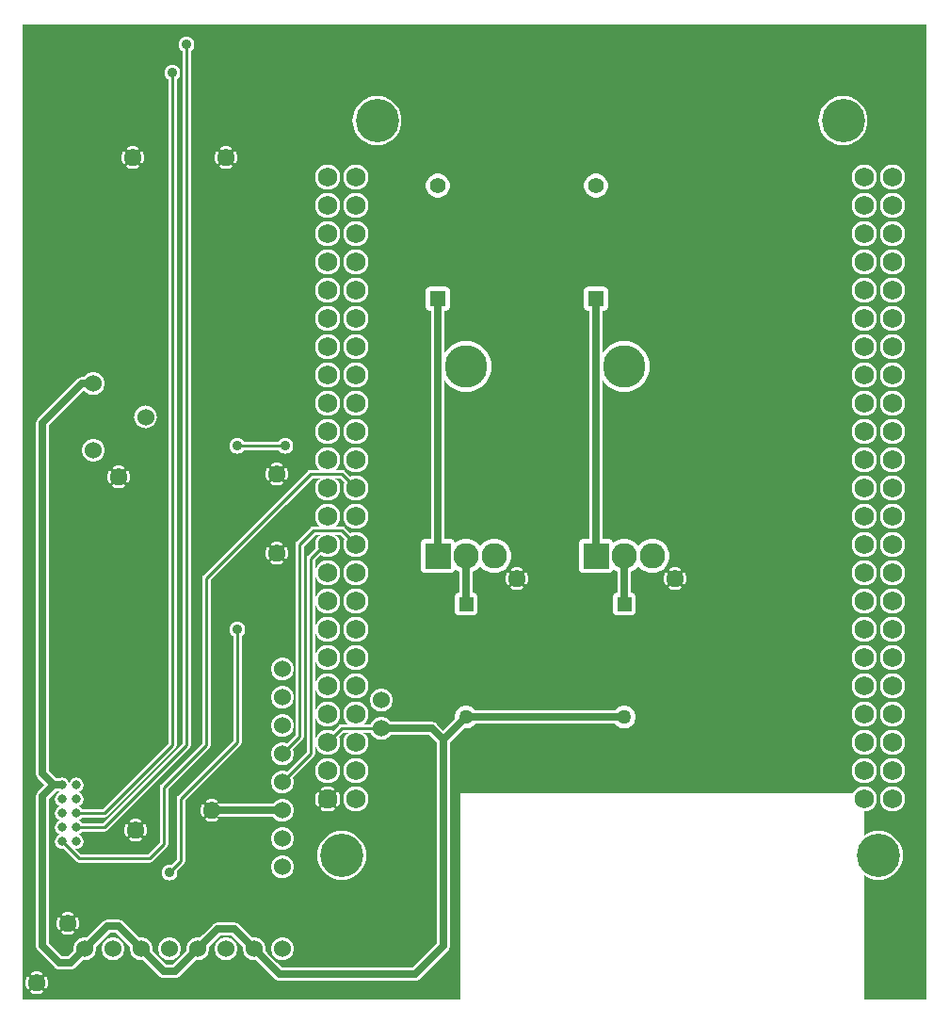
<source format=gbr>
G04 start of page 3 for group 1 idx 1 *
G04 Title: (unknown), ground *
G04 Creator: pcb 4.0.2 *
G04 CreationDate: Sun Aug  9 18:55:02 2020 UTC *
G04 For: kevin *
G04 Format: Gerber/RS-274X *
G04 PCB-Dimensions (mil): 3300.00 3550.00 *
G04 PCB-Coordinate-Origin: lower left *
%MOIN*%
%FSLAX25Y25*%
%LNBOTTOM*%
%ADD39C,0.0200*%
%ADD38C,0.0350*%
%ADD37C,0.0360*%
%ADD36C,0.0320*%
%ADD35C,0.0900*%
%ADD34C,0.0600*%
%ADD33C,0.0500*%
%ADD32C,0.1530*%
%ADD31C,0.0690*%
%ADD30C,0.0550*%
%ADD29C,0.1500*%
%ADD28C,0.0001*%
%ADD27C,0.0100*%
%ADD26C,0.0250*%
G54D26*X218000Y147000D02*Y164000D01*
X162000Y147000D02*Y164000D01*
X208000Y255000D02*Y164000D01*
X152000Y255000D02*Y164000D01*
G54D27*X123000Y188000D02*X118000Y193000D01*
X107000D01*
X112000Y168000D02*X113000D01*
X108000Y173000D02*X118000D01*
X123000Y168000D01*
X24000Y73000D02*X34000D01*
X58000Y97000D01*
Y335000D01*
X63000Y97000D02*Y345000D01*
X70000Y156000D02*Y97000D01*
X24000Y68000D02*X34000D01*
X50000Y57000D02*X25000D01*
X19000Y63000D01*
X57000Y52000D02*X61000Y56000D01*
X34000Y68000D02*X63000Y97000D01*
X55000Y82000D02*Y62000D01*
X50000Y57000D01*
X61000Y56000D02*Y78000D01*
X70000Y97000D02*X55000Y82000D01*
X97000Y84000D02*X107000Y94000D01*
X61000Y78000D02*X81000Y98000D01*
X107000Y94000D02*Y163000D01*
X97000Y94000D02*X103000Y100000D01*
Y168000D01*
X107000Y193000D02*X70000Y156000D01*
X107000Y163000D02*X112000Y168000D01*
X103000D02*X108000Y173000D01*
X98000Y203000D02*X81000D01*
Y98000D02*Y138000D01*
G54D26*X39000Y192378D02*Y192000D01*
X12000Y211000D02*X26000Y225000D01*
X30000D01*
X80000Y32000D02*X74000D01*
X59000Y17000D01*
X55000D01*
X39000Y33000D01*
X35000D01*
X22000Y20000D01*
X18000D01*
X12000Y26000D01*
Y79000D01*
X16000Y83000D01*
X19000D01*
X16000D02*X12000Y87000D01*
Y211000D01*
X154000Y26000D02*X144000Y16000D01*
X96000D01*
X80000Y32000D01*
X218000Y107000D02*X162000D01*
X154000Y99000D01*
Y26000D01*
Y99000D02*X150000Y103000D01*
X132000D01*
G54D27*X118000D01*
X113000Y98000D01*
G54D28*G36*
X95002Y90533D02*X95178Y90425D01*
X95760Y90184D01*
X96372Y90037D01*
X97000Y89988D01*
X97628Y90037D01*
X98240Y90184D01*
X98822Y90425D01*
X99358Y90754D01*
X99837Y91163D01*
X100246Y91642D01*
X100575Y92178D01*
X100816Y92760D01*
X100963Y93372D01*
X101000Y94000D01*
X100963Y94628D01*
X100816Y95240D01*
X100683Y95561D01*
X104019Y98898D01*
X104064Y98936D01*
X104217Y99115D01*
X104217Y99116D01*
X104341Y99317D01*
X104431Y99535D01*
X104486Y99765D01*
X104505Y100000D01*
X104500Y100059D01*
Y167379D01*
X108621Y171500D01*
X110246D01*
X109844Y171156D01*
X109389Y170624D01*
X109023Y170026D01*
X108755Y169379D01*
X108591Y168698D01*
X108536Y168000D01*
X108591Y167302D01*
X108705Y166827D01*
X105981Y164102D01*
X105936Y164064D01*
X105783Y163884D01*
X105659Y163683D01*
X105569Y163465D01*
X105514Y163235D01*
X105514Y163235D01*
X105495Y163000D01*
X105500Y162941D01*
Y94621D01*
X98561Y87683D01*
X98240Y87816D01*
X97628Y87963D01*
X97000Y88012D01*
X96372Y87963D01*
X95760Y87816D01*
X95178Y87575D01*
X95002Y87467D01*
Y90533D01*
G37*
G36*
X312993Y352000D02*X325000D01*
Y7000D01*
X312993D01*
Y50915D01*
X313100Y50980D01*
X314135Y51865D01*
X315020Y52900D01*
X315731Y54061D01*
X316252Y55319D01*
X316570Y56643D01*
X316650Y58000D01*
X316570Y59357D01*
X316252Y60681D01*
X315731Y61939D01*
X315020Y63100D01*
X314135Y64135D01*
X313100Y65020D01*
X312993Y65085D01*
Y73537D01*
X313000Y73536D01*
X313698Y73591D01*
X314379Y73755D01*
X315026Y74023D01*
X315624Y74389D01*
X316156Y74844D01*
X316611Y75376D01*
X316977Y75974D01*
X317245Y76621D01*
X317409Y77302D01*
X317450Y78000D01*
X317409Y78698D01*
X317245Y79379D01*
X316977Y80026D01*
X316611Y80624D01*
X316156Y81156D01*
X315624Y81611D01*
X315026Y81977D01*
X314379Y82245D01*
X313698Y82409D01*
X313000Y82464D01*
X312993Y82463D01*
Y83537D01*
X313000Y83536D01*
X313698Y83591D01*
X314379Y83755D01*
X315026Y84023D01*
X315624Y84389D01*
X316156Y84844D01*
X316611Y85376D01*
X316977Y85974D01*
X317245Y86621D01*
X317409Y87302D01*
X317450Y88000D01*
X317409Y88698D01*
X317245Y89379D01*
X316977Y90026D01*
X316611Y90624D01*
X316156Y91156D01*
X315624Y91611D01*
X315026Y91977D01*
X314379Y92245D01*
X313698Y92409D01*
X313000Y92464D01*
X312993Y92463D01*
Y93537D01*
X313000Y93536D01*
X313698Y93591D01*
X314379Y93755D01*
X315026Y94023D01*
X315624Y94389D01*
X316156Y94844D01*
X316611Y95376D01*
X316977Y95974D01*
X317245Y96621D01*
X317409Y97302D01*
X317450Y98000D01*
X317409Y98698D01*
X317245Y99379D01*
X316977Y100026D01*
X316611Y100624D01*
X316156Y101156D01*
X315624Y101611D01*
X315026Y101977D01*
X314379Y102245D01*
X313698Y102409D01*
X313000Y102464D01*
X312993Y102463D01*
Y103537D01*
X313000Y103536D01*
X313698Y103591D01*
X314379Y103755D01*
X315026Y104023D01*
X315624Y104389D01*
X316156Y104844D01*
X316611Y105376D01*
X316977Y105974D01*
X317245Y106621D01*
X317409Y107302D01*
X317450Y108000D01*
X317409Y108698D01*
X317245Y109379D01*
X316977Y110026D01*
X316611Y110624D01*
X316156Y111156D01*
X315624Y111611D01*
X315026Y111977D01*
X314379Y112245D01*
X313698Y112409D01*
X313000Y112464D01*
X312993Y112463D01*
Y113537D01*
X313000Y113536D01*
X313698Y113591D01*
X314379Y113755D01*
X315026Y114023D01*
X315624Y114389D01*
X316156Y114844D01*
X316611Y115376D01*
X316977Y115974D01*
X317245Y116621D01*
X317409Y117302D01*
X317450Y118000D01*
X317409Y118698D01*
X317245Y119379D01*
X316977Y120026D01*
X316611Y120624D01*
X316156Y121156D01*
X315624Y121611D01*
X315026Y121977D01*
X314379Y122245D01*
X313698Y122409D01*
X313000Y122464D01*
X312993Y122463D01*
Y123537D01*
X313000Y123536D01*
X313698Y123591D01*
X314379Y123755D01*
X315026Y124023D01*
X315624Y124389D01*
X316156Y124844D01*
X316611Y125376D01*
X316977Y125974D01*
X317245Y126621D01*
X317409Y127302D01*
X317450Y128000D01*
X317409Y128698D01*
X317245Y129379D01*
X316977Y130026D01*
X316611Y130624D01*
X316156Y131156D01*
X315624Y131611D01*
X315026Y131977D01*
X314379Y132245D01*
X313698Y132409D01*
X313000Y132464D01*
X312993Y132463D01*
Y133537D01*
X313000Y133536D01*
X313698Y133591D01*
X314379Y133755D01*
X315026Y134023D01*
X315624Y134389D01*
X316156Y134844D01*
X316611Y135376D01*
X316977Y135974D01*
X317245Y136621D01*
X317409Y137302D01*
X317450Y138000D01*
X317409Y138698D01*
X317245Y139379D01*
X316977Y140026D01*
X316611Y140624D01*
X316156Y141156D01*
X315624Y141611D01*
X315026Y141977D01*
X314379Y142245D01*
X313698Y142409D01*
X313000Y142464D01*
X312993Y142463D01*
Y143537D01*
X313000Y143536D01*
X313698Y143591D01*
X314379Y143755D01*
X315026Y144023D01*
X315624Y144389D01*
X316156Y144844D01*
X316611Y145376D01*
X316977Y145974D01*
X317245Y146621D01*
X317409Y147302D01*
X317450Y148000D01*
X317409Y148698D01*
X317245Y149379D01*
X316977Y150026D01*
X316611Y150624D01*
X316156Y151156D01*
X315624Y151611D01*
X315026Y151977D01*
X314379Y152245D01*
X313698Y152409D01*
X313000Y152464D01*
X312993Y152463D01*
Y153537D01*
X313000Y153536D01*
X313698Y153591D01*
X314379Y153755D01*
X315026Y154023D01*
X315624Y154389D01*
X316156Y154844D01*
X316611Y155376D01*
X316977Y155974D01*
X317245Y156621D01*
X317409Y157302D01*
X317450Y158000D01*
X317409Y158698D01*
X317245Y159379D01*
X316977Y160026D01*
X316611Y160624D01*
X316156Y161156D01*
X315624Y161611D01*
X315026Y161977D01*
X314379Y162245D01*
X313698Y162409D01*
X313000Y162464D01*
X312993Y162463D01*
Y163537D01*
X313000Y163536D01*
X313698Y163591D01*
X314379Y163755D01*
X315026Y164023D01*
X315624Y164389D01*
X316156Y164844D01*
X316611Y165376D01*
X316977Y165974D01*
X317245Y166621D01*
X317409Y167302D01*
X317450Y168000D01*
X317409Y168698D01*
X317245Y169379D01*
X316977Y170026D01*
X316611Y170624D01*
X316156Y171156D01*
X315624Y171611D01*
X315026Y171977D01*
X314379Y172245D01*
X313698Y172409D01*
X313000Y172464D01*
X312993Y172463D01*
Y173537D01*
X313000Y173536D01*
X313698Y173591D01*
X314379Y173755D01*
X315026Y174023D01*
X315624Y174389D01*
X316156Y174844D01*
X316611Y175376D01*
X316977Y175974D01*
X317245Y176621D01*
X317409Y177302D01*
X317450Y178000D01*
X317409Y178698D01*
X317245Y179379D01*
X316977Y180026D01*
X316611Y180624D01*
X316156Y181156D01*
X315624Y181611D01*
X315026Y181977D01*
X314379Y182245D01*
X313698Y182409D01*
X313000Y182464D01*
X312993Y182463D01*
Y183537D01*
X313000Y183536D01*
X313698Y183591D01*
X314379Y183755D01*
X315026Y184023D01*
X315624Y184389D01*
X316156Y184844D01*
X316611Y185376D01*
X316977Y185974D01*
X317245Y186621D01*
X317409Y187302D01*
X317450Y188000D01*
X317409Y188698D01*
X317245Y189379D01*
X316977Y190026D01*
X316611Y190624D01*
X316156Y191156D01*
X315624Y191611D01*
X315026Y191977D01*
X314379Y192245D01*
X313698Y192409D01*
X313000Y192464D01*
X312993Y192463D01*
Y193537D01*
X313000Y193536D01*
X313698Y193591D01*
X314379Y193755D01*
X315026Y194023D01*
X315624Y194389D01*
X316156Y194844D01*
X316611Y195376D01*
X316977Y195974D01*
X317245Y196621D01*
X317409Y197302D01*
X317450Y198000D01*
X317409Y198698D01*
X317245Y199379D01*
X316977Y200026D01*
X316611Y200624D01*
X316156Y201156D01*
X315624Y201611D01*
X315026Y201977D01*
X314379Y202245D01*
X313698Y202409D01*
X313000Y202464D01*
X312993Y202463D01*
Y203537D01*
X313000Y203536D01*
X313698Y203591D01*
X314379Y203755D01*
X315026Y204023D01*
X315624Y204389D01*
X316156Y204844D01*
X316611Y205376D01*
X316977Y205974D01*
X317245Y206621D01*
X317409Y207302D01*
X317450Y208000D01*
X317409Y208698D01*
X317245Y209379D01*
X316977Y210026D01*
X316611Y210624D01*
X316156Y211156D01*
X315624Y211611D01*
X315026Y211977D01*
X314379Y212245D01*
X313698Y212409D01*
X313000Y212464D01*
X312993Y212463D01*
Y213537D01*
X313000Y213536D01*
X313698Y213591D01*
X314379Y213755D01*
X315026Y214023D01*
X315624Y214389D01*
X316156Y214844D01*
X316611Y215376D01*
X316977Y215974D01*
X317245Y216621D01*
X317409Y217302D01*
X317450Y218000D01*
X317409Y218698D01*
X317245Y219379D01*
X316977Y220026D01*
X316611Y220624D01*
X316156Y221156D01*
X315624Y221611D01*
X315026Y221977D01*
X314379Y222245D01*
X313698Y222409D01*
X313000Y222464D01*
X312993Y222463D01*
Y223537D01*
X313000Y223536D01*
X313698Y223591D01*
X314379Y223755D01*
X315026Y224023D01*
X315624Y224389D01*
X316156Y224844D01*
X316611Y225376D01*
X316977Y225974D01*
X317245Y226621D01*
X317409Y227302D01*
X317450Y228000D01*
X317409Y228698D01*
X317245Y229379D01*
X316977Y230026D01*
X316611Y230624D01*
X316156Y231156D01*
X315624Y231611D01*
X315026Y231977D01*
X314379Y232245D01*
X313698Y232409D01*
X313000Y232464D01*
X312993Y232463D01*
Y233537D01*
X313000Y233536D01*
X313698Y233591D01*
X314379Y233755D01*
X315026Y234023D01*
X315624Y234389D01*
X316156Y234844D01*
X316611Y235376D01*
X316977Y235974D01*
X317245Y236621D01*
X317409Y237302D01*
X317450Y238000D01*
X317409Y238698D01*
X317245Y239379D01*
X316977Y240026D01*
X316611Y240624D01*
X316156Y241156D01*
X315624Y241611D01*
X315026Y241977D01*
X314379Y242245D01*
X313698Y242409D01*
X313000Y242464D01*
X312993Y242463D01*
Y243537D01*
X313000Y243536D01*
X313698Y243591D01*
X314379Y243755D01*
X315026Y244023D01*
X315624Y244389D01*
X316156Y244844D01*
X316611Y245376D01*
X316977Y245974D01*
X317245Y246621D01*
X317409Y247302D01*
X317450Y248000D01*
X317409Y248698D01*
X317245Y249379D01*
X316977Y250026D01*
X316611Y250624D01*
X316156Y251156D01*
X315624Y251611D01*
X315026Y251977D01*
X314379Y252245D01*
X313698Y252409D01*
X313000Y252464D01*
X312993Y252463D01*
Y253537D01*
X313000Y253536D01*
X313698Y253591D01*
X314379Y253755D01*
X315026Y254023D01*
X315624Y254389D01*
X316156Y254844D01*
X316611Y255376D01*
X316977Y255974D01*
X317245Y256621D01*
X317409Y257302D01*
X317450Y258000D01*
X317409Y258698D01*
X317245Y259379D01*
X316977Y260026D01*
X316611Y260624D01*
X316156Y261156D01*
X315624Y261611D01*
X315026Y261977D01*
X314379Y262245D01*
X313698Y262409D01*
X313000Y262464D01*
X312993Y262463D01*
Y263537D01*
X313000Y263536D01*
X313698Y263591D01*
X314379Y263755D01*
X315026Y264023D01*
X315624Y264389D01*
X316156Y264844D01*
X316611Y265376D01*
X316977Y265974D01*
X317245Y266621D01*
X317409Y267302D01*
X317450Y268000D01*
X317409Y268698D01*
X317245Y269379D01*
X316977Y270026D01*
X316611Y270624D01*
X316156Y271156D01*
X315624Y271611D01*
X315026Y271977D01*
X314379Y272245D01*
X313698Y272409D01*
X313000Y272464D01*
X312993Y272463D01*
Y273537D01*
X313000Y273536D01*
X313698Y273591D01*
X314379Y273755D01*
X315026Y274023D01*
X315624Y274389D01*
X316156Y274844D01*
X316611Y275376D01*
X316977Y275974D01*
X317245Y276621D01*
X317409Y277302D01*
X317450Y278000D01*
X317409Y278698D01*
X317245Y279379D01*
X316977Y280026D01*
X316611Y280624D01*
X316156Y281156D01*
X315624Y281611D01*
X315026Y281977D01*
X314379Y282245D01*
X313698Y282409D01*
X313000Y282464D01*
X312993Y282463D01*
Y283537D01*
X313000Y283536D01*
X313698Y283591D01*
X314379Y283755D01*
X315026Y284023D01*
X315624Y284389D01*
X316156Y284844D01*
X316611Y285376D01*
X316977Y285974D01*
X317245Y286621D01*
X317409Y287302D01*
X317450Y288000D01*
X317409Y288698D01*
X317245Y289379D01*
X316977Y290026D01*
X316611Y290624D01*
X316156Y291156D01*
X315624Y291611D01*
X315026Y291977D01*
X314379Y292245D01*
X313698Y292409D01*
X313000Y292464D01*
X312993Y292463D01*
Y293537D01*
X313000Y293536D01*
X313698Y293591D01*
X314379Y293755D01*
X315026Y294023D01*
X315624Y294389D01*
X316156Y294844D01*
X316611Y295376D01*
X316977Y295974D01*
X317245Y296621D01*
X317409Y297302D01*
X317450Y298000D01*
X317409Y298698D01*
X317245Y299379D01*
X316977Y300026D01*
X316611Y300624D01*
X316156Y301156D01*
X315624Y301611D01*
X315026Y301977D01*
X314379Y302245D01*
X313698Y302409D01*
X313000Y302464D01*
X312993Y302463D01*
Y352000D01*
G37*
G36*
Y7000D02*X303000D01*
Y50919D01*
X304061Y50269D01*
X305319Y49748D01*
X306643Y49430D01*
X308000Y49323D01*
X309357Y49430D01*
X310681Y49748D01*
X311939Y50269D01*
X312993Y50915D01*
Y7000D01*
G37*
G36*
X302993Y352000D02*X312993D01*
Y302463D01*
X312302Y302409D01*
X311621Y302245D01*
X310974Y301977D01*
X310376Y301611D01*
X309844Y301156D01*
X309389Y300624D01*
X309023Y300026D01*
X308755Y299379D01*
X308591Y298698D01*
X308536Y298000D01*
X308591Y297302D01*
X308755Y296621D01*
X309023Y295974D01*
X309389Y295376D01*
X309844Y294844D01*
X310376Y294389D01*
X310974Y294023D01*
X311621Y293755D01*
X312302Y293591D01*
X312993Y293537D01*
Y292463D01*
X312302Y292409D01*
X311621Y292245D01*
X310974Y291977D01*
X310376Y291611D01*
X309844Y291156D01*
X309389Y290624D01*
X309023Y290026D01*
X308755Y289379D01*
X308591Y288698D01*
X308536Y288000D01*
X308591Y287302D01*
X308755Y286621D01*
X309023Y285974D01*
X309389Y285376D01*
X309844Y284844D01*
X310376Y284389D01*
X310974Y284023D01*
X311621Y283755D01*
X312302Y283591D01*
X312993Y283537D01*
Y282463D01*
X312302Y282409D01*
X311621Y282245D01*
X310974Y281977D01*
X310376Y281611D01*
X309844Y281156D01*
X309389Y280624D01*
X309023Y280026D01*
X308755Y279379D01*
X308591Y278698D01*
X308536Y278000D01*
X308591Y277302D01*
X308755Y276621D01*
X309023Y275974D01*
X309389Y275376D01*
X309844Y274844D01*
X310376Y274389D01*
X310974Y274023D01*
X311621Y273755D01*
X312302Y273591D01*
X312993Y273537D01*
Y272463D01*
X312302Y272409D01*
X311621Y272245D01*
X310974Y271977D01*
X310376Y271611D01*
X309844Y271156D01*
X309389Y270624D01*
X309023Y270026D01*
X308755Y269379D01*
X308591Y268698D01*
X308536Y268000D01*
X308591Y267302D01*
X308755Y266621D01*
X309023Y265974D01*
X309389Y265376D01*
X309844Y264844D01*
X310376Y264389D01*
X310974Y264023D01*
X311621Y263755D01*
X312302Y263591D01*
X312993Y263537D01*
Y262463D01*
X312302Y262409D01*
X311621Y262245D01*
X310974Y261977D01*
X310376Y261611D01*
X309844Y261156D01*
X309389Y260624D01*
X309023Y260026D01*
X308755Y259379D01*
X308591Y258698D01*
X308536Y258000D01*
X308591Y257302D01*
X308755Y256621D01*
X309023Y255974D01*
X309389Y255376D01*
X309844Y254844D01*
X310376Y254389D01*
X310974Y254023D01*
X311621Y253755D01*
X312302Y253591D01*
X312993Y253537D01*
Y252463D01*
X312302Y252409D01*
X311621Y252245D01*
X310974Y251977D01*
X310376Y251611D01*
X309844Y251156D01*
X309389Y250624D01*
X309023Y250026D01*
X308755Y249379D01*
X308591Y248698D01*
X308536Y248000D01*
X308591Y247302D01*
X308755Y246621D01*
X309023Y245974D01*
X309389Y245376D01*
X309844Y244844D01*
X310376Y244389D01*
X310974Y244023D01*
X311621Y243755D01*
X312302Y243591D01*
X312993Y243537D01*
Y242463D01*
X312302Y242409D01*
X311621Y242245D01*
X310974Y241977D01*
X310376Y241611D01*
X309844Y241156D01*
X309389Y240624D01*
X309023Y240026D01*
X308755Y239379D01*
X308591Y238698D01*
X308536Y238000D01*
X308591Y237302D01*
X308755Y236621D01*
X309023Y235974D01*
X309389Y235376D01*
X309844Y234844D01*
X310376Y234389D01*
X310974Y234023D01*
X311621Y233755D01*
X312302Y233591D01*
X312993Y233537D01*
Y232463D01*
X312302Y232409D01*
X311621Y232245D01*
X310974Y231977D01*
X310376Y231611D01*
X309844Y231156D01*
X309389Y230624D01*
X309023Y230026D01*
X308755Y229379D01*
X308591Y228698D01*
X308536Y228000D01*
X308591Y227302D01*
X308755Y226621D01*
X309023Y225974D01*
X309389Y225376D01*
X309844Y224844D01*
X310376Y224389D01*
X310974Y224023D01*
X311621Y223755D01*
X312302Y223591D01*
X312993Y223537D01*
Y222463D01*
X312302Y222409D01*
X311621Y222245D01*
X310974Y221977D01*
X310376Y221611D01*
X309844Y221156D01*
X309389Y220624D01*
X309023Y220026D01*
X308755Y219379D01*
X308591Y218698D01*
X308536Y218000D01*
X308591Y217302D01*
X308755Y216621D01*
X309023Y215974D01*
X309389Y215376D01*
X309844Y214844D01*
X310376Y214389D01*
X310974Y214023D01*
X311621Y213755D01*
X312302Y213591D01*
X312993Y213537D01*
Y212463D01*
X312302Y212409D01*
X311621Y212245D01*
X310974Y211977D01*
X310376Y211611D01*
X309844Y211156D01*
X309389Y210624D01*
X309023Y210026D01*
X308755Y209379D01*
X308591Y208698D01*
X308536Y208000D01*
X308591Y207302D01*
X308755Y206621D01*
X309023Y205974D01*
X309389Y205376D01*
X309844Y204844D01*
X310376Y204389D01*
X310974Y204023D01*
X311621Y203755D01*
X312302Y203591D01*
X312993Y203537D01*
Y202463D01*
X312302Y202409D01*
X311621Y202245D01*
X310974Y201977D01*
X310376Y201611D01*
X309844Y201156D01*
X309389Y200624D01*
X309023Y200026D01*
X308755Y199379D01*
X308591Y198698D01*
X308536Y198000D01*
X308591Y197302D01*
X308755Y196621D01*
X309023Y195974D01*
X309389Y195376D01*
X309844Y194844D01*
X310376Y194389D01*
X310974Y194023D01*
X311621Y193755D01*
X312302Y193591D01*
X312993Y193537D01*
Y192463D01*
X312302Y192409D01*
X311621Y192245D01*
X310974Y191977D01*
X310376Y191611D01*
X309844Y191156D01*
X309389Y190624D01*
X309023Y190026D01*
X308755Y189379D01*
X308591Y188698D01*
X308536Y188000D01*
X308591Y187302D01*
X308755Y186621D01*
X309023Y185974D01*
X309389Y185376D01*
X309844Y184844D01*
X310376Y184389D01*
X310974Y184023D01*
X311621Y183755D01*
X312302Y183591D01*
X312993Y183537D01*
Y182463D01*
X312302Y182409D01*
X311621Y182245D01*
X310974Y181977D01*
X310376Y181611D01*
X309844Y181156D01*
X309389Y180624D01*
X309023Y180026D01*
X308755Y179379D01*
X308591Y178698D01*
X308536Y178000D01*
X308591Y177302D01*
X308755Y176621D01*
X309023Y175974D01*
X309389Y175376D01*
X309844Y174844D01*
X310376Y174389D01*
X310974Y174023D01*
X311621Y173755D01*
X312302Y173591D01*
X312993Y173537D01*
Y172463D01*
X312302Y172409D01*
X311621Y172245D01*
X310974Y171977D01*
X310376Y171611D01*
X309844Y171156D01*
X309389Y170624D01*
X309023Y170026D01*
X308755Y169379D01*
X308591Y168698D01*
X308536Y168000D01*
X308591Y167302D01*
X308755Y166621D01*
X309023Y165974D01*
X309389Y165376D01*
X309844Y164844D01*
X310376Y164389D01*
X310974Y164023D01*
X311621Y163755D01*
X312302Y163591D01*
X312993Y163537D01*
Y162463D01*
X312302Y162409D01*
X311621Y162245D01*
X310974Y161977D01*
X310376Y161611D01*
X309844Y161156D01*
X309389Y160624D01*
X309023Y160026D01*
X308755Y159379D01*
X308591Y158698D01*
X308536Y158000D01*
X308591Y157302D01*
X308755Y156621D01*
X309023Y155974D01*
X309389Y155376D01*
X309844Y154844D01*
X310376Y154389D01*
X310974Y154023D01*
X311621Y153755D01*
X312302Y153591D01*
X312993Y153537D01*
Y152463D01*
X312302Y152409D01*
X311621Y152245D01*
X310974Y151977D01*
X310376Y151611D01*
X309844Y151156D01*
X309389Y150624D01*
X309023Y150026D01*
X308755Y149379D01*
X308591Y148698D01*
X308536Y148000D01*
X308591Y147302D01*
X308755Y146621D01*
X309023Y145974D01*
X309389Y145376D01*
X309844Y144844D01*
X310376Y144389D01*
X310974Y144023D01*
X311621Y143755D01*
X312302Y143591D01*
X312993Y143537D01*
Y142463D01*
X312302Y142409D01*
X311621Y142245D01*
X310974Y141977D01*
X310376Y141611D01*
X309844Y141156D01*
X309389Y140624D01*
X309023Y140026D01*
X308755Y139379D01*
X308591Y138698D01*
X308536Y138000D01*
X308591Y137302D01*
X308755Y136621D01*
X309023Y135974D01*
X309389Y135376D01*
X309844Y134844D01*
X310376Y134389D01*
X310974Y134023D01*
X311621Y133755D01*
X312302Y133591D01*
X312993Y133537D01*
Y132463D01*
X312302Y132409D01*
X311621Y132245D01*
X310974Y131977D01*
X310376Y131611D01*
X309844Y131156D01*
X309389Y130624D01*
X309023Y130026D01*
X308755Y129379D01*
X308591Y128698D01*
X308536Y128000D01*
X308591Y127302D01*
X308755Y126621D01*
X309023Y125974D01*
X309389Y125376D01*
X309844Y124844D01*
X310376Y124389D01*
X310974Y124023D01*
X311621Y123755D01*
X312302Y123591D01*
X312993Y123537D01*
Y122463D01*
X312302Y122409D01*
X311621Y122245D01*
X310974Y121977D01*
X310376Y121611D01*
X309844Y121156D01*
X309389Y120624D01*
X309023Y120026D01*
X308755Y119379D01*
X308591Y118698D01*
X308536Y118000D01*
X308591Y117302D01*
X308755Y116621D01*
X309023Y115974D01*
X309389Y115376D01*
X309844Y114844D01*
X310376Y114389D01*
X310974Y114023D01*
X311621Y113755D01*
X312302Y113591D01*
X312993Y113537D01*
Y112463D01*
X312302Y112409D01*
X311621Y112245D01*
X310974Y111977D01*
X310376Y111611D01*
X309844Y111156D01*
X309389Y110624D01*
X309023Y110026D01*
X308755Y109379D01*
X308591Y108698D01*
X308536Y108000D01*
X308591Y107302D01*
X308755Y106621D01*
X309023Y105974D01*
X309389Y105376D01*
X309844Y104844D01*
X310376Y104389D01*
X310974Y104023D01*
X311621Y103755D01*
X312302Y103591D01*
X312993Y103537D01*
Y102463D01*
X312302Y102409D01*
X311621Y102245D01*
X310974Y101977D01*
X310376Y101611D01*
X309844Y101156D01*
X309389Y100624D01*
X309023Y100026D01*
X308755Y99379D01*
X308591Y98698D01*
X308536Y98000D01*
X308591Y97302D01*
X308755Y96621D01*
X309023Y95974D01*
X309389Y95376D01*
X309844Y94844D01*
X310376Y94389D01*
X310974Y94023D01*
X311621Y93755D01*
X312302Y93591D01*
X312993Y93537D01*
Y92463D01*
X312302Y92409D01*
X311621Y92245D01*
X310974Y91977D01*
X310376Y91611D01*
X309844Y91156D01*
X309389Y90624D01*
X309023Y90026D01*
X308755Y89379D01*
X308591Y88698D01*
X308536Y88000D01*
X308591Y87302D01*
X308755Y86621D01*
X309023Y85974D01*
X309389Y85376D01*
X309844Y84844D01*
X310376Y84389D01*
X310974Y84023D01*
X311621Y83755D01*
X312302Y83591D01*
X312993Y83537D01*
Y82463D01*
X312302Y82409D01*
X311621Y82245D01*
X310974Y81977D01*
X310376Y81611D01*
X309844Y81156D01*
X309389Y80624D01*
X309023Y80026D01*
X308755Y79379D01*
X308591Y78698D01*
X308536Y78000D01*
X308591Y77302D01*
X308755Y76621D01*
X309023Y75974D01*
X309389Y75376D01*
X309844Y74844D01*
X310376Y74389D01*
X310974Y74023D01*
X311621Y73755D01*
X312302Y73591D01*
X312993Y73537D01*
Y65085D01*
X311939Y65731D01*
X310681Y66252D01*
X309357Y66570D01*
X308000Y66677D01*
X306643Y66570D01*
X305319Y66252D01*
X304061Y65731D01*
X303000Y65081D01*
Y73536D01*
X303698Y73591D01*
X304379Y73755D01*
X305026Y74023D01*
X305624Y74389D01*
X306156Y74844D01*
X306611Y75376D01*
X306977Y75974D01*
X307245Y76621D01*
X307409Y77302D01*
X307450Y78000D01*
X307409Y78698D01*
X307245Y79379D01*
X306977Y80026D01*
X306611Y80624D01*
X306156Y81156D01*
X305624Y81611D01*
X305026Y81977D01*
X304379Y82245D01*
X303698Y82409D01*
X303000Y82464D01*
X302993Y82463D01*
Y83537D01*
X303000Y83536D01*
X303698Y83591D01*
X304379Y83755D01*
X305026Y84023D01*
X305624Y84389D01*
X306156Y84844D01*
X306611Y85376D01*
X306977Y85974D01*
X307245Y86621D01*
X307409Y87302D01*
X307450Y88000D01*
X307409Y88698D01*
X307245Y89379D01*
X306977Y90026D01*
X306611Y90624D01*
X306156Y91156D01*
X305624Y91611D01*
X305026Y91977D01*
X304379Y92245D01*
X303698Y92409D01*
X303000Y92464D01*
X302993Y92463D01*
Y93537D01*
X303000Y93536D01*
X303698Y93591D01*
X304379Y93755D01*
X305026Y94023D01*
X305624Y94389D01*
X306156Y94844D01*
X306611Y95376D01*
X306977Y95974D01*
X307245Y96621D01*
X307409Y97302D01*
X307450Y98000D01*
X307409Y98698D01*
X307245Y99379D01*
X306977Y100026D01*
X306611Y100624D01*
X306156Y101156D01*
X305624Y101611D01*
X305026Y101977D01*
X304379Y102245D01*
X303698Y102409D01*
X303000Y102464D01*
X302993Y102463D01*
Y103537D01*
X303000Y103536D01*
X303698Y103591D01*
X304379Y103755D01*
X305026Y104023D01*
X305624Y104389D01*
X306156Y104844D01*
X306611Y105376D01*
X306977Y105974D01*
X307245Y106621D01*
X307409Y107302D01*
X307450Y108000D01*
X307409Y108698D01*
X307245Y109379D01*
X306977Y110026D01*
X306611Y110624D01*
X306156Y111156D01*
X305624Y111611D01*
X305026Y111977D01*
X304379Y112245D01*
X303698Y112409D01*
X303000Y112464D01*
X302993Y112463D01*
Y113537D01*
X303000Y113536D01*
X303698Y113591D01*
X304379Y113755D01*
X305026Y114023D01*
X305624Y114389D01*
X306156Y114844D01*
X306611Y115376D01*
X306977Y115974D01*
X307245Y116621D01*
X307409Y117302D01*
X307450Y118000D01*
X307409Y118698D01*
X307245Y119379D01*
X306977Y120026D01*
X306611Y120624D01*
X306156Y121156D01*
X305624Y121611D01*
X305026Y121977D01*
X304379Y122245D01*
X303698Y122409D01*
X303000Y122464D01*
X302993Y122463D01*
Y123537D01*
X303000Y123536D01*
X303698Y123591D01*
X304379Y123755D01*
X305026Y124023D01*
X305624Y124389D01*
X306156Y124844D01*
X306611Y125376D01*
X306977Y125974D01*
X307245Y126621D01*
X307409Y127302D01*
X307450Y128000D01*
X307409Y128698D01*
X307245Y129379D01*
X306977Y130026D01*
X306611Y130624D01*
X306156Y131156D01*
X305624Y131611D01*
X305026Y131977D01*
X304379Y132245D01*
X303698Y132409D01*
X303000Y132464D01*
X302993Y132463D01*
Y133537D01*
X303000Y133536D01*
X303698Y133591D01*
X304379Y133755D01*
X305026Y134023D01*
X305624Y134389D01*
X306156Y134844D01*
X306611Y135376D01*
X306977Y135974D01*
X307245Y136621D01*
X307409Y137302D01*
X307450Y138000D01*
X307409Y138698D01*
X307245Y139379D01*
X306977Y140026D01*
X306611Y140624D01*
X306156Y141156D01*
X305624Y141611D01*
X305026Y141977D01*
X304379Y142245D01*
X303698Y142409D01*
X303000Y142464D01*
X302993Y142463D01*
Y143537D01*
X303000Y143536D01*
X303698Y143591D01*
X304379Y143755D01*
X305026Y144023D01*
X305624Y144389D01*
X306156Y144844D01*
X306611Y145376D01*
X306977Y145974D01*
X307245Y146621D01*
X307409Y147302D01*
X307450Y148000D01*
X307409Y148698D01*
X307245Y149379D01*
X306977Y150026D01*
X306611Y150624D01*
X306156Y151156D01*
X305624Y151611D01*
X305026Y151977D01*
X304379Y152245D01*
X303698Y152409D01*
X303000Y152464D01*
X302993Y152463D01*
Y153537D01*
X303000Y153536D01*
X303698Y153591D01*
X304379Y153755D01*
X305026Y154023D01*
X305624Y154389D01*
X306156Y154844D01*
X306611Y155376D01*
X306977Y155974D01*
X307245Y156621D01*
X307409Y157302D01*
X307450Y158000D01*
X307409Y158698D01*
X307245Y159379D01*
X306977Y160026D01*
X306611Y160624D01*
X306156Y161156D01*
X305624Y161611D01*
X305026Y161977D01*
X304379Y162245D01*
X303698Y162409D01*
X303000Y162464D01*
X302993Y162463D01*
Y163537D01*
X303000Y163536D01*
X303698Y163591D01*
X304379Y163755D01*
X305026Y164023D01*
X305624Y164389D01*
X306156Y164844D01*
X306611Y165376D01*
X306977Y165974D01*
X307245Y166621D01*
X307409Y167302D01*
X307450Y168000D01*
X307409Y168698D01*
X307245Y169379D01*
X306977Y170026D01*
X306611Y170624D01*
X306156Y171156D01*
X305624Y171611D01*
X305026Y171977D01*
X304379Y172245D01*
X303698Y172409D01*
X303000Y172464D01*
X302993Y172463D01*
Y173537D01*
X303000Y173536D01*
X303698Y173591D01*
X304379Y173755D01*
X305026Y174023D01*
X305624Y174389D01*
X306156Y174844D01*
X306611Y175376D01*
X306977Y175974D01*
X307245Y176621D01*
X307409Y177302D01*
X307450Y178000D01*
X307409Y178698D01*
X307245Y179379D01*
X306977Y180026D01*
X306611Y180624D01*
X306156Y181156D01*
X305624Y181611D01*
X305026Y181977D01*
X304379Y182245D01*
X303698Y182409D01*
X303000Y182464D01*
X302993Y182463D01*
Y183537D01*
X303000Y183536D01*
X303698Y183591D01*
X304379Y183755D01*
X305026Y184023D01*
X305624Y184389D01*
X306156Y184844D01*
X306611Y185376D01*
X306977Y185974D01*
X307245Y186621D01*
X307409Y187302D01*
X307450Y188000D01*
X307409Y188698D01*
X307245Y189379D01*
X306977Y190026D01*
X306611Y190624D01*
X306156Y191156D01*
X305624Y191611D01*
X305026Y191977D01*
X304379Y192245D01*
X303698Y192409D01*
X303000Y192464D01*
X302993Y192463D01*
Y193537D01*
X303000Y193536D01*
X303698Y193591D01*
X304379Y193755D01*
X305026Y194023D01*
X305624Y194389D01*
X306156Y194844D01*
X306611Y195376D01*
X306977Y195974D01*
X307245Y196621D01*
X307409Y197302D01*
X307450Y198000D01*
X307409Y198698D01*
X307245Y199379D01*
X306977Y200026D01*
X306611Y200624D01*
X306156Y201156D01*
X305624Y201611D01*
X305026Y201977D01*
X304379Y202245D01*
X303698Y202409D01*
X303000Y202464D01*
X302993Y202463D01*
Y203537D01*
X303000Y203536D01*
X303698Y203591D01*
X304379Y203755D01*
X305026Y204023D01*
X305624Y204389D01*
X306156Y204844D01*
X306611Y205376D01*
X306977Y205974D01*
X307245Y206621D01*
X307409Y207302D01*
X307450Y208000D01*
X307409Y208698D01*
X307245Y209379D01*
X306977Y210026D01*
X306611Y210624D01*
X306156Y211156D01*
X305624Y211611D01*
X305026Y211977D01*
X304379Y212245D01*
X303698Y212409D01*
X303000Y212464D01*
X302993Y212463D01*
Y213537D01*
X303000Y213536D01*
X303698Y213591D01*
X304379Y213755D01*
X305026Y214023D01*
X305624Y214389D01*
X306156Y214844D01*
X306611Y215376D01*
X306977Y215974D01*
X307245Y216621D01*
X307409Y217302D01*
X307450Y218000D01*
X307409Y218698D01*
X307245Y219379D01*
X306977Y220026D01*
X306611Y220624D01*
X306156Y221156D01*
X305624Y221611D01*
X305026Y221977D01*
X304379Y222245D01*
X303698Y222409D01*
X303000Y222464D01*
X302993Y222463D01*
Y223537D01*
X303000Y223536D01*
X303698Y223591D01*
X304379Y223755D01*
X305026Y224023D01*
X305624Y224389D01*
X306156Y224844D01*
X306611Y225376D01*
X306977Y225974D01*
X307245Y226621D01*
X307409Y227302D01*
X307450Y228000D01*
X307409Y228698D01*
X307245Y229379D01*
X306977Y230026D01*
X306611Y230624D01*
X306156Y231156D01*
X305624Y231611D01*
X305026Y231977D01*
X304379Y232245D01*
X303698Y232409D01*
X303000Y232464D01*
X302993Y232463D01*
Y233537D01*
X303000Y233536D01*
X303698Y233591D01*
X304379Y233755D01*
X305026Y234023D01*
X305624Y234389D01*
X306156Y234844D01*
X306611Y235376D01*
X306977Y235974D01*
X307245Y236621D01*
X307409Y237302D01*
X307450Y238000D01*
X307409Y238698D01*
X307245Y239379D01*
X306977Y240026D01*
X306611Y240624D01*
X306156Y241156D01*
X305624Y241611D01*
X305026Y241977D01*
X304379Y242245D01*
X303698Y242409D01*
X303000Y242464D01*
X302993Y242463D01*
Y243537D01*
X303000Y243536D01*
X303698Y243591D01*
X304379Y243755D01*
X305026Y244023D01*
X305624Y244389D01*
X306156Y244844D01*
X306611Y245376D01*
X306977Y245974D01*
X307245Y246621D01*
X307409Y247302D01*
X307450Y248000D01*
X307409Y248698D01*
X307245Y249379D01*
X306977Y250026D01*
X306611Y250624D01*
X306156Y251156D01*
X305624Y251611D01*
X305026Y251977D01*
X304379Y252245D01*
X303698Y252409D01*
X303000Y252464D01*
X302993Y252463D01*
Y253537D01*
X303000Y253536D01*
X303698Y253591D01*
X304379Y253755D01*
X305026Y254023D01*
X305624Y254389D01*
X306156Y254844D01*
X306611Y255376D01*
X306977Y255974D01*
X307245Y256621D01*
X307409Y257302D01*
X307450Y258000D01*
X307409Y258698D01*
X307245Y259379D01*
X306977Y260026D01*
X306611Y260624D01*
X306156Y261156D01*
X305624Y261611D01*
X305026Y261977D01*
X304379Y262245D01*
X303698Y262409D01*
X303000Y262464D01*
X302993Y262463D01*
Y263537D01*
X303000Y263536D01*
X303698Y263591D01*
X304379Y263755D01*
X305026Y264023D01*
X305624Y264389D01*
X306156Y264844D01*
X306611Y265376D01*
X306977Y265974D01*
X307245Y266621D01*
X307409Y267302D01*
X307450Y268000D01*
X307409Y268698D01*
X307245Y269379D01*
X306977Y270026D01*
X306611Y270624D01*
X306156Y271156D01*
X305624Y271611D01*
X305026Y271977D01*
X304379Y272245D01*
X303698Y272409D01*
X303000Y272464D01*
X302993Y272463D01*
Y273537D01*
X303000Y273536D01*
X303698Y273591D01*
X304379Y273755D01*
X305026Y274023D01*
X305624Y274389D01*
X306156Y274844D01*
X306611Y275376D01*
X306977Y275974D01*
X307245Y276621D01*
X307409Y277302D01*
X307450Y278000D01*
X307409Y278698D01*
X307245Y279379D01*
X306977Y280026D01*
X306611Y280624D01*
X306156Y281156D01*
X305624Y281611D01*
X305026Y281977D01*
X304379Y282245D01*
X303698Y282409D01*
X303000Y282464D01*
X302993Y282463D01*
Y283537D01*
X303000Y283536D01*
X303698Y283591D01*
X304379Y283755D01*
X305026Y284023D01*
X305624Y284389D01*
X306156Y284844D01*
X306611Y285376D01*
X306977Y285974D01*
X307245Y286621D01*
X307409Y287302D01*
X307450Y288000D01*
X307409Y288698D01*
X307245Y289379D01*
X306977Y290026D01*
X306611Y290624D01*
X306156Y291156D01*
X305624Y291611D01*
X305026Y291977D01*
X304379Y292245D01*
X303698Y292409D01*
X303000Y292464D01*
X302993Y292463D01*
Y293537D01*
X303000Y293536D01*
X303698Y293591D01*
X304379Y293755D01*
X305026Y294023D01*
X305624Y294389D01*
X306156Y294844D01*
X306611Y295376D01*
X306977Y295974D01*
X307245Y296621D01*
X307409Y297302D01*
X307450Y298000D01*
X307409Y298698D01*
X307245Y299379D01*
X306977Y300026D01*
X306611Y300624D01*
X306156Y301156D01*
X305624Y301611D01*
X305026Y301977D01*
X304379Y302245D01*
X303698Y302409D01*
X303000Y302464D01*
X302993Y302463D01*
Y313673D01*
X303231Y314061D01*
X303752Y315319D01*
X304070Y316643D01*
X304150Y318000D01*
X304070Y319357D01*
X303752Y320681D01*
X303231Y321939D01*
X302993Y322327D01*
Y352000D01*
G37*
G36*
X239284D02*X302993D01*
Y322327D01*
X302520Y323100D01*
X301635Y324135D01*
X300600Y325020D01*
X299439Y325731D01*
X298181Y326252D01*
X296857Y326570D01*
X295500Y326677D01*
X294143Y326570D01*
X292819Y326252D01*
X291561Y325731D01*
X290400Y325020D01*
X289365Y324135D01*
X288480Y323100D01*
X287769Y321939D01*
X287248Y320681D01*
X286930Y319357D01*
X286823Y318000D01*
X286930Y316643D01*
X287248Y315319D01*
X287769Y314061D01*
X288480Y312900D01*
X289365Y311865D01*
X290400Y310980D01*
X291561Y310269D01*
X292819Y309748D01*
X294143Y309430D01*
X295500Y309323D01*
X296857Y309430D01*
X298181Y309748D01*
X299439Y310269D01*
X300600Y310980D01*
X301635Y311865D01*
X302520Y312900D01*
X302993Y313673D01*
Y302463D01*
X302302Y302409D01*
X301621Y302245D01*
X300974Y301977D01*
X300376Y301611D01*
X299844Y301156D01*
X299389Y300624D01*
X299023Y300026D01*
X298755Y299379D01*
X298591Y298698D01*
X298536Y298000D01*
X298591Y297302D01*
X298755Y296621D01*
X299023Y295974D01*
X299389Y295376D01*
X299844Y294844D01*
X300376Y294389D01*
X300974Y294023D01*
X301621Y293755D01*
X302302Y293591D01*
X302993Y293537D01*
Y292463D01*
X302302Y292409D01*
X301621Y292245D01*
X300974Y291977D01*
X300376Y291611D01*
X299844Y291156D01*
X299389Y290624D01*
X299023Y290026D01*
X298755Y289379D01*
X298591Y288698D01*
X298536Y288000D01*
X298591Y287302D01*
X298755Y286621D01*
X299023Y285974D01*
X299389Y285376D01*
X299844Y284844D01*
X300376Y284389D01*
X300974Y284023D01*
X301621Y283755D01*
X302302Y283591D01*
X302993Y283537D01*
Y282463D01*
X302302Y282409D01*
X301621Y282245D01*
X300974Y281977D01*
X300376Y281611D01*
X299844Y281156D01*
X299389Y280624D01*
X299023Y280026D01*
X298755Y279379D01*
X298591Y278698D01*
X298536Y278000D01*
X298591Y277302D01*
X298755Y276621D01*
X299023Y275974D01*
X299389Y275376D01*
X299844Y274844D01*
X300376Y274389D01*
X300974Y274023D01*
X301621Y273755D01*
X302302Y273591D01*
X302993Y273537D01*
Y272463D01*
X302302Y272409D01*
X301621Y272245D01*
X300974Y271977D01*
X300376Y271611D01*
X299844Y271156D01*
X299389Y270624D01*
X299023Y270026D01*
X298755Y269379D01*
X298591Y268698D01*
X298536Y268000D01*
X298591Y267302D01*
X298755Y266621D01*
X299023Y265974D01*
X299389Y265376D01*
X299844Y264844D01*
X300376Y264389D01*
X300974Y264023D01*
X301621Y263755D01*
X302302Y263591D01*
X302993Y263537D01*
Y262463D01*
X302302Y262409D01*
X301621Y262245D01*
X300974Y261977D01*
X300376Y261611D01*
X299844Y261156D01*
X299389Y260624D01*
X299023Y260026D01*
X298755Y259379D01*
X298591Y258698D01*
X298536Y258000D01*
X298591Y257302D01*
X298755Y256621D01*
X299023Y255974D01*
X299389Y255376D01*
X299844Y254844D01*
X300376Y254389D01*
X300974Y254023D01*
X301621Y253755D01*
X302302Y253591D01*
X302993Y253537D01*
Y252463D01*
X302302Y252409D01*
X301621Y252245D01*
X300974Y251977D01*
X300376Y251611D01*
X299844Y251156D01*
X299389Y250624D01*
X299023Y250026D01*
X298755Y249379D01*
X298591Y248698D01*
X298536Y248000D01*
X298591Y247302D01*
X298755Y246621D01*
X299023Y245974D01*
X299389Y245376D01*
X299844Y244844D01*
X300376Y244389D01*
X300974Y244023D01*
X301621Y243755D01*
X302302Y243591D01*
X302993Y243537D01*
Y242463D01*
X302302Y242409D01*
X301621Y242245D01*
X300974Y241977D01*
X300376Y241611D01*
X299844Y241156D01*
X299389Y240624D01*
X299023Y240026D01*
X298755Y239379D01*
X298591Y238698D01*
X298536Y238000D01*
X298591Y237302D01*
X298755Y236621D01*
X299023Y235974D01*
X299389Y235376D01*
X299844Y234844D01*
X300376Y234389D01*
X300974Y234023D01*
X301621Y233755D01*
X302302Y233591D01*
X302993Y233537D01*
Y232463D01*
X302302Y232409D01*
X301621Y232245D01*
X300974Y231977D01*
X300376Y231611D01*
X299844Y231156D01*
X299389Y230624D01*
X299023Y230026D01*
X298755Y229379D01*
X298591Y228698D01*
X298536Y228000D01*
X298591Y227302D01*
X298755Y226621D01*
X299023Y225974D01*
X299389Y225376D01*
X299844Y224844D01*
X300376Y224389D01*
X300974Y224023D01*
X301621Y223755D01*
X302302Y223591D01*
X302993Y223537D01*
Y222463D01*
X302302Y222409D01*
X301621Y222245D01*
X300974Y221977D01*
X300376Y221611D01*
X299844Y221156D01*
X299389Y220624D01*
X299023Y220026D01*
X298755Y219379D01*
X298591Y218698D01*
X298536Y218000D01*
X298591Y217302D01*
X298755Y216621D01*
X299023Y215974D01*
X299389Y215376D01*
X299844Y214844D01*
X300376Y214389D01*
X300974Y214023D01*
X301621Y213755D01*
X302302Y213591D01*
X302993Y213537D01*
Y212463D01*
X302302Y212409D01*
X301621Y212245D01*
X300974Y211977D01*
X300376Y211611D01*
X299844Y211156D01*
X299389Y210624D01*
X299023Y210026D01*
X298755Y209379D01*
X298591Y208698D01*
X298536Y208000D01*
X298591Y207302D01*
X298755Y206621D01*
X299023Y205974D01*
X299389Y205376D01*
X299844Y204844D01*
X300376Y204389D01*
X300974Y204023D01*
X301621Y203755D01*
X302302Y203591D01*
X302993Y203537D01*
Y202463D01*
X302302Y202409D01*
X301621Y202245D01*
X300974Y201977D01*
X300376Y201611D01*
X299844Y201156D01*
X299389Y200624D01*
X299023Y200026D01*
X298755Y199379D01*
X298591Y198698D01*
X298536Y198000D01*
X298591Y197302D01*
X298755Y196621D01*
X299023Y195974D01*
X299389Y195376D01*
X299844Y194844D01*
X300376Y194389D01*
X300974Y194023D01*
X301621Y193755D01*
X302302Y193591D01*
X302993Y193537D01*
Y192463D01*
X302302Y192409D01*
X301621Y192245D01*
X300974Y191977D01*
X300376Y191611D01*
X299844Y191156D01*
X299389Y190624D01*
X299023Y190026D01*
X298755Y189379D01*
X298591Y188698D01*
X298536Y188000D01*
X298591Y187302D01*
X298755Y186621D01*
X299023Y185974D01*
X299389Y185376D01*
X299844Y184844D01*
X300376Y184389D01*
X300974Y184023D01*
X301621Y183755D01*
X302302Y183591D01*
X302993Y183537D01*
Y182463D01*
X302302Y182409D01*
X301621Y182245D01*
X300974Y181977D01*
X300376Y181611D01*
X299844Y181156D01*
X299389Y180624D01*
X299023Y180026D01*
X298755Y179379D01*
X298591Y178698D01*
X298536Y178000D01*
X298591Y177302D01*
X298755Y176621D01*
X299023Y175974D01*
X299389Y175376D01*
X299844Y174844D01*
X300376Y174389D01*
X300974Y174023D01*
X301621Y173755D01*
X302302Y173591D01*
X302993Y173537D01*
Y172463D01*
X302302Y172409D01*
X301621Y172245D01*
X300974Y171977D01*
X300376Y171611D01*
X299844Y171156D01*
X299389Y170624D01*
X299023Y170026D01*
X298755Y169379D01*
X298591Y168698D01*
X298536Y168000D01*
X298591Y167302D01*
X298755Y166621D01*
X299023Y165974D01*
X299389Y165376D01*
X299844Y164844D01*
X300376Y164389D01*
X300974Y164023D01*
X301621Y163755D01*
X302302Y163591D01*
X302993Y163537D01*
Y162463D01*
X302302Y162409D01*
X301621Y162245D01*
X300974Y161977D01*
X300376Y161611D01*
X299844Y161156D01*
X299389Y160624D01*
X299023Y160026D01*
X298755Y159379D01*
X298591Y158698D01*
X298536Y158000D01*
X298591Y157302D01*
X298755Y156621D01*
X299023Y155974D01*
X299389Y155376D01*
X299844Y154844D01*
X300376Y154389D01*
X300974Y154023D01*
X301621Y153755D01*
X302302Y153591D01*
X302993Y153537D01*
Y152463D01*
X302302Y152409D01*
X301621Y152245D01*
X300974Y151977D01*
X300376Y151611D01*
X299844Y151156D01*
X299389Y150624D01*
X299023Y150026D01*
X298755Y149379D01*
X298591Y148698D01*
X298536Y148000D01*
X298591Y147302D01*
X298755Y146621D01*
X299023Y145974D01*
X299389Y145376D01*
X299844Y144844D01*
X300376Y144389D01*
X300974Y144023D01*
X301621Y143755D01*
X302302Y143591D01*
X302993Y143537D01*
Y142463D01*
X302302Y142409D01*
X301621Y142245D01*
X300974Y141977D01*
X300376Y141611D01*
X299844Y141156D01*
X299389Y140624D01*
X299023Y140026D01*
X298755Y139379D01*
X298591Y138698D01*
X298536Y138000D01*
X298591Y137302D01*
X298755Y136621D01*
X299023Y135974D01*
X299389Y135376D01*
X299844Y134844D01*
X300376Y134389D01*
X300974Y134023D01*
X301621Y133755D01*
X302302Y133591D01*
X302993Y133537D01*
Y132463D01*
X302302Y132409D01*
X301621Y132245D01*
X300974Y131977D01*
X300376Y131611D01*
X299844Y131156D01*
X299389Y130624D01*
X299023Y130026D01*
X298755Y129379D01*
X298591Y128698D01*
X298536Y128000D01*
X298591Y127302D01*
X298755Y126621D01*
X299023Y125974D01*
X299389Y125376D01*
X299844Y124844D01*
X300376Y124389D01*
X300974Y124023D01*
X301621Y123755D01*
X302302Y123591D01*
X302993Y123537D01*
Y122463D01*
X302302Y122409D01*
X301621Y122245D01*
X300974Y121977D01*
X300376Y121611D01*
X299844Y121156D01*
X299389Y120624D01*
X299023Y120026D01*
X298755Y119379D01*
X298591Y118698D01*
X298536Y118000D01*
X298591Y117302D01*
X298755Y116621D01*
X299023Y115974D01*
X299389Y115376D01*
X299844Y114844D01*
X300376Y114389D01*
X300974Y114023D01*
X301621Y113755D01*
X302302Y113591D01*
X302993Y113537D01*
Y112463D01*
X302302Y112409D01*
X301621Y112245D01*
X300974Y111977D01*
X300376Y111611D01*
X299844Y111156D01*
X299389Y110624D01*
X299023Y110026D01*
X298755Y109379D01*
X298591Y108698D01*
X298536Y108000D01*
X298591Y107302D01*
X298755Y106621D01*
X299023Y105974D01*
X299389Y105376D01*
X299844Y104844D01*
X300376Y104389D01*
X300974Y104023D01*
X301621Y103755D01*
X302302Y103591D01*
X302993Y103537D01*
Y102463D01*
X302302Y102409D01*
X301621Y102245D01*
X300974Y101977D01*
X300376Y101611D01*
X299844Y101156D01*
X299389Y100624D01*
X299023Y100026D01*
X298755Y99379D01*
X298591Y98698D01*
X298536Y98000D01*
X298591Y97302D01*
X298755Y96621D01*
X299023Y95974D01*
X299389Y95376D01*
X299844Y94844D01*
X300376Y94389D01*
X300974Y94023D01*
X301621Y93755D01*
X302302Y93591D01*
X302993Y93537D01*
Y92463D01*
X302302Y92409D01*
X301621Y92245D01*
X300974Y91977D01*
X300376Y91611D01*
X299844Y91156D01*
X299389Y90624D01*
X299023Y90026D01*
X298755Y89379D01*
X298591Y88698D01*
X298536Y88000D01*
X298591Y87302D01*
X298755Y86621D01*
X299023Y85974D01*
X299389Y85376D01*
X299844Y84844D01*
X300376Y84389D01*
X300974Y84023D01*
X301621Y83755D01*
X302302Y83591D01*
X302993Y83537D01*
Y82463D01*
X302302Y82409D01*
X301621Y82245D01*
X300974Y81977D01*
X300376Y81611D01*
X299844Y81156D01*
X299389Y80624D01*
X299023Y80026D01*
X299012Y80000D01*
X239284D01*
Y153869D01*
X239287Y153870D01*
X239355Y153909D01*
X239416Y153958D01*
X239469Y154017D01*
X239511Y154083D01*
X239674Y154408D01*
X239803Y154748D01*
X239901Y155098D01*
X239967Y155456D01*
X240000Y155818D01*
Y156182D01*
X239967Y156544D01*
X239901Y156902D01*
X239803Y157252D01*
X239674Y157592D01*
X239515Y157919D01*
X239472Y157985D01*
X239419Y158044D01*
X239357Y158094D01*
X239288Y158133D01*
X239284Y158135D01*
Y352000D01*
G37*
G36*
X236002D02*X239284D01*
Y158135D01*
X239214Y158161D01*
X239137Y158177D01*
X239058Y158181D01*
X238979Y158173D01*
X238903Y158152D01*
X238830Y158120D01*
X238764Y158077D01*
X238705Y158024D01*
X238656Y157962D01*
X238616Y157893D01*
X238588Y157819D01*
X238572Y157742D01*
X238568Y157663D01*
X238576Y157584D01*
X238597Y157507D01*
X238630Y157436D01*
X238753Y157193D01*
X238850Y156938D01*
X238923Y156676D01*
X238972Y156408D01*
X238997Y156136D01*
Y155864D01*
X238972Y155592D01*
X238923Y155324D01*
X238850Y155062D01*
X238753Y154807D01*
X238633Y154563D01*
X238600Y154491D01*
X238579Y154416D01*
X238571Y154337D01*
X238575Y154259D01*
X238591Y154182D01*
X238619Y154108D01*
X238658Y154040D01*
X238707Y153979D01*
X238766Y153926D01*
X238832Y153883D01*
X238904Y153851D01*
X238980Y153830D01*
X239058Y153822D01*
X239136Y153826D01*
X239213Y153842D01*
X239284Y153869D01*
Y80000D01*
X236002D01*
Y152000D01*
X236182D01*
X236544Y152033D01*
X236902Y152099D01*
X237252Y152197D01*
X237592Y152326D01*
X237919Y152485D01*
X237985Y152528D01*
X238044Y152581D01*
X238094Y152643D01*
X238133Y152712D01*
X238161Y152786D01*
X238177Y152863D01*
X238181Y152942D01*
X238173Y153021D01*
X238152Y153097D01*
X238120Y153170D01*
X238077Y153236D01*
X238024Y153295D01*
X237962Y153344D01*
X237893Y153384D01*
X237819Y153412D01*
X237742Y153428D01*
X237663Y153432D01*
X237584Y153424D01*
X237507Y153403D01*
X237436Y153370D01*
X237193Y153247D01*
X236938Y153150D01*
X236676Y153077D01*
X236408Y153028D01*
X236136Y153003D01*
X236002D01*
Y158997D01*
X236136D01*
X236408Y158972D01*
X236676Y158923D01*
X236938Y158850D01*
X237193Y158753D01*
X237437Y158633D01*
X237509Y158600D01*
X237584Y158579D01*
X237663Y158571D01*
X237741Y158575D01*
X237818Y158591D01*
X237892Y158619D01*
X237960Y158658D01*
X238021Y158707D01*
X238074Y158766D01*
X238117Y158832D01*
X238149Y158904D01*
X238170Y158980D01*
X238178Y159058D01*
X238174Y159136D01*
X238158Y159213D01*
X238130Y159287D01*
X238091Y159355D01*
X238042Y159416D01*
X237983Y159469D01*
X237917Y159511D01*
X237592Y159674D01*
X237252Y159803D01*
X236902Y159901D01*
X236544Y159967D01*
X236182Y160000D01*
X236002D01*
Y352000D01*
G37*
G36*
X232716D02*X236002D01*
Y160000D01*
X235818D01*
X235456Y159967D01*
X235098Y159901D01*
X234748Y159803D01*
X234408Y159674D01*
X234081Y159515D01*
X234015Y159472D01*
X233956Y159419D01*
X233906Y159357D01*
X233867Y159288D01*
X233839Y159214D01*
X233823Y159137D01*
X233819Y159058D01*
X233827Y158979D01*
X233848Y158903D01*
X233880Y158830D01*
X233923Y158764D01*
X233976Y158705D01*
X234038Y158656D01*
X234107Y158616D01*
X234181Y158588D01*
X234258Y158572D01*
X234337Y158568D01*
X234416Y158576D01*
X234493Y158597D01*
X234564Y158630D01*
X234807Y158753D01*
X235062Y158850D01*
X235324Y158923D01*
X235592Y158972D01*
X235864Y158997D01*
X236002D01*
Y153003D01*
X235864D01*
X235592Y153028D01*
X235324Y153077D01*
X235062Y153150D01*
X234807Y153247D01*
X234563Y153367D01*
X234491Y153400D01*
X234415Y153421D01*
X234337Y153429D01*
X234259Y153425D01*
X234182Y153409D01*
X234108Y153381D01*
X234040Y153342D01*
X233979Y153293D01*
X233926Y153234D01*
X233883Y153168D01*
X233851Y153096D01*
X233830Y153020D01*
X233822Y152942D01*
X233826Y152864D01*
X233842Y152787D01*
X233870Y152713D01*
X233909Y152645D01*
X233958Y152584D01*
X234017Y152531D01*
X234083Y152489D01*
X234408Y152326D01*
X234748Y152197D01*
X235098Y152099D01*
X235456Y152033D01*
X235818Y152000D01*
X236002D01*
Y80000D01*
X232716D01*
Y153865D01*
X232786Y153839D01*
X232863Y153823D01*
X232942Y153819D01*
X233021Y153827D01*
X233097Y153848D01*
X233170Y153880D01*
X233236Y153923D01*
X233295Y153976D01*
X233344Y154038D01*
X233384Y154107D01*
X233412Y154181D01*
X233428Y154258D01*
X233432Y154337D01*
X233424Y154416D01*
X233403Y154493D01*
X233370Y154564D01*
X233247Y154807D01*
X233150Y155062D01*
X233077Y155324D01*
X233028Y155592D01*
X233003Y155864D01*
Y156136D01*
X233028Y156408D01*
X233077Y156676D01*
X233150Y156938D01*
X233247Y157193D01*
X233367Y157437D01*
X233400Y157509D01*
X233421Y157585D01*
X233429Y157663D01*
X233425Y157741D01*
X233409Y157818D01*
X233381Y157892D01*
X233342Y157960D01*
X233293Y158021D01*
X233234Y158074D01*
X233168Y158117D01*
X233096Y158149D01*
X233020Y158170D01*
X232942Y158178D01*
X232864Y158174D01*
X232787Y158158D01*
X232716Y158131D01*
Y160283D01*
X232869Y160462D01*
X233363Y161268D01*
X233724Y162140D01*
X233944Y163058D01*
X234000Y164000D01*
X233944Y164942D01*
X233724Y165860D01*
X233363Y166732D01*
X232869Y167538D01*
X232716Y167717D01*
Y352000D01*
G37*
G36*
Y80000D02*X218000D01*
Y102988D01*
X218628Y103037D01*
X219240Y103184D01*
X219822Y103425D01*
X220358Y103754D01*
X220837Y104163D01*
X221246Y104642D01*
X221575Y105178D01*
X221816Y105760D01*
X221963Y106372D01*
X222000Y107000D01*
X221963Y107628D01*
X221816Y108240D01*
X221575Y108822D01*
X221246Y109358D01*
X220837Y109837D01*
X220358Y110246D01*
X219822Y110575D01*
X219240Y110816D01*
X218628Y110963D01*
X218000Y111012D01*
Y143007D01*
X220735Y143014D01*
X220965Y143069D01*
X221183Y143159D01*
X221384Y143283D01*
X221564Y143436D01*
X221717Y143616D01*
X221841Y143817D01*
X221931Y144035D01*
X221986Y144265D01*
X222000Y144500D01*
X221986Y149735D01*
X221931Y149965D01*
X221841Y150183D01*
X221717Y150384D01*
X221564Y150564D01*
X221384Y150717D01*
X221183Y150841D01*
X220965Y150931D01*
X220735Y150986D01*
X220500Y151000D01*
X220250Y150999D01*
Y158438D01*
X220732Y158637D01*
X221538Y159131D01*
X222256Y159744D01*
X222869Y160462D01*
X223000Y160676D01*
X223131Y160462D01*
X223744Y159744D01*
X224462Y159131D01*
X225268Y158637D01*
X226140Y158276D01*
X227058Y158056D01*
X228000Y157981D01*
X228942Y158056D01*
X229860Y158276D01*
X230732Y158637D01*
X231538Y159131D01*
X232256Y159744D01*
X232716Y160283D01*
Y158131D01*
X232713Y158130D01*
X232645Y158091D01*
X232584Y158042D01*
X232531Y157983D01*
X232489Y157917D01*
X232326Y157592D01*
X232197Y157252D01*
X232099Y156902D01*
X232033Y156544D01*
X232000Y156182D01*
Y155818D01*
X232033Y155456D01*
X232099Y155098D01*
X232197Y154748D01*
X232326Y154408D01*
X232485Y154081D01*
X232528Y154015D01*
X232581Y153956D01*
X232643Y153906D01*
X232712Y153867D01*
X232716Y153865D01*
Y80000D01*
G37*
G36*
X218000Y352000D02*X232716D01*
Y167717D01*
X232256Y168256D01*
X231538Y168869D01*
X230732Y169363D01*
X229860Y169724D01*
X228942Y169944D01*
X228000Y170019D01*
X227058Y169944D01*
X226140Y169724D01*
X225268Y169363D01*
X224462Y168869D01*
X223744Y168256D01*
X223131Y167538D01*
X223000Y167324D01*
X222869Y167538D01*
X222256Y168256D01*
X221538Y168869D01*
X220732Y169363D01*
X219860Y169724D01*
X218942Y169944D01*
X218000Y170019D01*
Y221972D01*
X219412Y222083D01*
X220790Y222414D01*
X222099Y222956D01*
X223306Y223696D01*
X224384Y224616D01*
X225304Y225694D01*
X226044Y226901D01*
X226586Y228210D01*
X226917Y229588D01*
X227000Y231000D01*
X226917Y232412D01*
X226586Y233790D01*
X226044Y235099D01*
X225304Y236306D01*
X224384Y237384D01*
X223306Y238304D01*
X222099Y239044D01*
X220790Y239586D01*
X219412Y239917D01*
X218000Y240028D01*
Y352000D01*
G37*
G36*
Y170019D02*X217058Y169944D01*
X216140Y169724D01*
X215268Y169363D01*
X214462Y168869D01*
X213987Y168463D01*
X213986Y168735D01*
X213931Y168965D01*
X213841Y169183D01*
X213717Y169384D01*
X213564Y169564D01*
X213384Y169717D01*
X213183Y169841D01*
X212965Y169931D01*
X212735Y169986D01*
X212500Y170000D01*
X210250Y169997D01*
Y226422D01*
X210696Y225694D01*
X211616Y224616D01*
X212694Y223696D01*
X213901Y222956D01*
X215210Y222414D01*
X216588Y222083D01*
X218000Y221972D01*
Y170019D01*
G37*
G36*
Y80000D02*X160000D01*
Y7000D01*
X98284D01*
Y13750D01*
X143912D01*
X144000Y13743D01*
X144353Y13771D01*
X144353Y13771D01*
X144697Y13854D01*
X145025Y13989D01*
X145327Y14174D01*
X145596Y14404D01*
X145653Y14471D01*
X155529Y24347D01*
X155596Y24404D01*
X155826Y24673D01*
X155826Y24673D01*
X156011Y24975D01*
X156146Y25303D01*
X156229Y25647D01*
X156257Y26000D01*
X156250Y26088D01*
Y98068D01*
X161249Y103067D01*
X161372Y103037D01*
X162000Y102988D01*
X162628Y103037D01*
X163240Y103184D01*
X163822Y103425D01*
X164358Y103754D01*
X164837Y104163D01*
X165246Y104642D01*
X165312Y104750D01*
X214688D01*
X214754Y104642D01*
X215163Y104163D01*
X215642Y103754D01*
X216178Y103425D01*
X216760Y103184D01*
X217372Y103037D01*
X218000Y102988D01*
Y80000D01*
G37*
G36*
X122993Y93537D02*X123000Y93536D01*
X123698Y93591D01*
X124379Y93755D01*
X125026Y94023D01*
X125624Y94389D01*
X126156Y94844D01*
X126611Y95376D01*
X126977Y95974D01*
X127245Y96621D01*
X127409Y97302D01*
X127450Y98000D01*
X127409Y98698D01*
X127245Y99379D01*
X126977Y100026D01*
X126611Y100624D01*
X126156Y101156D01*
X125754Y101500D01*
X128292D01*
X128425Y101178D01*
X128754Y100642D01*
X129163Y100163D01*
X129642Y99754D01*
X130178Y99425D01*
X130760Y99184D01*
X131372Y99037D01*
X132000Y98988D01*
X132628Y99037D01*
X133240Y99184D01*
X133822Y99425D01*
X134358Y99754D01*
X134837Y100163D01*
X135246Y100642D01*
X135312Y100750D01*
X149068D01*
X151750Y98068D01*
Y26932D01*
X143068Y18250D01*
X122993D01*
Y50915D01*
X123100Y50980D01*
X124135Y51865D01*
X125020Y52900D01*
X125731Y54061D01*
X126252Y55319D01*
X126570Y56643D01*
X126650Y58000D01*
X126570Y59357D01*
X126252Y60681D01*
X125731Y61939D01*
X125020Y63100D01*
X124135Y64135D01*
X123100Y65020D01*
X122993Y65085D01*
Y73537D01*
X123000Y73536D01*
X123698Y73591D01*
X124379Y73755D01*
X125026Y74023D01*
X125624Y74389D01*
X126156Y74844D01*
X126611Y75376D01*
X126977Y75974D01*
X127245Y76621D01*
X127409Y77302D01*
X127450Y78000D01*
X127409Y78698D01*
X127245Y79379D01*
X126977Y80026D01*
X126611Y80624D01*
X126156Y81156D01*
X125624Y81611D01*
X125026Y81977D01*
X124379Y82245D01*
X123698Y82409D01*
X123000Y82464D01*
X122993Y82463D01*
Y83537D01*
X123000Y83536D01*
X123698Y83591D01*
X124379Y83755D01*
X125026Y84023D01*
X125624Y84389D01*
X126156Y84844D01*
X126611Y85376D01*
X126977Y85974D01*
X127245Y86621D01*
X127409Y87302D01*
X127450Y88000D01*
X127409Y88698D01*
X127245Y89379D01*
X126977Y90026D01*
X126611Y90624D01*
X126156Y91156D01*
X125624Y91611D01*
X125026Y91977D01*
X124379Y92245D01*
X123698Y92409D01*
X123000Y92464D01*
X122993Y92463D01*
Y93537D01*
G37*
G36*
Y18250D02*X112993D01*
Y50923D01*
X114061Y50269D01*
X115319Y49748D01*
X116643Y49430D01*
X118000Y49323D01*
X119357Y49430D01*
X120681Y49748D01*
X121939Y50269D01*
X122993Y50915D01*
Y18250D01*
G37*
G36*
X116677Y95484D02*X116977Y95974D01*
X117245Y96621D01*
X117409Y97302D01*
X117450Y98000D01*
X117409Y98698D01*
X117245Y99379D01*
X117027Y99906D01*
X118621Y101500D01*
X120246D01*
X119844Y101156D01*
X119389Y100624D01*
X119023Y100026D01*
X118755Y99379D01*
X118591Y98698D01*
X118536Y98000D01*
X118591Y97302D01*
X118755Y96621D01*
X119023Y95974D01*
X119389Y95376D01*
X119844Y94844D01*
X120376Y94389D01*
X120974Y94023D01*
X121621Y93755D01*
X122302Y93591D01*
X122993Y93537D01*
Y92463D01*
X122302Y92409D01*
X121621Y92245D01*
X120974Y91977D01*
X120376Y91611D01*
X119844Y91156D01*
X119389Y90624D01*
X119023Y90026D01*
X118755Y89379D01*
X118591Y88698D01*
X118536Y88000D01*
X118591Y87302D01*
X118755Y86621D01*
X119023Y85974D01*
X119389Y85376D01*
X119844Y84844D01*
X120376Y84389D01*
X120974Y84023D01*
X121621Y83755D01*
X122302Y83591D01*
X122993Y83537D01*
Y82463D01*
X122302Y82409D01*
X121621Y82245D01*
X120974Y81977D01*
X120376Y81611D01*
X119844Y81156D01*
X119389Y80624D01*
X119023Y80026D01*
X118755Y79379D01*
X118591Y78698D01*
X118536Y78000D01*
X118591Y77302D01*
X118755Y76621D01*
X119023Y75974D01*
X119389Y75376D01*
X119844Y74844D01*
X120376Y74389D01*
X120974Y74023D01*
X121621Y73755D01*
X122302Y73591D01*
X122993Y73537D01*
Y65085D01*
X121939Y65731D01*
X120681Y66252D01*
X119357Y66570D01*
X118000Y66677D01*
X116677Y66573D01*
Y75575D01*
X116736Y75620D01*
X116791Y75677D01*
X116834Y75742D01*
X117023Y76088D01*
X117177Y76452D01*
X117298Y76829D01*
X117384Y77214D01*
X117437Y77605D01*
X117454Y78000D01*
X117437Y78395D01*
X117384Y78786D01*
X117298Y79171D01*
X117177Y79548D01*
X117023Y79912D01*
X116838Y80260D01*
X116793Y80326D01*
X116738Y80383D01*
X116677Y80429D01*
Y85484D01*
X116977Y85974D01*
X117245Y86621D01*
X117409Y87302D01*
X117450Y88000D01*
X117409Y88698D01*
X117245Y89379D01*
X116977Y90026D01*
X116677Y90516D01*
Y95484D01*
G37*
G36*
Y66573D02*X116643Y66570D01*
X115319Y66252D01*
X114061Y65731D01*
X112993Y65077D01*
Y73546D01*
X113000Y73546D01*
X113395Y73563D01*
X113786Y73616D01*
X114171Y73702D01*
X114548Y73823D01*
X114912Y73977D01*
X115260Y74162D01*
X115326Y74207D01*
X115383Y74262D01*
X115430Y74325D01*
X115468Y74395D01*
X115493Y74470D01*
X115507Y74548D01*
X115508Y74627D01*
X115497Y74706D01*
X115474Y74781D01*
X115440Y74853D01*
X115394Y74918D01*
X115339Y74975D01*
X115276Y75022D01*
X115206Y75059D01*
X115131Y75085D01*
X115053Y75099D01*
X114974Y75100D01*
X114895Y75089D01*
X114819Y75066D01*
X114749Y75030D01*
X114480Y74884D01*
X114199Y74765D01*
X113907Y74671D01*
X113609Y74604D01*
X113306Y74564D01*
X113000Y74550D01*
X112993Y74550D01*
Y81450D01*
X113000Y81450D01*
X113306Y81436D01*
X113609Y81396D01*
X113907Y81329D01*
X114199Y81235D01*
X114480Y81116D01*
X114751Y80973D01*
X114821Y80937D01*
X114896Y80914D01*
X114974Y80903D01*
X115053Y80904D01*
X115130Y80918D01*
X115204Y80944D01*
X115274Y80981D01*
X115337Y81028D01*
X115391Y81085D01*
X115437Y81149D01*
X115471Y81220D01*
X115494Y81295D01*
X115505Y81373D01*
X115504Y81452D01*
X115490Y81529D01*
X115464Y81604D01*
X115427Y81673D01*
X115380Y81736D01*
X115323Y81791D01*
X115258Y81834D01*
X114912Y82023D01*
X114548Y82177D01*
X114171Y82298D01*
X113786Y82384D01*
X113395Y82437D01*
X113000Y82454D01*
X112993Y82454D01*
Y83537D01*
X113000Y83536D01*
X113698Y83591D01*
X114379Y83755D01*
X115026Y84023D01*
X115624Y84389D01*
X116156Y84844D01*
X116611Y85376D01*
X116677Y85484D01*
Y80429D01*
X116675Y80430D01*
X116605Y80468D01*
X116530Y80493D01*
X116452Y80507D01*
X116373Y80508D01*
X116294Y80497D01*
X116219Y80474D01*
X116147Y80440D01*
X116082Y80394D01*
X116025Y80339D01*
X115978Y80276D01*
X115941Y80206D01*
X115915Y80131D01*
X115901Y80053D01*
X115900Y79974D01*
X115911Y79895D01*
X115934Y79819D01*
X115970Y79749D01*
X116116Y79480D01*
X116235Y79199D01*
X116329Y78907D01*
X116396Y78609D01*
X116436Y78306D01*
X116450Y78000D01*
X116436Y77694D01*
X116396Y77391D01*
X116329Y77093D01*
X116235Y76801D01*
X116116Y76520D01*
X115973Y76249D01*
X115937Y76179D01*
X115914Y76104D01*
X115903Y76026D01*
X115904Y75947D01*
X115918Y75870D01*
X115944Y75796D01*
X115981Y75726D01*
X116028Y75663D01*
X116085Y75609D01*
X116149Y75563D01*
X116220Y75529D01*
X116295Y75506D01*
X116373Y75495D01*
X116452Y75496D01*
X116529Y75510D01*
X116604Y75536D01*
X116673Y75573D01*
X116677Y75575D01*
Y66573D01*
G37*
G36*
X112993Y93537D02*X113000Y93536D01*
X113698Y93591D01*
X114379Y93755D01*
X115026Y94023D01*
X115624Y94389D01*
X116156Y94844D01*
X116611Y95376D01*
X116677Y95484D01*
Y90516D01*
X116611Y90624D01*
X116156Y91156D01*
X115624Y91611D01*
X115026Y91977D01*
X114379Y92245D01*
X113698Y92409D01*
X113000Y92464D01*
X112993Y92463D01*
Y93537D01*
G37*
G36*
X207993Y158007D02*X212735Y158014D01*
X212965Y158069D01*
X213183Y158159D01*
X213384Y158283D01*
X213564Y158436D01*
X213717Y158616D01*
X213841Y158817D01*
X213931Y159035D01*
X213986Y159265D01*
X214000Y159500D01*
X214000Y159526D01*
X214462Y159131D01*
X215268Y158637D01*
X215750Y158438D01*
Y150987D01*
X215265Y150986D01*
X215035Y150931D01*
X214817Y150841D01*
X214616Y150717D01*
X214436Y150564D01*
X214283Y150384D01*
X214159Y150183D01*
X214069Y149965D01*
X214014Y149735D01*
X214000Y149500D01*
X214014Y144265D01*
X214069Y144035D01*
X214159Y143817D01*
X214283Y143616D01*
X214436Y143436D01*
X214616Y143283D01*
X214817Y143159D01*
X215035Y143069D01*
X215265Y143014D01*
X215500Y143000D01*
X218000Y143007D01*
Y111012D01*
X217372Y110963D01*
X216760Y110816D01*
X216178Y110575D01*
X215642Y110246D01*
X215163Y109837D01*
X214754Y109358D01*
X214688Y109250D01*
X207993D01*
Y158007D01*
G37*
G36*
Y352000D02*X218000D01*
Y240028D01*
X216588Y239917D01*
X215210Y239586D01*
X213901Y239044D01*
X212694Y238304D01*
X211616Y237384D01*
X210696Y236306D01*
X210250Y235578D01*
Y250762D01*
X210985Y250764D01*
X211215Y250819D01*
X211433Y250909D01*
X211634Y251033D01*
X211814Y251186D01*
X211967Y251366D01*
X212091Y251567D01*
X212181Y251785D01*
X212236Y252015D01*
X212250Y252250D01*
X212236Y257985D01*
X212181Y258215D01*
X212091Y258433D01*
X211967Y258634D01*
X211814Y258814D01*
X211634Y258967D01*
X211433Y259091D01*
X211215Y259181D01*
X210985Y259236D01*
X210750Y259250D01*
X207993Y259243D01*
Y290737D01*
X208000Y290737D01*
X208667Y290789D01*
X209317Y290946D01*
X209935Y291202D01*
X210506Y291551D01*
X211014Y291986D01*
X211449Y292494D01*
X211798Y293065D01*
X212054Y293683D01*
X212211Y294333D01*
X212250Y295000D01*
X212211Y295667D01*
X212054Y296317D01*
X211798Y296935D01*
X211449Y297506D01*
X211014Y298014D01*
X210506Y298449D01*
X209935Y298798D01*
X209317Y299054D01*
X208667Y299211D01*
X208000Y299263D01*
X207993Y299263D01*
Y352000D01*
G37*
G36*
X183284D02*X207993D01*
Y299263D01*
X207333Y299211D01*
X206683Y299054D01*
X206065Y298798D01*
X205494Y298449D01*
X204986Y298014D01*
X204551Y297506D01*
X204202Y296935D01*
X203946Y296317D01*
X203789Y295667D01*
X203737Y295000D01*
X203789Y294333D01*
X203946Y293683D01*
X204202Y293065D01*
X204551Y292494D01*
X204986Y291986D01*
X205494Y291551D01*
X206065Y291202D01*
X206683Y290946D01*
X207333Y290789D01*
X207993Y290737D01*
Y259243D01*
X205015Y259236D01*
X204785Y259181D01*
X204567Y259091D01*
X204366Y258967D01*
X204186Y258814D01*
X204033Y258634D01*
X203909Y258433D01*
X203819Y258215D01*
X203764Y257985D01*
X203750Y257750D01*
X203764Y252015D01*
X203819Y251785D01*
X203909Y251567D01*
X204033Y251366D01*
X204186Y251186D01*
X204366Y251033D01*
X204567Y250909D01*
X204785Y250819D01*
X205015Y250764D01*
X205250Y250750D01*
X205750Y250751D01*
Y169990D01*
X203265Y169986D01*
X203035Y169931D01*
X202817Y169841D01*
X202616Y169717D01*
X202436Y169564D01*
X202283Y169384D01*
X202159Y169183D01*
X202069Y168965D01*
X202014Y168735D01*
X202000Y168500D01*
X202014Y159265D01*
X202069Y159035D01*
X202159Y158817D01*
X202283Y158616D01*
X202436Y158436D01*
X202616Y158283D01*
X202817Y158159D01*
X203035Y158069D01*
X203265Y158014D01*
X203500Y158000D01*
X207993Y158007D01*
Y109250D01*
X183284D01*
Y153869D01*
X183287Y153870D01*
X183355Y153909D01*
X183416Y153958D01*
X183469Y154017D01*
X183511Y154083D01*
X183674Y154408D01*
X183803Y154748D01*
X183901Y155098D01*
X183967Y155456D01*
X184000Y155818D01*
Y156182D01*
X183967Y156544D01*
X183901Y156902D01*
X183803Y157252D01*
X183674Y157592D01*
X183515Y157919D01*
X183472Y157985D01*
X183419Y158044D01*
X183357Y158094D01*
X183288Y158133D01*
X183284Y158135D01*
Y352000D01*
G37*
G36*
X180002D02*X183284D01*
Y158135D01*
X183214Y158161D01*
X183137Y158177D01*
X183058Y158181D01*
X182979Y158173D01*
X182903Y158152D01*
X182830Y158120D01*
X182764Y158077D01*
X182705Y158024D01*
X182656Y157962D01*
X182616Y157893D01*
X182588Y157819D01*
X182572Y157742D01*
X182568Y157663D01*
X182576Y157584D01*
X182597Y157507D01*
X182630Y157436D01*
X182753Y157193D01*
X182850Y156938D01*
X182923Y156676D01*
X182972Y156408D01*
X182997Y156136D01*
Y155864D01*
X182972Y155592D01*
X182923Y155324D01*
X182850Y155062D01*
X182753Y154807D01*
X182633Y154563D01*
X182600Y154491D01*
X182579Y154416D01*
X182571Y154337D01*
X182575Y154259D01*
X182591Y154182D01*
X182619Y154108D01*
X182658Y154040D01*
X182707Y153979D01*
X182766Y153926D01*
X182832Y153883D01*
X182904Y153851D01*
X182980Y153830D01*
X183058Y153822D01*
X183136Y153826D01*
X183213Y153842D01*
X183284Y153869D01*
Y109250D01*
X180002D01*
Y152000D01*
X180182D01*
X180544Y152033D01*
X180902Y152099D01*
X181252Y152197D01*
X181592Y152326D01*
X181919Y152485D01*
X181985Y152528D01*
X182044Y152581D01*
X182094Y152643D01*
X182133Y152712D01*
X182161Y152786D01*
X182177Y152863D01*
X182181Y152942D01*
X182173Y153021D01*
X182152Y153097D01*
X182120Y153170D01*
X182077Y153236D01*
X182024Y153295D01*
X181962Y153344D01*
X181893Y153384D01*
X181819Y153412D01*
X181742Y153428D01*
X181663Y153432D01*
X181584Y153424D01*
X181507Y153403D01*
X181436Y153370D01*
X181193Y153247D01*
X180938Y153150D01*
X180676Y153077D01*
X180408Y153028D01*
X180136Y153003D01*
X180002D01*
Y158997D01*
X180136D01*
X180408Y158972D01*
X180676Y158923D01*
X180938Y158850D01*
X181193Y158753D01*
X181437Y158633D01*
X181509Y158600D01*
X181584Y158579D01*
X181663Y158571D01*
X181741Y158575D01*
X181818Y158591D01*
X181892Y158619D01*
X181960Y158658D01*
X182021Y158707D01*
X182074Y158766D01*
X182117Y158832D01*
X182149Y158904D01*
X182170Y158980D01*
X182178Y159058D01*
X182174Y159136D01*
X182158Y159213D01*
X182130Y159287D01*
X182091Y159355D01*
X182042Y159416D01*
X181983Y159469D01*
X181917Y159511D01*
X181592Y159674D01*
X181252Y159803D01*
X180902Y159901D01*
X180544Y159967D01*
X180182Y160000D01*
X180002D01*
Y352000D01*
G37*
G36*
X176716D02*X180002D01*
Y160000D01*
X179818D01*
X179456Y159967D01*
X179098Y159901D01*
X178748Y159803D01*
X178408Y159674D01*
X178081Y159515D01*
X178015Y159472D01*
X177956Y159419D01*
X177906Y159357D01*
X177867Y159288D01*
X177839Y159214D01*
X177823Y159137D01*
X177819Y159058D01*
X177827Y158979D01*
X177848Y158903D01*
X177880Y158830D01*
X177923Y158764D01*
X177976Y158705D01*
X178038Y158656D01*
X178107Y158616D01*
X178181Y158588D01*
X178258Y158572D01*
X178337Y158568D01*
X178416Y158576D01*
X178493Y158597D01*
X178564Y158630D01*
X178807Y158753D01*
X179062Y158850D01*
X179324Y158923D01*
X179592Y158972D01*
X179864Y158997D01*
X180002D01*
Y153003D01*
X179864D01*
X179592Y153028D01*
X179324Y153077D01*
X179062Y153150D01*
X178807Y153247D01*
X178563Y153367D01*
X178491Y153400D01*
X178415Y153421D01*
X178337Y153429D01*
X178259Y153425D01*
X178182Y153409D01*
X178108Y153381D01*
X178040Y153342D01*
X177979Y153293D01*
X177926Y153234D01*
X177883Y153168D01*
X177851Y153096D01*
X177830Y153020D01*
X177822Y152942D01*
X177826Y152864D01*
X177842Y152787D01*
X177870Y152713D01*
X177909Y152645D01*
X177958Y152584D01*
X178017Y152531D01*
X178083Y152489D01*
X178408Y152326D01*
X178748Y152197D01*
X179098Y152099D01*
X179456Y152033D01*
X179818Y152000D01*
X180002D01*
Y109250D01*
X176716D01*
Y153865D01*
X176786Y153839D01*
X176863Y153823D01*
X176942Y153819D01*
X177021Y153827D01*
X177097Y153848D01*
X177170Y153880D01*
X177236Y153923D01*
X177295Y153976D01*
X177344Y154038D01*
X177384Y154107D01*
X177412Y154181D01*
X177428Y154258D01*
X177432Y154337D01*
X177424Y154416D01*
X177403Y154493D01*
X177370Y154564D01*
X177247Y154807D01*
X177150Y155062D01*
X177077Y155324D01*
X177028Y155592D01*
X177003Y155864D01*
Y156136D01*
X177028Y156408D01*
X177077Y156676D01*
X177150Y156938D01*
X177247Y157193D01*
X177367Y157437D01*
X177400Y157509D01*
X177421Y157585D01*
X177429Y157663D01*
X177425Y157741D01*
X177409Y157818D01*
X177381Y157892D01*
X177342Y157960D01*
X177293Y158021D01*
X177234Y158074D01*
X177168Y158117D01*
X177096Y158149D01*
X177020Y158170D01*
X176942Y158178D01*
X176864Y158174D01*
X176787Y158158D01*
X176716Y158131D01*
Y160283D01*
X176869Y160462D01*
X177363Y161268D01*
X177724Y162140D01*
X177944Y163058D01*
X178000Y164000D01*
X177944Y164942D01*
X177724Y165860D01*
X177363Y166732D01*
X176869Y167538D01*
X176716Y167717D01*
Y352000D01*
G37*
G36*
Y109250D02*X165312D01*
X165246Y109358D01*
X164837Y109837D01*
X164358Y110246D01*
X163822Y110575D01*
X163240Y110816D01*
X162628Y110963D01*
X162000Y111012D01*
Y143007D01*
X164735Y143014D01*
X164965Y143069D01*
X165183Y143159D01*
X165384Y143283D01*
X165564Y143436D01*
X165717Y143616D01*
X165841Y143817D01*
X165931Y144035D01*
X165986Y144265D01*
X166000Y144500D01*
X165986Y149735D01*
X165931Y149965D01*
X165841Y150183D01*
X165717Y150384D01*
X165564Y150564D01*
X165384Y150717D01*
X165183Y150841D01*
X164965Y150931D01*
X164735Y150986D01*
X164500Y151000D01*
X164250Y150999D01*
Y158438D01*
X164732Y158637D01*
X165538Y159131D01*
X166256Y159744D01*
X166869Y160462D01*
X167000Y160676D01*
X167131Y160462D01*
X167744Y159744D01*
X168462Y159131D01*
X169268Y158637D01*
X170140Y158276D01*
X171058Y158056D01*
X172000Y157981D01*
X172942Y158056D01*
X173860Y158276D01*
X174732Y158637D01*
X175538Y159131D01*
X176256Y159744D01*
X176716Y160283D01*
Y158131D01*
X176713Y158130D01*
X176645Y158091D01*
X176584Y158042D01*
X176531Y157983D01*
X176489Y157917D01*
X176326Y157592D01*
X176197Y157252D01*
X176099Y156902D01*
X176033Y156544D01*
X176000Y156182D01*
Y155818D01*
X176033Y155456D01*
X176099Y155098D01*
X176197Y154748D01*
X176326Y154408D01*
X176485Y154081D01*
X176528Y154015D01*
X176581Y153956D01*
X176643Y153906D01*
X176712Y153867D01*
X176716Y153865D01*
Y109250D01*
G37*
G36*
X162000Y352000D02*X176716D01*
Y167717D01*
X176256Y168256D01*
X175538Y168869D01*
X174732Y169363D01*
X173860Y169724D01*
X172942Y169944D01*
X172000Y170019D01*
X171058Y169944D01*
X170140Y169724D01*
X169268Y169363D01*
X168462Y168869D01*
X167744Y168256D01*
X167131Y167538D01*
X167000Y167324D01*
X166869Y167538D01*
X166256Y168256D01*
X165538Y168869D01*
X164732Y169363D01*
X163860Y169724D01*
X162942Y169944D01*
X162000Y170019D01*
Y221972D01*
X163412Y222083D01*
X164790Y222414D01*
X166099Y222956D01*
X167306Y223696D01*
X168384Y224616D01*
X169304Y225694D01*
X170044Y226901D01*
X170586Y228210D01*
X170917Y229588D01*
X171000Y231000D01*
X170917Y232412D01*
X170586Y233790D01*
X170044Y235099D01*
X169304Y236306D01*
X168384Y237384D01*
X167306Y238304D01*
X166099Y239044D01*
X164790Y239586D01*
X163412Y239917D01*
X162000Y240028D01*
Y352000D01*
G37*
G36*
Y170019D02*X161058Y169944D01*
X160140Y169724D01*
X159268Y169363D01*
X158462Y168869D01*
X157987Y168463D01*
X157986Y168735D01*
X157931Y168965D01*
X157841Y169183D01*
X157717Y169384D01*
X157564Y169564D01*
X157384Y169717D01*
X157183Y169841D01*
X156965Y169931D01*
X156735Y169986D01*
X156500Y170000D01*
X154250Y169997D01*
Y226422D01*
X154696Y225694D01*
X155616Y224616D01*
X156694Y223696D01*
X157901Y222956D01*
X159210Y222414D01*
X160588Y222083D01*
X162000Y221972D01*
Y170019D01*
G37*
G36*
X151993Y158007D02*X156735Y158014D01*
X156965Y158069D01*
X157183Y158159D01*
X157384Y158283D01*
X157564Y158436D01*
X157717Y158616D01*
X157841Y158817D01*
X157931Y159035D01*
X157986Y159265D01*
X158000Y159500D01*
X158000Y159526D01*
X158462Y159131D01*
X159268Y158637D01*
X159750Y158438D01*
Y150987D01*
X159265Y150986D01*
X159035Y150931D01*
X158817Y150841D01*
X158616Y150717D01*
X158436Y150564D01*
X158283Y150384D01*
X158159Y150183D01*
X158069Y149965D01*
X158014Y149735D01*
X158000Y149500D01*
X158014Y144265D01*
X158069Y144035D01*
X158159Y143817D01*
X158283Y143616D01*
X158436Y143436D01*
X158616Y143283D01*
X158817Y143159D01*
X159035Y143069D01*
X159265Y143014D01*
X159500Y143000D01*
X162000Y143007D01*
Y111012D01*
X161372Y110963D01*
X160760Y110816D01*
X160178Y110575D01*
X159642Y110246D01*
X159163Y109837D01*
X158754Y109358D01*
X158425Y108822D01*
X158184Y108240D01*
X158037Y107628D01*
X157988Y107000D01*
X158037Y106372D01*
X158067Y106249D01*
X154000Y102182D01*
X151993Y104189D01*
Y158007D01*
G37*
G36*
Y352000D02*X162000D01*
Y240028D01*
X160588Y239917D01*
X159210Y239586D01*
X157901Y239044D01*
X156694Y238304D01*
X155616Y237384D01*
X154696Y236306D01*
X154250Y235578D01*
Y250762D01*
X154985Y250764D01*
X155215Y250819D01*
X155433Y250909D01*
X155634Y251033D01*
X155814Y251186D01*
X155967Y251366D01*
X156091Y251567D01*
X156181Y251785D01*
X156236Y252015D01*
X156250Y252250D01*
X156236Y257985D01*
X156181Y258215D01*
X156091Y258433D01*
X155967Y258634D01*
X155814Y258814D01*
X155634Y258967D01*
X155433Y259091D01*
X155215Y259181D01*
X154985Y259236D01*
X154750Y259250D01*
X151993Y259243D01*
Y290737D01*
X152000Y290737D01*
X152667Y290789D01*
X153317Y290946D01*
X153935Y291202D01*
X154506Y291551D01*
X155014Y291986D01*
X155449Y292494D01*
X155798Y293065D01*
X156054Y293683D01*
X156211Y294333D01*
X156250Y295000D01*
X156211Y295667D01*
X156054Y296317D01*
X155798Y296935D01*
X155449Y297506D01*
X155014Y298014D01*
X154506Y298449D01*
X153935Y298798D01*
X153317Y299054D01*
X152667Y299211D01*
X152000Y299263D01*
X151993Y299263D01*
Y352000D01*
G37*
G36*
X131994D02*X151993D01*
Y299263D01*
X151333Y299211D01*
X150683Y299054D01*
X150065Y298798D01*
X149494Y298449D01*
X148986Y298014D01*
X148551Y297506D01*
X148202Y296935D01*
X147946Y296317D01*
X147789Y295667D01*
X147737Y295000D01*
X147789Y294333D01*
X147946Y293683D01*
X148202Y293065D01*
X148551Y292494D01*
X148986Y291986D01*
X149494Y291551D01*
X150065Y291202D01*
X150683Y290946D01*
X151333Y290789D01*
X151993Y290737D01*
Y259243D01*
X149015Y259236D01*
X148785Y259181D01*
X148567Y259091D01*
X148366Y258967D01*
X148186Y258814D01*
X148033Y258634D01*
X147909Y258433D01*
X147819Y258215D01*
X147764Y257985D01*
X147750Y257750D01*
X147764Y252015D01*
X147819Y251785D01*
X147909Y251567D01*
X148033Y251366D01*
X148186Y251186D01*
X148366Y251033D01*
X148567Y250909D01*
X148785Y250819D01*
X149015Y250764D01*
X149250Y250750D01*
X149750Y250751D01*
Y169990D01*
X147265Y169986D01*
X147035Y169931D01*
X146817Y169841D01*
X146616Y169717D01*
X146436Y169564D01*
X146283Y169384D01*
X146159Y169183D01*
X146069Y168965D01*
X146014Y168735D01*
X146000Y168500D01*
X146014Y159265D01*
X146069Y159035D01*
X146159Y158817D01*
X146283Y158616D01*
X146436Y158436D01*
X146616Y158283D01*
X146817Y158159D01*
X147035Y158069D01*
X147265Y158014D01*
X147500Y158000D01*
X151993Y158007D01*
Y104189D01*
X151653Y104529D01*
X151596Y104596D01*
X151327Y104826D01*
X151327Y104826D01*
X151212Y104896D01*
X151025Y105011D01*
X150793Y105107D01*
X150697Y105146D01*
X150353Y105229D01*
X150000Y105257D01*
X149912Y105250D01*
X135312D01*
X135246Y105358D01*
X134837Y105837D01*
X134358Y106246D01*
X133822Y106575D01*
X133240Y106816D01*
X132628Y106963D01*
X132000Y107012D01*
X131994Y107012D01*
Y108988D01*
X132000Y108988D01*
X132628Y109037D01*
X133240Y109184D01*
X133822Y109425D01*
X134358Y109754D01*
X134837Y110163D01*
X135246Y110642D01*
X135575Y111178D01*
X135816Y111760D01*
X135963Y112372D01*
X136000Y113000D01*
X135963Y113628D01*
X135816Y114240D01*
X135575Y114822D01*
X135246Y115358D01*
X134837Y115837D01*
X134358Y116246D01*
X133822Y116575D01*
X133240Y116816D01*
X132628Y116963D01*
X132000Y117012D01*
X131994Y117012D01*
Y309463D01*
X133181Y309748D01*
X134439Y310269D01*
X135600Y310980D01*
X136635Y311865D01*
X137520Y312900D01*
X138231Y314061D01*
X138752Y315319D01*
X139070Y316643D01*
X139150Y318000D01*
X139070Y319357D01*
X138752Y320681D01*
X138231Y321939D01*
X137520Y323100D01*
X136635Y324135D01*
X135600Y325020D01*
X134439Y325731D01*
X133181Y326252D01*
X131994Y326537D01*
Y352000D01*
G37*
G36*
Y107012D02*X131372Y106963D01*
X130760Y106816D01*
X130178Y106575D01*
X129642Y106246D01*
X129163Y105837D01*
X128754Y105358D01*
X128425Y104822D01*
X128292Y104500D01*
X125754D01*
X126156Y104844D01*
X126611Y105376D01*
X126977Y105974D01*
X127245Y106621D01*
X127409Y107302D01*
X127450Y108000D01*
X127409Y108698D01*
X127245Y109379D01*
X126977Y110026D01*
X126611Y110624D01*
X126156Y111156D01*
X125624Y111611D01*
X125026Y111977D01*
X124379Y112245D01*
X123698Y112409D01*
X123000Y112464D01*
X122993Y112463D01*
Y113537D01*
X123000Y113536D01*
X123698Y113591D01*
X124379Y113755D01*
X125026Y114023D01*
X125624Y114389D01*
X126156Y114844D01*
X126611Y115376D01*
X126977Y115974D01*
X127245Y116621D01*
X127409Y117302D01*
X127450Y118000D01*
X127409Y118698D01*
X127245Y119379D01*
X126977Y120026D01*
X126611Y120624D01*
X126156Y121156D01*
X125624Y121611D01*
X125026Y121977D01*
X124379Y122245D01*
X123698Y122409D01*
X123000Y122464D01*
X122993Y122463D01*
Y123537D01*
X123000Y123536D01*
X123698Y123591D01*
X124379Y123755D01*
X125026Y124023D01*
X125624Y124389D01*
X126156Y124844D01*
X126611Y125376D01*
X126977Y125974D01*
X127245Y126621D01*
X127409Y127302D01*
X127450Y128000D01*
X127409Y128698D01*
X127245Y129379D01*
X126977Y130026D01*
X126611Y130624D01*
X126156Y131156D01*
X125624Y131611D01*
X125026Y131977D01*
X124379Y132245D01*
X123698Y132409D01*
X123000Y132464D01*
X122993Y132463D01*
Y133537D01*
X123000Y133536D01*
X123698Y133591D01*
X124379Y133755D01*
X125026Y134023D01*
X125624Y134389D01*
X126156Y134844D01*
X126611Y135376D01*
X126977Y135974D01*
X127245Y136621D01*
X127409Y137302D01*
X127450Y138000D01*
X127409Y138698D01*
X127245Y139379D01*
X126977Y140026D01*
X126611Y140624D01*
X126156Y141156D01*
X125624Y141611D01*
X125026Y141977D01*
X124379Y142245D01*
X123698Y142409D01*
X123000Y142464D01*
X122993Y142463D01*
Y143537D01*
X123000Y143536D01*
X123698Y143591D01*
X124379Y143755D01*
X125026Y144023D01*
X125624Y144389D01*
X126156Y144844D01*
X126611Y145376D01*
X126977Y145974D01*
X127245Y146621D01*
X127409Y147302D01*
X127450Y148000D01*
X127409Y148698D01*
X127245Y149379D01*
X126977Y150026D01*
X126611Y150624D01*
X126156Y151156D01*
X125624Y151611D01*
X125026Y151977D01*
X124379Y152245D01*
X123698Y152409D01*
X123000Y152464D01*
X122993Y152463D01*
Y153537D01*
X123000Y153536D01*
X123698Y153591D01*
X124379Y153755D01*
X125026Y154023D01*
X125624Y154389D01*
X126156Y154844D01*
X126611Y155376D01*
X126977Y155974D01*
X127245Y156621D01*
X127409Y157302D01*
X127450Y158000D01*
X127409Y158698D01*
X127245Y159379D01*
X126977Y160026D01*
X126611Y160624D01*
X126156Y161156D01*
X125624Y161611D01*
X125026Y161977D01*
X124379Y162245D01*
X123698Y162409D01*
X123000Y162464D01*
X122993Y162463D01*
Y163537D01*
X123000Y163536D01*
X123698Y163591D01*
X124379Y163755D01*
X125026Y164023D01*
X125624Y164389D01*
X126156Y164844D01*
X126611Y165376D01*
X126977Y165974D01*
X127245Y166621D01*
X127409Y167302D01*
X127450Y168000D01*
X127409Y168698D01*
X127245Y169379D01*
X126977Y170026D01*
X126611Y170624D01*
X126156Y171156D01*
X125624Y171611D01*
X125026Y171977D01*
X124379Y172245D01*
X123698Y172409D01*
X123000Y172464D01*
X122993Y172463D01*
Y173537D01*
X123000Y173536D01*
X123698Y173591D01*
X124379Y173755D01*
X125026Y174023D01*
X125624Y174389D01*
X126156Y174844D01*
X126611Y175376D01*
X126977Y175974D01*
X127245Y176621D01*
X127409Y177302D01*
X127450Y178000D01*
X127409Y178698D01*
X127245Y179379D01*
X126977Y180026D01*
X126611Y180624D01*
X126156Y181156D01*
X125624Y181611D01*
X125026Y181977D01*
X124379Y182245D01*
X123698Y182409D01*
X123000Y182464D01*
X122993Y182463D01*
Y183537D01*
X123000Y183536D01*
X123698Y183591D01*
X124379Y183755D01*
X125026Y184023D01*
X125624Y184389D01*
X126156Y184844D01*
X126611Y185376D01*
X126977Y185974D01*
X127245Y186621D01*
X127409Y187302D01*
X127450Y188000D01*
X127409Y188698D01*
X127245Y189379D01*
X126977Y190026D01*
X126611Y190624D01*
X126156Y191156D01*
X125624Y191611D01*
X125026Y191977D01*
X124379Y192245D01*
X123698Y192409D01*
X123000Y192464D01*
X122993Y192463D01*
Y193537D01*
X123000Y193536D01*
X123698Y193591D01*
X124379Y193755D01*
X125026Y194023D01*
X125624Y194389D01*
X126156Y194844D01*
X126611Y195376D01*
X126977Y195974D01*
X127245Y196621D01*
X127409Y197302D01*
X127450Y198000D01*
X127409Y198698D01*
X127245Y199379D01*
X126977Y200026D01*
X126611Y200624D01*
X126156Y201156D01*
X125624Y201611D01*
X125026Y201977D01*
X124379Y202245D01*
X123698Y202409D01*
X123000Y202464D01*
X122993Y202463D01*
Y203537D01*
X123000Y203536D01*
X123698Y203591D01*
X124379Y203755D01*
X125026Y204023D01*
X125624Y204389D01*
X126156Y204844D01*
X126611Y205376D01*
X126977Y205974D01*
X127245Y206621D01*
X127409Y207302D01*
X127450Y208000D01*
X127409Y208698D01*
X127245Y209379D01*
X126977Y210026D01*
X126611Y210624D01*
X126156Y211156D01*
X125624Y211611D01*
X125026Y211977D01*
X124379Y212245D01*
X123698Y212409D01*
X123000Y212464D01*
X122993Y212463D01*
Y213537D01*
X123000Y213536D01*
X123698Y213591D01*
X124379Y213755D01*
X125026Y214023D01*
X125624Y214389D01*
X126156Y214844D01*
X126611Y215376D01*
X126977Y215974D01*
X127245Y216621D01*
X127409Y217302D01*
X127450Y218000D01*
X127409Y218698D01*
X127245Y219379D01*
X126977Y220026D01*
X126611Y220624D01*
X126156Y221156D01*
X125624Y221611D01*
X125026Y221977D01*
X124379Y222245D01*
X123698Y222409D01*
X123000Y222464D01*
X122993Y222463D01*
Y223537D01*
X123000Y223536D01*
X123698Y223591D01*
X124379Y223755D01*
X125026Y224023D01*
X125624Y224389D01*
X126156Y224844D01*
X126611Y225376D01*
X126977Y225974D01*
X127245Y226621D01*
X127409Y227302D01*
X127450Y228000D01*
X127409Y228698D01*
X127245Y229379D01*
X126977Y230026D01*
X126611Y230624D01*
X126156Y231156D01*
X125624Y231611D01*
X125026Y231977D01*
X124379Y232245D01*
X123698Y232409D01*
X123000Y232464D01*
X122993Y232463D01*
Y233537D01*
X123000Y233536D01*
X123698Y233591D01*
X124379Y233755D01*
X125026Y234023D01*
X125624Y234389D01*
X126156Y234844D01*
X126611Y235376D01*
X126977Y235974D01*
X127245Y236621D01*
X127409Y237302D01*
X127450Y238000D01*
X127409Y238698D01*
X127245Y239379D01*
X126977Y240026D01*
X126611Y240624D01*
X126156Y241156D01*
X125624Y241611D01*
X125026Y241977D01*
X124379Y242245D01*
X123698Y242409D01*
X123000Y242464D01*
X122993Y242463D01*
Y243537D01*
X123000Y243536D01*
X123698Y243591D01*
X124379Y243755D01*
X125026Y244023D01*
X125624Y244389D01*
X126156Y244844D01*
X126611Y245376D01*
X126977Y245974D01*
X127245Y246621D01*
X127409Y247302D01*
X127450Y248000D01*
X127409Y248698D01*
X127245Y249379D01*
X126977Y250026D01*
X126611Y250624D01*
X126156Y251156D01*
X125624Y251611D01*
X125026Y251977D01*
X124379Y252245D01*
X123698Y252409D01*
X123000Y252464D01*
X122993Y252463D01*
Y253537D01*
X123000Y253536D01*
X123698Y253591D01*
X124379Y253755D01*
X125026Y254023D01*
X125624Y254389D01*
X126156Y254844D01*
X126611Y255376D01*
X126977Y255974D01*
X127245Y256621D01*
X127409Y257302D01*
X127450Y258000D01*
X127409Y258698D01*
X127245Y259379D01*
X126977Y260026D01*
X126611Y260624D01*
X126156Y261156D01*
X125624Y261611D01*
X125026Y261977D01*
X124379Y262245D01*
X123698Y262409D01*
X123000Y262464D01*
X122993Y262463D01*
Y263537D01*
X123000Y263536D01*
X123698Y263591D01*
X124379Y263755D01*
X125026Y264023D01*
X125624Y264389D01*
X126156Y264844D01*
X126611Y265376D01*
X126977Y265974D01*
X127245Y266621D01*
X127409Y267302D01*
X127450Y268000D01*
X127409Y268698D01*
X127245Y269379D01*
X126977Y270026D01*
X126611Y270624D01*
X126156Y271156D01*
X125624Y271611D01*
X125026Y271977D01*
X124379Y272245D01*
X123698Y272409D01*
X123000Y272464D01*
X122993Y272463D01*
Y273537D01*
X123000Y273536D01*
X123698Y273591D01*
X124379Y273755D01*
X125026Y274023D01*
X125624Y274389D01*
X126156Y274844D01*
X126611Y275376D01*
X126977Y275974D01*
X127245Y276621D01*
X127409Y277302D01*
X127450Y278000D01*
X127409Y278698D01*
X127245Y279379D01*
X126977Y280026D01*
X126611Y280624D01*
X126156Y281156D01*
X125624Y281611D01*
X125026Y281977D01*
X124379Y282245D01*
X123698Y282409D01*
X123000Y282464D01*
X122993Y282463D01*
Y283537D01*
X123000Y283536D01*
X123698Y283591D01*
X124379Y283755D01*
X125026Y284023D01*
X125624Y284389D01*
X126156Y284844D01*
X126611Y285376D01*
X126977Y285974D01*
X127245Y286621D01*
X127409Y287302D01*
X127450Y288000D01*
X127409Y288698D01*
X127245Y289379D01*
X126977Y290026D01*
X126611Y290624D01*
X126156Y291156D01*
X125624Y291611D01*
X125026Y291977D01*
X124379Y292245D01*
X123698Y292409D01*
X123000Y292464D01*
X122993Y292463D01*
Y293537D01*
X123000Y293536D01*
X123698Y293591D01*
X124379Y293755D01*
X125026Y294023D01*
X125624Y294389D01*
X126156Y294844D01*
X126611Y295376D01*
X126977Y295974D01*
X127245Y296621D01*
X127409Y297302D01*
X127450Y298000D01*
X127409Y298698D01*
X127245Y299379D01*
X126977Y300026D01*
X126611Y300624D01*
X126156Y301156D01*
X125624Y301611D01*
X125026Y301977D01*
X124379Y302245D01*
X123698Y302409D01*
X123000Y302464D01*
X122993Y302463D01*
Y313695D01*
X123480Y312900D01*
X124365Y311865D01*
X125400Y310980D01*
X126561Y310269D01*
X127819Y309748D01*
X129143Y309430D01*
X130500Y309323D01*
X131857Y309430D01*
X131994Y309463D01*
Y117012D01*
X131372Y116963D01*
X130760Y116816D01*
X130178Y116575D01*
X129642Y116246D01*
X129163Y115837D01*
X128754Y115358D01*
X128425Y114822D01*
X128184Y114240D01*
X128037Y113628D01*
X127988Y113000D01*
X128037Y112372D01*
X128184Y111760D01*
X128425Y111178D01*
X128754Y110642D01*
X129163Y110163D01*
X129642Y109754D01*
X130178Y109425D01*
X130760Y109184D01*
X131372Y109037D01*
X131994Y108988D01*
Y107012D01*
G37*
G36*
X122993Y352000D02*X131994D01*
Y326537D01*
X131857Y326570D01*
X130500Y326677D01*
X129143Y326570D01*
X127819Y326252D01*
X126561Y325731D01*
X125400Y325020D01*
X124365Y324135D01*
X123480Y323100D01*
X122993Y322305D01*
Y352000D01*
G37*
G36*
Y172463D02*X122302Y172409D01*
X121621Y172245D01*
X121094Y172027D01*
X119102Y174019D01*
X119064Y174064D01*
X118884Y174217D01*
X118683Y174341D01*
X118465Y174431D01*
X118235Y174486D01*
X118000Y174505D01*
X117941Y174500D01*
X115754D01*
X116156Y174844D01*
X116611Y175376D01*
X116977Y175974D01*
X117245Y176621D01*
X117409Y177302D01*
X117450Y178000D01*
X117409Y178698D01*
X117245Y179379D01*
X116977Y180026D01*
X116611Y180624D01*
X116156Y181156D01*
X115624Y181611D01*
X115026Y181977D01*
X114379Y182245D01*
X113698Y182409D01*
X113000Y182464D01*
X112993Y182463D01*
Y183537D01*
X113000Y183536D01*
X113698Y183591D01*
X114379Y183755D01*
X115026Y184023D01*
X115624Y184389D01*
X116156Y184844D01*
X116611Y185376D01*
X116977Y185974D01*
X117245Y186621D01*
X117409Y187302D01*
X117450Y188000D01*
X117409Y188698D01*
X117245Y189379D01*
X116977Y190026D01*
X116611Y190624D01*
X116156Y191156D01*
X115754Y191500D01*
X117379D01*
X118973Y189906D01*
X118755Y189379D01*
X118591Y188698D01*
X118536Y188000D01*
X118591Y187302D01*
X118755Y186621D01*
X119023Y185974D01*
X119389Y185376D01*
X119844Y184844D01*
X120376Y184389D01*
X120974Y184023D01*
X121621Y183755D01*
X122302Y183591D01*
X122993Y183537D01*
Y182463D01*
X122302Y182409D01*
X121621Y182245D01*
X120974Y181977D01*
X120376Y181611D01*
X119844Y181156D01*
X119389Y180624D01*
X119023Y180026D01*
X118755Y179379D01*
X118591Y178698D01*
X118536Y178000D01*
X118591Y177302D01*
X118755Y176621D01*
X119023Y175974D01*
X119389Y175376D01*
X119844Y174844D01*
X120376Y174389D01*
X120974Y174023D01*
X121621Y173755D01*
X122302Y173591D01*
X122993Y173537D01*
Y172463D01*
G37*
G36*
Y112463D02*X122302Y112409D01*
X121621Y112245D01*
X120974Y111977D01*
X120376Y111611D01*
X119844Y111156D01*
X119389Y110624D01*
X119023Y110026D01*
X118755Y109379D01*
X118591Y108698D01*
X118536Y108000D01*
X118591Y107302D01*
X118755Y106621D01*
X119023Y105974D01*
X119389Y105376D01*
X119844Y104844D01*
X120246Y104500D01*
X118059D01*
X118000Y104505D01*
X117765Y104486D01*
X117535Y104431D01*
X117317Y104341D01*
X117116Y104217D01*
X117115Y104217D01*
X116936Y104064D01*
X116898Y104019D01*
X114906Y102027D01*
X114379Y102245D01*
X113698Y102409D01*
X113000Y102464D01*
X112993Y102463D01*
Y103537D01*
X113000Y103536D01*
X113698Y103591D01*
X114379Y103755D01*
X115026Y104023D01*
X115624Y104389D01*
X116156Y104844D01*
X116611Y105376D01*
X116977Y105974D01*
X117245Y106621D01*
X117409Y107302D01*
X117450Y108000D01*
X117409Y108698D01*
X117245Y109379D01*
X116977Y110026D01*
X116611Y110624D01*
X116156Y111156D01*
X115624Y111611D01*
X115026Y111977D01*
X114379Y112245D01*
X113698Y112409D01*
X113000Y112464D01*
X112993Y112463D01*
Y113537D01*
X113000Y113536D01*
X113698Y113591D01*
X114379Y113755D01*
X115026Y114023D01*
X115624Y114389D01*
X116156Y114844D01*
X116611Y115376D01*
X116977Y115974D01*
X117245Y116621D01*
X117409Y117302D01*
X117450Y118000D01*
X117409Y118698D01*
X117245Y119379D01*
X116977Y120026D01*
X116611Y120624D01*
X116156Y121156D01*
X115624Y121611D01*
X115026Y121977D01*
X114379Y122245D01*
X113698Y122409D01*
X113000Y122464D01*
X112993Y122463D01*
Y123537D01*
X113000Y123536D01*
X113698Y123591D01*
X114379Y123755D01*
X115026Y124023D01*
X115624Y124389D01*
X116156Y124844D01*
X116611Y125376D01*
X116977Y125974D01*
X117245Y126621D01*
X117409Y127302D01*
X117450Y128000D01*
X117409Y128698D01*
X117245Y129379D01*
X116977Y130026D01*
X116611Y130624D01*
X116156Y131156D01*
X115624Y131611D01*
X115026Y131977D01*
X114379Y132245D01*
X113698Y132409D01*
X113000Y132464D01*
X112993Y132463D01*
Y133537D01*
X113000Y133536D01*
X113698Y133591D01*
X114379Y133755D01*
X115026Y134023D01*
X115624Y134389D01*
X116156Y134844D01*
X116611Y135376D01*
X116977Y135974D01*
X117245Y136621D01*
X117409Y137302D01*
X117450Y138000D01*
X117409Y138698D01*
X117245Y139379D01*
X116977Y140026D01*
X116611Y140624D01*
X116156Y141156D01*
X115624Y141611D01*
X115026Y141977D01*
X114379Y142245D01*
X113698Y142409D01*
X113000Y142464D01*
X112993Y142463D01*
Y143537D01*
X113000Y143536D01*
X113698Y143591D01*
X114379Y143755D01*
X115026Y144023D01*
X115624Y144389D01*
X116156Y144844D01*
X116611Y145376D01*
X116977Y145974D01*
X117245Y146621D01*
X117409Y147302D01*
X117450Y148000D01*
X117409Y148698D01*
X117245Y149379D01*
X116977Y150026D01*
X116611Y150624D01*
X116156Y151156D01*
X115624Y151611D01*
X115026Y151977D01*
X114379Y152245D01*
X113698Y152409D01*
X113000Y152464D01*
X112993Y152463D01*
Y153537D01*
X113000Y153536D01*
X113698Y153591D01*
X114379Y153755D01*
X115026Y154023D01*
X115624Y154389D01*
X116156Y154844D01*
X116611Y155376D01*
X116977Y155974D01*
X117245Y156621D01*
X117409Y157302D01*
X117450Y158000D01*
X117409Y158698D01*
X117245Y159379D01*
X116977Y160026D01*
X116611Y160624D01*
X116156Y161156D01*
X115624Y161611D01*
X115026Y161977D01*
X114379Y162245D01*
X113698Y162409D01*
X113000Y162464D01*
X112993Y162463D01*
Y163537D01*
X113000Y163536D01*
X113698Y163591D01*
X114379Y163755D01*
X115026Y164023D01*
X115624Y164389D01*
X116156Y164844D01*
X116611Y165376D01*
X116977Y165974D01*
X117245Y166621D01*
X117409Y167302D01*
X117450Y168000D01*
X117409Y168698D01*
X117245Y169379D01*
X116977Y170026D01*
X116611Y170624D01*
X116156Y171156D01*
X115754Y171500D01*
X117379D01*
X118973Y169906D01*
X118755Y169379D01*
X118591Y168698D01*
X118536Y168000D01*
X118591Y167302D01*
X118755Y166621D01*
X119023Y165974D01*
X119389Y165376D01*
X119844Y164844D01*
X120376Y164389D01*
X120974Y164023D01*
X121621Y163755D01*
X122302Y163591D01*
X122993Y163537D01*
Y162463D01*
X122302Y162409D01*
X121621Y162245D01*
X120974Y161977D01*
X120376Y161611D01*
X119844Y161156D01*
X119389Y160624D01*
X119023Y160026D01*
X118755Y159379D01*
X118591Y158698D01*
X118536Y158000D01*
X118591Y157302D01*
X118755Y156621D01*
X119023Y155974D01*
X119389Y155376D01*
X119844Y154844D01*
X120376Y154389D01*
X120974Y154023D01*
X121621Y153755D01*
X122302Y153591D01*
X122993Y153537D01*
Y152463D01*
X122302Y152409D01*
X121621Y152245D01*
X120974Y151977D01*
X120376Y151611D01*
X119844Y151156D01*
X119389Y150624D01*
X119023Y150026D01*
X118755Y149379D01*
X118591Y148698D01*
X118536Y148000D01*
X118591Y147302D01*
X118755Y146621D01*
X119023Y145974D01*
X119389Y145376D01*
X119844Y144844D01*
X120376Y144389D01*
X120974Y144023D01*
X121621Y143755D01*
X122302Y143591D01*
X122993Y143537D01*
Y142463D01*
X122302Y142409D01*
X121621Y142245D01*
X120974Y141977D01*
X120376Y141611D01*
X119844Y141156D01*
X119389Y140624D01*
X119023Y140026D01*
X118755Y139379D01*
X118591Y138698D01*
X118536Y138000D01*
X118591Y137302D01*
X118755Y136621D01*
X119023Y135974D01*
X119389Y135376D01*
X119844Y134844D01*
X120376Y134389D01*
X120974Y134023D01*
X121621Y133755D01*
X122302Y133591D01*
X122993Y133537D01*
Y132463D01*
X122302Y132409D01*
X121621Y132245D01*
X120974Y131977D01*
X120376Y131611D01*
X119844Y131156D01*
X119389Y130624D01*
X119023Y130026D01*
X118755Y129379D01*
X118591Y128698D01*
X118536Y128000D01*
X118591Y127302D01*
X118755Y126621D01*
X119023Y125974D01*
X119389Y125376D01*
X119844Y124844D01*
X120376Y124389D01*
X120974Y124023D01*
X121621Y123755D01*
X122302Y123591D01*
X122993Y123537D01*
Y122463D01*
X122302Y122409D01*
X121621Y122245D01*
X120974Y121977D01*
X120376Y121611D01*
X119844Y121156D01*
X119389Y120624D01*
X119023Y120026D01*
X118755Y119379D01*
X118591Y118698D01*
X118536Y118000D01*
X118591Y117302D01*
X118755Y116621D01*
X119023Y115974D01*
X119389Y115376D01*
X119844Y114844D01*
X120376Y114389D01*
X120974Y114023D01*
X121621Y113755D01*
X122302Y113591D01*
X122993Y113537D01*
Y112463D01*
G37*
G36*
X112993Y352000D02*X122993D01*
Y322305D01*
X122769Y321939D01*
X122248Y320681D01*
X121930Y319357D01*
X121823Y318000D01*
X121930Y316643D01*
X122248Y315319D01*
X122769Y314061D01*
X122993Y313695D01*
Y302463D01*
X122302Y302409D01*
X121621Y302245D01*
X120974Y301977D01*
X120376Y301611D01*
X119844Y301156D01*
X119389Y300624D01*
X119023Y300026D01*
X118755Y299379D01*
X118591Y298698D01*
X118536Y298000D01*
X118591Y297302D01*
X118755Y296621D01*
X119023Y295974D01*
X119389Y295376D01*
X119844Y294844D01*
X120376Y294389D01*
X120974Y294023D01*
X121621Y293755D01*
X122302Y293591D01*
X122993Y293537D01*
Y292463D01*
X122302Y292409D01*
X121621Y292245D01*
X120974Y291977D01*
X120376Y291611D01*
X119844Y291156D01*
X119389Y290624D01*
X119023Y290026D01*
X118755Y289379D01*
X118591Y288698D01*
X118536Y288000D01*
X118591Y287302D01*
X118755Y286621D01*
X119023Y285974D01*
X119389Y285376D01*
X119844Y284844D01*
X120376Y284389D01*
X120974Y284023D01*
X121621Y283755D01*
X122302Y283591D01*
X122993Y283537D01*
Y282463D01*
X122302Y282409D01*
X121621Y282245D01*
X120974Y281977D01*
X120376Y281611D01*
X119844Y281156D01*
X119389Y280624D01*
X119023Y280026D01*
X118755Y279379D01*
X118591Y278698D01*
X118536Y278000D01*
X118591Y277302D01*
X118755Y276621D01*
X119023Y275974D01*
X119389Y275376D01*
X119844Y274844D01*
X120376Y274389D01*
X120974Y274023D01*
X121621Y273755D01*
X122302Y273591D01*
X122993Y273537D01*
Y272463D01*
X122302Y272409D01*
X121621Y272245D01*
X120974Y271977D01*
X120376Y271611D01*
X119844Y271156D01*
X119389Y270624D01*
X119023Y270026D01*
X118755Y269379D01*
X118591Y268698D01*
X118536Y268000D01*
X118591Y267302D01*
X118755Y266621D01*
X119023Y265974D01*
X119389Y265376D01*
X119844Y264844D01*
X120376Y264389D01*
X120974Y264023D01*
X121621Y263755D01*
X122302Y263591D01*
X122993Y263537D01*
Y262463D01*
X122302Y262409D01*
X121621Y262245D01*
X120974Y261977D01*
X120376Y261611D01*
X119844Y261156D01*
X119389Y260624D01*
X119023Y260026D01*
X118755Y259379D01*
X118591Y258698D01*
X118536Y258000D01*
X118591Y257302D01*
X118755Y256621D01*
X119023Y255974D01*
X119389Y255376D01*
X119844Y254844D01*
X120376Y254389D01*
X120974Y254023D01*
X121621Y253755D01*
X122302Y253591D01*
X122993Y253537D01*
Y252463D01*
X122302Y252409D01*
X121621Y252245D01*
X120974Y251977D01*
X120376Y251611D01*
X119844Y251156D01*
X119389Y250624D01*
X119023Y250026D01*
X118755Y249379D01*
X118591Y248698D01*
X118536Y248000D01*
X118591Y247302D01*
X118755Y246621D01*
X119023Y245974D01*
X119389Y245376D01*
X119844Y244844D01*
X120376Y244389D01*
X120974Y244023D01*
X121621Y243755D01*
X122302Y243591D01*
X122993Y243537D01*
Y242463D01*
X122302Y242409D01*
X121621Y242245D01*
X120974Y241977D01*
X120376Y241611D01*
X119844Y241156D01*
X119389Y240624D01*
X119023Y240026D01*
X118755Y239379D01*
X118591Y238698D01*
X118536Y238000D01*
X118591Y237302D01*
X118755Y236621D01*
X119023Y235974D01*
X119389Y235376D01*
X119844Y234844D01*
X120376Y234389D01*
X120974Y234023D01*
X121621Y233755D01*
X122302Y233591D01*
X122993Y233537D01*
Y232463D01*
X122302Y232409D01*
X121621Y232245D01*
X120974Y231977D01*
X120376Y231611D01*
X119844Y231156D01*
X119389Y230624D01*
X119023Y230026D01*
X118755Y229379D01*
X118591Y228698D01*
X118536Y228000D01*
X118591Y227302D01*
X118755Y226621D01*
X119023Y225974D01*
X119389Y225376D01*
X119844Y224844D01*
X120376Y224389D01*
X120974Y224023D01*
X121621Y223755D01*
X122302Y223591D01*
X122993Y223537D01*
Y222463D01*
X122302Y222409D01*
X121621Y222245D01*
X120974Y221977D01*
X120376Y221611D01*
X119844Y221156D01*
X119389Y220624D01*
X119023Y220026D01*
X118755Y219379D01*
X118591Y218698D01*
X118536Y218000D01*
X118591Y217302D01*
X118755Y216621D01*
X119023Y215974D01*
X119389Y215376D01*
X119844Y214844D01*
X120376Y214389D01*
X120974Y214023D01*
X121621Y213755D01*
X122302Y213591D01*
X122993Y213537D01*
Y212463D01*
X122302Y212409D01*
X121621Y212245D01*
X120974Y211977D01*
X120376Y211611D01*
X119844Y211156D01*
X119389Y210624D01*
X119023Y210026D01*
X118755Y209379D01*
X118591Y208698D01*
X118536Y208000D01*
X118591Y207302D01*
X118755Y206621D01*
X119023Y205974D01*
X119389Y205376D01*
X119844Y204844D01*
X120376Y204389D01*
X120974Y204023D01*
X121621Y203755D01*
X122302Y203591D01*
X122993Y203537D01*
Y202463D01*
X122302Y202409D01*
X121621Y202245D01*
X120974Y201977D01*
X120376Y201611D01*
X119844Y201156D01*
X119389Y200624D01*
X119023Y200026D01*
X118755Y199379D01*
X118591Y198698D01*
X118536Y198000D01*
X118591Y197302D01*
X118755Y196621D01*
X119023Y195974D01*
X119389Y195376D01*
X119844Y194844D01*
X120376Y194389D01*
X120974Y194023D01*
X121621Y193755D01*
X122302Y193591D01*
X122993Y193537D01*
Y192463D01*
X122302Y192409D01*
X121621Y192245D01*
X121094Y192027D01*
X119102Y194019D01*
X119064Y194064D01*
X118884Y194217D01*
X118683Y194341D01*
X118465Y194431D01*
X118235Y194486D01*
X118000Y194505D01*
X117941Y194500D01*
X115754D01*
X116156Y194844D01*
X116611Y195376D01*
X116977Y195974D01*
X117245Y196621D01*
X117409Y197302D01*
X117450Y198000D01*
X117409Y198698D01*
X117245Y199379D01*
X116977Y200026D01*
X116611Y200624D01*
X116156Y201156D01*
X115624Y201611D01*
X115026Y201977D01*
X114379Y202245D01*
X113698Y202409D01*
X113000Y202464D01*
X112993Y202463D01*
Y203537D01*
X113000Y203536D01*
X113698Y203591D01*
X114379Y203755D01*
X115026Y204023D01*
X115624Y204389D01*
X116156Y204844D01*
X116611Y205376D01*
X116977Y205974D01*
X117245Y206621D01*
X117409Y207302D01*
X117450Y208000D01*
X117409Y208698D01*
X117245Y209379D01*
X116977Y210026D01*
X116611Y210624D01*
X116156Y211156D01*
X115624Y211611D01*
X115026Y211977D01*
X114379Y212245D01*
X113698Y212409D01*
X113000Y212464D01*
X112993Y212463D01*
Y213537D01*
X113000Y213536D01*
X113698Y213591D01*
X114379Y213755D01*
X115026Y214023D01*
X115624Y214389D01*
X116156Y214844D01*
X116611Y215376D01*
X116977Y215974D01*
X117245Y216621D01*
X117409Y217302D01*
X117450Y218000D01*
X117409Y218698D01*
X117245Y219379D01*
X116977Y220026D01*
X116611Y220624D01*
X116156Y221156D01*
X115624Y221611D01*
X115026Y221977D01*
X114379Y222245D01*
X113698Y222409D01*
X113000Y222464D01*
X112993Y222463D01*
Y223537D01*
X113000Y223536D01*
X113698Y223591D01*
X114379Y223755D01*
X115026Y224023D01*
X115624Y224389D01*
X116156Y224844D01*
X116611Y225376D01*
X116977Y225974D01*
X117245Y226621D01*
X117409Y227302D01*
X117450Y228000D01*
X117409Y228698D01*
X117245Y229379D01*
X116977Y230026D01*
X116611Y230624D01*
X116156Y231156D01*
X115624Y231611D01*
X115026Y231977D01*
X114379Y232245D01*
X113698Y232409D01*
X113000Y232464D01*
X112993Y232463D01*
Y233537D01*
X113000Y233536D01*
X113698Y233591D01*
X114379Y233755D01*
X115026Y234023D01*
X115624Y234389D01*
X116156Y234844D01*
X116611Y235376D01*
X116977Y235974D01*
X117245Y236621D01*
X117409Y237302D01*
X117450Y238000D01*
X117409Y238698D01*
X117245Y239379D01*
X116977Y240026D01*
X116611Y240624D01*
X116156Y241156D01*
X115624Y241611D01*
X115026Y241977D01*
X114379Y242245D01*
X113698Y242409D01*
X113000Y242464D01*
X112993Y242463D01*
Y243537D01*
X113000Y243536D01*
X113698Y243591D01*
X114379Y243755D01*
X115026Y244023D01*
X115624Y244389D01*
X116156Y244844D01*
X116611Y245376D01*
X116977Y245974D01*
X117245Y246621D01*
X117409Y247302D01*
X117450Y248000D01*
X117409Y248698D01*
X117245Y249379D01*
X116977Y250026D01*
X116611Y250624D01*
X116156Y251156D01*
X115624Y251611D01*
X115026Y251977D01*
X114379Y252245D01*
X113698Y252409D01*
X113000Y252464D01*
X112993Y252463D01*
Y253537D01*
X113000Y253536D01*
X113698Y253591D01*
X114379Y253755D01*
X115026Y254023D01*
X115624Y254389D01*
X116156Y254844D01*
X116611Y255376D01*
X116977Y255974D01*
X117245Y256621D01*
X117409Y257302D01*
X117450Y258000D01*
X117409Y258698D01*
X117245Y259379D01*
X116977Y260026D01*
X116611Y260624D01*
X116156Y261156D01*
X115624Y261611D01*
X115026Y261977D01*
X114379Y262245D01*
X113698Y262409D01*
X113000Y262464D01*
X112993Y262463D01*
Y263537D01*
X113000Y263536D01*
X113698Y263591D01*
X114379Y263755D01*
X115026Y264023D01*
X115624Y264389D01*
X116156Y264844D01*
X116611Y265376D01*
X116977Y265974D01*
X117245Y266621D01*
X117409Y267302D01*
X117450Y268000D01*
X117409Y268698D01*
X117245Y269379D01*
X116977Y270026D01*
X116611Y270624D01*
X116156Y271156D01*
X115624Y271611D01*
X115026Y271977D01*
X114379Y272245D01*
X113698Y272409D01*
X113000Y272464D01*
X112993Y272463D01*
Y273537D01*
X113000Y273536D01*
X113698Y273591D01*
X114379Y273755D01*
X115026Y274023D01*
X115624Y274389D01*
X116156Y274844D01*
X116611Y275376D01*
X116977Y275974D01*
X117245Y276621D01*
X117409Y277302D01*
X117450Y278000D01*
X117409Y278698D01*
X117245Y279379D01*
X116977Y280026D01*
X116611Y280624D01*
X116156Y281156D01*
X115624Y281611D01*
X115026Y281977D01*
X114379Y282245D01*
X113698Y282409D01*
X113000Y282464D01*
X112993Y282463D01*
Y283537D01*
X113000Y283536D01*
X113698Y283591D01*
X114379Y283755D01*
X115026Y284023D01*
X115624Y284389D01*
X116156Y284844D01*
X116611Y285376D01*
X116977Y285974D01*
X117245Y286621D01*
X117409Y287302D01*
X117450Y288000D01*
X117409Y288698D01*
X117245Y289379D01*
X116977Y290026D01*
X116611Y290624D01*
X116156Y291156D01*
X115624Y291611D01*
X115026Y291977D01*
X114379Y292245D01*
X113698Y292409D01*
X113000Y292464D01*
X112993Y292463D01*
Y293537D01*
X113000Y293536D01*
X113698Y293591D01*
X114379Y293755D01*
X115026Y294023D01*
X115624Y294389D01*
X116156Y294844D01*
X116611Y295376D01*
X116977Y295974D01*
X117245Y296621D01*
X117409Y297302D01*
X117450Y298000D01*
X117409Y298698D01*
X117245Y299379D01*
X116977Y300026D01*
X116611Y300624D01*
X116156Y301156D01*
X115624Y301611D01*
X115026Y301977D01*
X114379Y302245D01*
X113698Y302409D01*
X113000Y302464D01*
X112993Y302463D01*
Y352000D01*
G37*
G36*
Y182463D02*X112302Y182409D01*
X111621Y182245D01*
X110974Y181977D01*
X110376Y181611D01*
X109844Y181156D01*
X109389Y180624D01*
X109023Y180026D01*
X108755Y179379D01*
X108591Y178698D01*
X108536Y178000D01*
X108591Y177302D01*
X108755Y176621D01*
X109023Y175974D01*
X109389Y175376D01*
X109844Y174844D01*
X110246Y174500D01*
X108059D01*
X108000Y174505D01*
X107765Y174486D01*
X107535Y174431D01*
X107317Y174341D01*
X107116Y174217D01*
X107115Y174217D01*
X106936Y174064D01*
X106898Y174019D01*
X101981Y169102D01*
X101936Y169064D01*
X101783Y168884D01*
X101659Y168683D01*
X101569Y168465D01*
X101514Y168235D01*
X101514Y168235D01*
X101495Y168000D01*
X101500Y167941D01*
Y100621D01*
X98561Y97683D01*
X98284Y97798D01*
Y100202D01*
X98822Y100425D01*
X99358Y100754D01*
X99837Y101163D01*
X100246Y101642D01*
X100575Y102178D01*
X100816Y102760D01*
X100963Y103372D01*
X101000Y104000D01*
X100963Y104628D01*
X100816Y105240D01*
X100575Y105822D01*
X100246Y106358D01*
X99837Y106837D01*
X99358Y107246D01*
X98822Y107575D01*
X98284Y107798D01*
Y110202D01*
X98822Y110425D01*
X99358Y110754D01*
X99837Y111163D01*
X100246Y111642D01*
X100575Y112178D01*
X100816Y112760D01*
X100963Y113372D01*
X101000Y114000D01*
X100963Y114628D01*
X100816Y115240D01*
X100575Y115822D01*
X100246Y116358D01*
X99837Y116837D01*
X99358Y117246D01*
X98822Y117575D01*
X98284Y117798D01*
Y120202D01*
X98822Y120425D01*
X99358Y120754D01*
X99837Y121163D01*
X100246Y121642D01*
X100575Y122178D01*
X100816Y122760D01*
X100963Y123372D01*
X101000Y124000D01*
X100963Y124628D01*
X100816Y125240D01*
X100575Y125822D01*
X100246Y126358D01*
X99837Y126837D01*
X99358Y127246D01*
X98822Y127575D01*
X98284Y127798D01*
Y162869D01*
X98287Y162870D01*
X98355Y162909D01*
X98416Y162958D01*
X98469Y163017D01*
X98511Y163083D01*
X98674Y163408D01*
X98803Y163748D01*
X98901Y164098D01*
X98967Y164456D01*
X99000Y164818D01*
Y165182D01*
X98967Y165544D01*
X98901Y165902D01*
X98803Y166252D01*
X98674Y166592D01*
X98515Y166919D01*
X98472Y166985D01*
X98419Y167044D01*
X98357Y167094D01*
X98288Y167133D01*
X98284Y167135D01*
Y182162D01*
X107621Y191500D01*
X110246D01*
X109844Y191156D01*
X109389Y190624D01*
X109023Y190026D01*
X108755Y189379D01*
X108591Y188698D01*
X108536Y188000D01*
X108591Y187302D01*
X108755Y186621D01*
X109023Y185974D01*
X109389Y185376D01*
X109844Y184844D01*
X110376Y184389D01*
X110974Y184023D01*
X111621Y183755D01*
X112302Y183591D01*
X112993Y183537D01*
Y182463D01*
G37*
G36*
X109323Y115484D02*X109389Y115376D01*
X109844Y114844D01*
X110376Y114389D01*
X110974Y114023D01*
X111621Y113755D01*
X112302Y113591D01*
X112993Y113537D01*
Y112463D01*
X112302Y112409D01*
X111621Y112245D01*
X110974Y111977D01*
X110376Y111611D01*
X109844Y111156D01*
X109389Y110624D01*
X109323Y110516D01*
Y115484D01*
G37*
G36*
Y125484D02*X109389Y125376D01*
X109844Y124844D01*
X110376Y124389D01*
X110974Y124023D01*
X111621Y123755D01*
X112302Y123591D01*
X112993Y123537D01*
Y122463D01*
X112302Y122409D01*
X111621Y122245D01*
X110974Y121977D01*
X110376Y121611D01*
X109844Y121156D01*
X109389Y120624D01*
X109323Y120516D01*
Y125484D01*
G37*
G36*
Y135484D02*X109389Y135376D01*
X109844Y134844D01*
X110376Y134389D01*
X110974Y134023D01*
X111621Y133755D01*
X112302Y133591D01*
X112993Y133537D01*
Y132463D01*
X112302Y132409D01*
X111621Y132245D01*
X110974Y131977D01*
X110376Y131611D01*
X109844Y131156D01*
X109389Y130624D01*
X109323Y130516D01*
Y135484D01*
G37*
G36*
Y145484D02*X109389Y145376D01*
X109844Y144844D01*
X110376Y144389D01*
X110974Y144023D01*
X111621Y143755D01*
X112302Y143591D01*
X112993Y143537D01*
Y142463D01*
X112302Y142409D01*
X111621Y142245D01*
X110974Y141977D01*
X110376Y141611D01*
X109844Y141156D01*
X109389Y140624D01*
X109323Y140516D01*
Y145484D01*
G37*
G36*
Y155484D02*X109389Y155376D01*
X109844Y154844D01*
X110376Y154389D01*
X110974Y154023D01*
X111621Y153755D01*
X112302Y153591D01*
X112993Y153537D01*
Y152463D01*
X112302Y152409D01*
X111621Y152245D01*
X110974Y151977D01*
X110376Y151611D01*
X109844Y151156D01*
X109389Y150624D01*
X109323Y150516D01*
Y155484D01*
G37*
G36*
Y163202D02*X110459Y164338D01*
X110974Y164023D01*
X111621Y163755D01*
X112302Y163591D01*
X112993Y163537D01*
Y162463D01*
X112302Y162409D01*
X111621Y162245D01*
X110974Y161977D01*
X110376Y161611D01*
X109844Y161156D01*
X109389Y160624D01*
X109323Y160516D01*
Y163202D01*
G37*
G36*
Y85484D02*X109389Y85376D01*
X109844Y84844D01*
X110376Y84389D01*
X110974Y84023D01*
X111621Y83755D01*
X112302Y83591D01*
X112993Y83537D01*
Y82454D01*
X112605Y82437D01*
X112214Y82384D01*
X111829Y82298D01*
X111452Y82177D01*
X111088Y82023D01*
X110740Y81838D01*
X110674Y81793D01*
X110617Y81738D01*
X110570Y81675D01*
X110532Y81605D01*
X110507Y81530D01*
X110493Y81452D01*
X110492Y81373D01*
X110503Y81294D01*
X110526Y81219D01*
X110560Y81147D01*
X110606Y81082D01*
X110661Y81025D01*
X110724Y80978D01*
X110794Y80941D01*
X110869Y80915D01*
X110947Y80901D01*
X111026Y80900D01*
X111105Y80911D01*
X111181Y80934D01*
X111251Y80970D01*
X111520Y81116D01*
X111801Y81235D01*
X112093Y81329D01*
X112391Y81396D01*
X112694Y81436D01*
X112993Y81450D01*
Y74550D01*
X112694Y74564D01*
X112391Y74604D01*
X112093Y74671D01*
X111801Y74765D01*
X111520Y74884D01*
X111249Y75027D01*
X111179Y75063D01*
X111104Y75086D01*
X111026Y75097D01*
X110947Y75096D01*
X110870Y75082D01*
X110796Y75056D01*
X110726Y75019D01*
X110663Y74972D01*
X110609Y74915D01*
X110563Y74851D01*
X110529Y74780D01*
X110506Y74705D01*
X110495Y74627D01*
X110496Y74548D01*
X110510Y74471D01*
X110536Y74396D01*
X110573Y74327D01*
X110620Y74264D01*
X110677Y74209D01*
X110742Y74166D01*
X111088Y73977D01*
X111452Y73823D01*
X111829Y73702D01*
X112214Y73616D01*
X112605Y73563D01*
X112993Y73546D01*
Y65077D01*
X112900Y65020D01*
X111865Y64135D01*
X110980Y63100D01*
X110269Y61939D01*
X109748Y60681D01*
X109430Y59357D01*
X109323Y58000D01*
X109430Y56643D01*
X109748Y55319D01*
X110269Y54061D01*
X110980Y52900D01*
X111865Y51865D01*
X112900Y50980D01*
X112993Y50923D01*
Y18250D01*
X109323D01*
Y75571D01*
X109325Y75570D01*
X109395Y75532D01*
X109470Y75507D01*
X109548Y75493D01*
X109627Y75492D01*
X109706Y75503D01*
X109781Y75526D01*
X109853Y75560D01*
X109918Y75606D01*
X109975Y75661D01*
X110022Y75724D01*
X110059Y75794D01*
X110085Y75869D01*
X110099Y75947D01*
X110100Y76026D01*
X110089Y76105D01*
X110066Y76181D01*
X110030Y76251D01*
X109884Y76520D01*
X109765Y76801D01*
X109671Y77093D01*
X109604Y77391D01*
X109564Y77694D01*
X109550Y78000D01*
X109564Y78306D01*
X109604Y78609D01*
X109671Y78907D01*
X109765Y79199D01*
X109884Y79480D01*
X110027Y79751D01*
X110063Y79821D01*
X110086Y79896D01*
X110097Y79974D01*
X110096Y80053D01*
X110082Y80130D01*
X110056Y80204D01*
X110019Y80274D01*
X109972Y80337D01*
X109915Y80391D01*
X109851Y80437D01*
X109780Y80471D01*
X109705Y80494D01*
X109627Y80505D01*
X109548Y80504D01*
X109471Y80490D01*
X109396Y80464D01*
X109327Y80427D01*
X109323Y80425D01*
Y85484D01*
G37*
G36*
Y95484D02*X109389Y95376D01*
X109844Y94844D01*
X110376Y94389D01*
X110974Y94023D01*
X111621Y93755D01*
X112302Y93591D01*
X112993Y93537D01*
Y92463D01*
X112302Y92409D01*
X111621Y92245D01*
X110974Y91977D01*
X110376Y91611D01*
X109844Y91156D01*
X109389Y90624D01*
X109323Y90516D01*
Y95484D01*
G37*
G36*
X112993Y102463D02*X112302Y102409D01*
X111621Y102245D01*
X110974Y101977D01*
X110376Y101611D01*
X109844Y101156D01*
X109389Y100624D01*
X109323Y100516D01*
Y105484D01*
X109389Y105376D01*
X109844Y104844D01*
X110376Y104389D01*
X110974Y104023D01*
X111621Y103755D01*
X112302Y103591D01*
X112993Y103537D01*
Y102463D01*
G37*
G36*
X109323Y100516D02*X109023Y100026D01*
X108755Y99379D01*
X108591Y98698D01*
X108536Y98000D01*
X108591Y97302D01*
X108755Y96621D01*
X109023Y95974D01*
X109323Y95484D01*
Y90516D01*
X109023Y90026D01*
X108755Y89379D01*
X108591Y88698D01*
X108536Y88000D01*
X108591Y87302D01*
X108755Y86621D01*
X109023Y85974D01*
X109323Y85484D01*
Y80425D01*
X109264Y80380D01*
X109209Y80323D01*
X109166Y80258D01*
X108977Y79912D01*
X108823Y79548D01*
X108702Y79171D01*
X108616Y78786D01*
X108563Y78395D01*
X108546Y78000D01*
X108563Y77605D01*
X108616Y77214D01*
X108702Y76829D01*
X108823Y76452D01*
X108977Y76088D01*
X109162Y75740D01*
X109207Y75674D01*
X109262Y75617D01*
X109323Y75571D01*
Y18250D01*
X98284D01*
Y21202D01*
X98822Y21425D01*
X99358Y21754D01*
X99837Y22163D01*
X100246Y22642D01*
X100575Y23178D01*
X100816Y23760D01*
X100963Y24372D01*
X101000Y25000D01*
X100963Y25628D01*
X100816Y26240D01*
X100575Y26822D01*
X100246Y27358D01*
X99837Y27837D01*
X99358Y28246D01*
X98822Y28575D01*
X98284Y28798D01*
Y50202D01*
X98822Y50425D01*
X99358Y50754D01*
X99837Y51163D01*
X100246Y51642D01*
X100575Y52178D01*
X100816Y52760D01*
X100963Y53372D01*
X101000Y54000D01*
X100963Y54628D01*
X100816Y55240D01*
X100575Y55822D01*
X100246Y56358D01*
X99837Y56837D01*
X99358Y57246D01*
X98822Y57575D01*
X98284Y57798D01*
Y60202D01*
X98822Y60425D01*
X99358Y60754D01*
X99837Y61163D01*
X100246Y61642D01*
X100575Y62178D01*
X100816Y62760D01*
X100963Y63372D01*
X101000Y64000D01*
X100963Y64628D01*
X100816Y65240D01*
X100575Y65822D01*
X100246Y66358D01*
X99837Y66837D01*
X99358Y67246D01*
X98822Y67575D01*
X98284Y67798D01*
Y70202D01*
X98822Y70425D01*
X99358Y70754D01*
X99837Y71163D01*
X100246Y71642D01*
X100575Y72178D01*
X100816Y72760D01*
X100963Y73372D01*
X101000Y74000D01*
X100963Y74628D01*
X100816Y75240D01*
X100575Y75822D01*
X100246Y76358D01*
X99837Y76837D01*
X99358Y77246D01*
X98822Y77575D01*
X98284Y77798D01*
Y80202D01*
X98822Y80425D01*
X99358Y80754D01*
X99837Y81163D01*
X100246Y81642D01*
X100575Y82178D01*
X100816Y82760D01*
X100963Y83372D01*
X101000Y84000D01*
X100963Y84628D01*
X100816Y85240D01*
X100683Y85561D01*
X108019Y92898D01*
X108064Y92936D01*
X108217Y93115D01*
X108217Y93116D01*
X108341Y93317D01*
X108431Y93535D01*
X108486Y93765D01*
X108505Y94000D01*
X108500Y94059D01*
Y162379D01*
X109323Y163202D01*
Y160516D01*
X109023Y160026D01*
X108755Y159379D01*
X108591Y158698D01*
X108536Y158000D01*
X108591Y157302D01*
X108755Y156621D01*
X109023Y155974D01*
X109323Y155484D01*
Y150516D01*
X109023Y150026D01*
X108755Y149379D01*
X108591Y148698D01*
X108536Y148000D01*
X108591Y147302D01*
X108755Y146621D01*
X109023Y145974D01*
X109323Y145484D01*
Y140516D01*
X109023Y140026D01*
X108755Y139379D01*
X108591Y138698D01*
X108536Y138000D01*
X108591Y137302D01*
X108755Y136621D01*
X109023Y135974D01*
X109323Y135484D01*
Y130516D01*
X109023Y130026D01*
X108755Y129379D01*
X108591Y128698D01*
X108536Y128000D01*
X108591Y127302D01*
X108755Y126621D01*
X109023Y125974D01*
X109323Y125484D01*
Y120516D01*
X109023Y120026D01*
X108755Y119379D01*
X108591Y118698D01*
X108536Y118000D01*
X108591Y117302D01*
X108755Y116621D01*
X109023Y115974D01*
X109323Y115484D01*
Y110516D01*
X109023Y110026D01*
X108755Y109379D01*
X108591Y108698D01*
X108536Y108000D01*
X108591Y107302D01*
X108755Y106621D01*
X109023Y105974D01*
X109323Y105484D01*
Y100516D01*
G37*
G36*
X98284Y352000D02*X112993D01*
Y302463D01*
X112302Y302409D01*
X111621Y302245D01*
X110974Y301977D01*
X110376Y301611D01*
X109844Y301156D01*
X109389Y300624D01*
X109023Y300026D01*
X108755Y299379D01*
X108591Y298698D01*
X108536Y298000D01*
X108591Y297302D01*
X108755Y296621D01*
X109023Y295974D01*
X109389Y295376D01*
X109844Y294844D01*
X110376Y294389D01*
X110974Y294023D01*
X111621Y293755D01*
X112302Y293591D01*
X112993Y293537D01*
Y292463D01*
X112302Y292409D01*
X111621Y292245D01*
X110974Y291977D01*
X110376Y291611D01*
X109844Y291156D01*
X109389Y290624D01*
X109023Y290026D01*
X108755Y289379D01*
X108591Y288698D01*
X108536Y288000D01*
X108591Y287302D01*
X108755Y286621D01*
X109023Y285974D01*
X109389Y285376D01*
X109844Y284844D01*
X110376Y284389D01*
X110974Y284023D01*
X111621Y283755D01*
X112302Y283591D01*
X112993Y283537D01*
Y282463D01*
X112302Y282409D01*
X111621Y282245D01*
X110974Y281977D01*
X110376Y281611D01*
X109844Y281156D01*
X109389Y280624D01*
X109023Y280026D01*
X108755Y279379D01*
X108591Y278698D01*
X108536Y278000D01*
X108591Y277302D01*
X108755Y276621D01*
X109023Y275974D01*
X109389Y275376D01*
X109844Y274844D01*
X110376Y274389D01*
X110974Y274023D01*
X111621Y273755D01*
X112302Y273591D01*
X112993Y273537D01*
Y272463D01*
X112302Y272409D01*
X111621Y272245D01*
X110974Y271977D01*
X110376Y271611D01*
X109844Y271156D01*
X109389Y270624D01*
X109023Y270026D01*
X108755Y269379D01*
X108591Y268698D01*
X108536Y268000D01*
X108591Y267302D01*
X108755Y266621D01*
X109023Y265974D01*
X109389Y265376D01*
X109844Y264844D01*
X110376Y264389D01*
X110974Y264023D01*
X111621Y263755D01*
X112302Y263591D01*
X112993Y263537D01*
Y262463D01*
X112302Y262409D01*
X111621Y262245D01*
X110974Y261977D01*
X110376Y261611D01*
X109844Y261156D01*
X109389Y260624D01*
X109023Y260026D01*
X108755Y259379D01*
X108591Y258698D01*
X108536Y258000D01*
X108591Y257302D01*
X108755Y256621D01*
X109023Y255974D01*
X109389Y255376D01*
X109844Y254844D01*
X110376Y254389D01*
X110974Y254023D01*
X111621Y253755D01*
X112302Y253591D01*
X112993Y253537D01*
Y252463D01*
X112302Y252409D01*
X111621Y252245D01*
X110974Y251977D01*
X110376Y251611D01*
X109844Y251156D01*
X109389Y250624D01*
X109023Y250026D01*
X108755Y249379D01*
X108591Y248698D01*
X108536Y248000D01*
X108591Y247302D01*
X108755Y246621D01*
X109023Y245974D01*
X109389Y245376D01*
X109844Y244844D01*
X110376Y244389D01*
X110974Y244023D01*
X111621Y243755D01*
X112302Y243591D01*
X112993Y243537D01*
Y242463D01*
X112302Y242409D01*
X111621Y242245D01*
X110974Y241977D01*
X110376Y241611D01*
X109844Y241156D01*
X109389Y240624D01*
X109023Y240026D01*
X108755Y239379D01*
X108591Y238698D01*
X108536Y238000D01*
X108591Y237302D01*
X108755Y236621D01*
X109023Y235974D01*
X109389Y235376D01*
X109844Y234844D01*
X110376Y234389D01*
X110974Y234023D01*
X111621Y233755D01*
X112302Y233591D01*
X112993Y233537D01*
Y232463D01*
X112302Y232409D01*
X111621Y232245D01*
X110974Y231977D01*
X110376Y231611D01*
X109844Y231156D01*
X109389Y230624D01*
X109023Y230026D01*
X108755Y229379D01*
X108591Y228698D01*
X108536Y228000D01*
X108591Y227302D01*
X108755Y226621D01*
X109023Y225974D01*
X109389Y225376D01*
X109844Y224844D01*
X110376Y224389D01*
X110974Y224023D01*
X111621Y223755D01*
X112302Y223591D01*
X112993Y223537D01*
Y222463D01*
X112302Y222409D01*
X111621Y222245D01*
X110974Y221977D01*
X110376Y221611D01*
X109844Y221156D01*
X109389Y220624D01*
X109023Y220026D01*
X108755Y219379D01*
X108591Y218698D01*
X108536Y218000D01*
X108591Y217302D01*
X108755Y216621D01*
X109023Y215974D01*
X109389Y215376D01*
X109844Y214844D01*
X110376Y214389D01*
X110974Y214023D01*
X111621Y213755D01*
X112302Y213591D01*
X112993Y213537D01*
Y212463D01*
X112302Y212409D01*
X111621Y212245D01*
X110974Y211977D01*
X110376Y211611D01*
X109844Y211156D01*
X109389Y210624D01*
X109023Y210026D01*
X108755Y209379D01*
X108591Y208698D01*
X108536Y208000D01*
X108591Y207302D01*
X108755Y206621D01*
X109023Y205974D01*
X109389Y205376D01*
X109844Y204844D01*
X110376Y204389D01*
X110974Y204023D01*
X111621Y203755D01*
X112302Y203591D01*
X112993Y203537D01*
Y202463D01*
X112302Y202409D01*
X111621Y202245D01*
X110974Y201977D01*
X110376Y201611D01*
X109844Y201156D01*
X109389Y200624D01*
X109023Y200026D01*
X108755Y199379D01*
X108591Y198698D01*
X108536Y198000D01*
X108591Y197302D01*
X108755Y196621D01*
X109023Y195974D01*
X109389Y195376D01*
X109844Y194844D01*
X110246Y194500D01*
X107059D01*
X107000Y194505D01*
X106765Y194486D01*
X106535Y194431D01*
X106317Y194341D01*
X106116Y194217D01*
X106115Y194217D01*
X105936Y194064D01*
X105898Y194019D01*
X98284Y186405D01*
Y190869D01*
X98287Y190870D01*
X98355Y190909D01*
X98416Y190958D01*
X98469Y191017D01*
X98511Y191083D01*
X98674Y191408D01*
X98803Y191748D01*
X98901Y192098D01*
X98967Y192456D01*
X99000Y192818D01*
Y193182D01*
X98967Y193544D01*
X98901Y193902D01*
X98803Y194252D01*
X98674Y194592D01*
X98515Y194919D01*
X98472Y194985D01*
X98419Y195044D01*
X98357Y195094D01*
X98288Y195133D01*
X98284Y195135D01*
Y200214D01*
X98439Y200226D01*
X98868Y200329D01*
X99275Y200497D01*
X99651Y200728D01*
X99986Y201014D01*
X100272Y201349D01*
X100503Y201725D01*
X100671Y202132D01*
X100774Y202561D01*
X100800Y203000D01*
X100774Y203439D01*
X100671Y203868D01*
X100503Y204275D01*
X100272Y204651D01*
X99986Y204986D01*
X99651Y205272D01*
X99275Y205503D01*
X98868Y205671D01*
X98439Y205774D01*
X98284Y205786D01*
Y352000D01*
G37*
G36*
Y186405D02*X95002Y183123D01*
Y189000D01*
X95182D01*
X95544Y189033D01*
X95902Y189099D01*
X96252Y189197D01*
X96592Y189326D01*
X96919Y189485D01*
X96985Y189528D01*
X97044Y189581D01*
X97094Y189643D01*
X97133Y189712D01*
X97161Y189786D01*
X97177Y189863D01*
X97181Y189942D01*
X97173Y190021D01*
X97152Y190097D01*
X97120Y190170D01*
X97077Y190236D01*
X97024Y190295D01*
X96962Y190344D01*
X96893Y190384D01*
X96819Y190412D01*
X96742Y190428D01*
X96663Y190432D01*
X96584Y190424D01*
X96507Y190403D01*
X96436Y190370D01*
X96193Y190247D01*
X95938Y190150D01*
X95676Y190077D01*
X95408Y190028D01*
X95136Y190003D01*
X95002D01*
Y195997D01*
X95136D01*
X95408Y195972D01*
X95676Y195923D01*
X95938Y195850D01*
X96193Y195753D01*
X96437Y195633D01*
X96509Y195600D01*
X96584Y195579D01*
X96663Y195571D01*
X96741Y195575D01*
X96818Y195591D01*
X96892Y195619D01*
X96960Y195658D01*
X97021Y195707D01*
X97074Y195766D01*
X97117Y195832D01*
X97149Y195904D01*
X97170Y195980D01*
X97178Y196058D01*
X97174Y196136D01*
X97158Y196213D01*
X97130Y196287D01*
X97091Y196355D01*
X97042Y196416D01*
X96983Y196469D01*
X96917Y196511D01*
X96592Y196674D01*
X96252Y196803D01*
X95902Y196901D01*
X95544Y196967D01*
X95182Y197000D01*
X95002D01*
Y201500D01*
X95635D01*
X95728Y201349D01*
X96014Y201014D01*
X96349Y200728D01*
X96725Y200497D01*
X97132Y200329D01*
X97561Y200226D01*
X98000Y200191D01*
X98284Y200214D01*
Y195135D01*
X98214Y195161D01*
X98137Y195177D01*
X98058Y195181D01*
X97979Y195173D01*
X97903Y195152D01*
X97830Y195120D01*
X97764Y195077D01*
X97705Y195024D01*
X97656Y194962D01*
X97616Y194893D01*
X97588Y194819D01*
X97572Y194742D01*
X97568Y194663D01*
X97576Y194584D01*
X97597Y194507D01*
X97630Y194436D01*
X97753Y194193D01*
X97850Y193938D01*
X97923Y193676D01*
X97972Y193408D01*
X97997Y193136D01*
Y192864D01*
X97972Y192592D01*
X97923Y192324D01*
X97850Y192062D01*
X97753Y191807D01*
X97633Y191563D01*
X97600Y191491D01*
X97579Y191416D01*
X97571Y191337D01*
X97575Y191259D01*
X97591Y191182D01*
X97619Y191108D01*
X97658Y191040D01*
X97707Y190979D01*
X97766Y190926D01*
X97832Y190883D01*
X97904Y190851D01*
X97980Y190830D01*
X98058Y190822D01*
X98136Y190826D01*
X98213Y190842D01*
X98284Y190869D01*
Y186405D01*
G37*
G36*
Y127798D02*X98240Y127816D01*
X97628Y127963D01*
X97000Y128012D01*
X96372Y127963D01*
X95760Y127816D01*
X95178Y127575D01*
X95002Y127467D01*
Y161000D01*
X95182D01*
X95544Y161033D01*
X95902Y161099D01*
X96252Y161197D01*
X96592Y161326D01*
X96919Y161485D01*
X96985Y161528D01*
X97044Y161581D01*
X97094Y161643D01*
X97133Y161712D01*
X97161Y161786D01*
X97177Y161863D01*
X97181Y161942D01*
X97173Y162021D01*
X97152Y162097D01*
X97120Y162170D01*
X97077Y162236D01*
X97024Y162295D01*
X96962Y162344D01*
X96893Y162384D01*
X96819Y162412D01*
X96742Y162428D01*
X96663Y162432D01*
X96584Y162424D01*
X96507Y162403D01*
X96436Y162370D01*
X96193Y162247D01*
X95938Y162150D01*
X95676Y162077D01*
X95408Y162028D01*
X95136Y162003D01*
X95002D01*
Y167997D01*
X95136D01*
X95408Y167972D01*
X95676Y167923D01*
X95938Y167850D01*
X96193Y167753D01*
X96437Y167633D01*
X96509Y167600D01*
X96584Y167579D01*
X96663Y167571D01*
X96741Y167575D01*
X96818Y167591D01*
X96892Y167619D01*
X96960Y167658D01*
X97021Y167707D01*
X97074Y167766D01*
X97117Y167832D01*
X97149Y167904D01*
X97170Y167980D01*
X97178Y168058D01*
X97174Y168136D01*
X97158Y168213D01*
X97130Y168287D01*
X97091Y168355D01*
X97042Y168416D01*
X96983Y168469D01*
X96917Y168511D01*
X96592Y168674D01*
X96252Y168803D01*
X95902Y168901D01*
X95544Y168967D01*
X95182Y169000D01*
X95002D01*
Y178880D01*
X98284Y182162D01*
Y167135D01*
X98214Y167161D01*
X98137Y167177D01*
X98058Y167181D01*
X97979Y167173D01*
X97903Y167152D01*
X97830Y167120D01*
X97764Y167077D01*
X97705Y167024D01*
X97656Y166962D01*
X97616Y166893D01*
X97588Y166819D01*
X97572Y166742D01*
X97568Y166663D01*
X97576Y166584D01*
X97597Y166507D01*
X97630Y166436D01*
X97753Y166193D01*
X97850Y165938D01*
X97923Y165676D01*
X97972Y165408D01*
X97997Y165136D01*
Y164864D01*
X97972Y164592D01*
X97923Y164324D01*
X97850Y164062D01*
X97753Y163807D01*
X97633Y163563D01*
X97600Y163491D01*
X97579Y163416D01*
X97571Y163337D01*
X97575Y163259D01*
X97591Y163182D01*
X97619Y163108D01*
X97658Y163040D01*
X97707Y162979D01*
X97766Y162926D01*
X97832Y162883D01*
X97904Y162851D01*
X97980Y162830D01*
X98058Y162822D01*
X98136Y162826D01*
X98213Y162842D01*
X98284Y162869D01*
Y127798D01*
G37*
G36*
Y117798D02*X98240Y117816D01*
X97628Y117963D01*
X97000Y118012D01*
X96372Y117963D01*
X95760Y117816D01*
X95178Y117575D01*
X95002Y117467D01*
Y120533D01*
X95178Y120425D01*
X95760Y120184D01*
X96372Y120037D01*
X97000Y119988D01*
X97628Y120037D01*
X98240Y120184D01*
X98284Y120202D01*
Y117798D01*
G37*
G36*
Y107798D02*X98240Y107816D01*
X97628Y107963D01*
X97000Y108012D01*
X96372Y107963D01*
X95760Y107816D01*
X95178Y107575D01*
X95002Y107467D01*
Y110533D01*
X95178Y110425D01*
X95760Y110184D01*
X96372Y110037D01*
X97000Y109988D01*
X97628Y110037D01*
X98240Y110184D01*
X98284Y110202D01*
Y107798D01*
G37*
G36*
Y97798D02*X98240Y97816D01*
X97628Y97963D01*
X97000Y98012D01*
X96372Y97963D01*
X95760Y97816D01*
X95178Y97575D01*
X95002Y97467D01*
Y100533D01*
X95178Y100425D01*
X95760Y100184D01*
X96372Y100037D01*
X97000Y99988D01*
X97628Y100037D01*
X98240Y100184D01*
X98284Y100202D01*
Y97798D01*
G37*
G36*
Y77798D02*X98240Y77816D01*
X97628Y77963D01*
X97000Y78012D01*
X96372Y77963D01*
X95760Y77816D01*
X95178Y77575D01*
X95002Y77467D01*
Y80533D01*
X95178Y80425D01*
X95760Y80184D01*
X96372Y80037D01*
X97000Y79988D01*
X97628Y80037D01*
X98240Y80184D01*
X98284Y80202D01*
Y77798D01*
G37*
G36*
Y67798D02*X98240Y67816D01*
X97628Y67963D01*
X97000Y68012D01*
X96372Y67963D01*
X95760Y67816D01*
X95178Y67575D01*
X95002Y67467D01*
Y70533D01*
X95178Y70425D01*
X95760Y70184D01*
X96372Y70037D01*
X97000Y69988D01*
X97628Y70037D01*
X98240Y70184D01*
X98284Y70202D01*
Y67798D01*
G37*
G36*
Y57798D02*X98240Y57816D01*
X97628Y57963D01*
X97000Y58012D01*
X96372Y57963D01*
X95760Y57816D01*
X95178Y57575D01*
X95002Y57467D01*
Y60533D01*
X95178Y60425D01*
X95760Y60184D01*
X96372Y60037D01*
X97000Y59988D01*
X97628Y60037D01*
X98240Y60184D01*
X98284Y60202D01*
Y57798D01*
G37*
G36*
Y28798D02*X98240Y28816D01*
X97628Y28963D01*
X97000Y29012D01*
X96372Y28963D01*
X95760Y28816D01*
X95178Y28575D01*
X95002Y28467D01*
Y50533D01*
X95178Y50425D01*
X95760Y50184D01*
X96372Y50037D01*
X97000Y49988D01*
X97628Y50037D01*
X98240Y50184D01*
X98284Y50202D01*
Y28798D01*
G37*
G36*
Y18250D02*X96932D01*
X95002Y20180D01*
Y21533D01*
X95178Y21425D01*
X95760Y21184D01*
X96372Y21037D01*
X97000Y20988D01*
X97628Y21037D01*
X98240Y21184D01*
X98284Y21202D01*
Y18250D01*
G37*
G36*
Y7000D02*X95002D01*
Y13978D01*
X95303Y13854D01*
X95647Y13771D01*
X95647D01*
X96000Y13743D01*
X96088Y13750D01*
X98284D01*
Y7000D01*
G37*
G36*
X95002Y352000D02*X98284D01*
Y205786D01*
X98000Y205809D01*
X97561Y205774D01*
X97132Y205671D01*
X96725Y205503D01*
X96349Y205272D01*
X96014Y204986D01*
X95728Y204651D01*
X95635Y204500D01*
X95002D01*
Y352000D01*
G37*
G36*
X91716Y175595D02*X95002Y178880D01*
Y169000D01*
X94818D01*
X94456Y168967D01*
X94098Y168901D01*
X93748Y168803D01*
X93408Y168674D01*
X93081Y168515D01*
X93015Y168472D01*
X92956Y168419D01*
X92906Y168357D01*
X92867Y168288D01*
X92839Y168214D01*
X92823Y168137D01*
X92819Y168058D01*
X92827Y167979D01*
X92848Y167903D01*
X92880Y167830D01*
X92923Y167764D01*
X92976Y167705D01*
X93038Y167656D01*
X93107Y167616D01*
X93181Y167588D01*
X93258Y167572D01*
X93337Y167568D01*
X93416Y167576D01*
X93493Y167597D01*
X93564Y167630D01*
X93807Y167753D01*
X94062Y167850D01*
X94324Y167923D01*
X94592Y167972D01*
X94864Y167997D01*
X95002D01*
Y162003D01*
X94864D01*
X94592Y162028D01*
X94324Y162077D01*
X94062Y162150D01*
X93807Y162247D01*
X93563Y162367D01*
X93491Y162400D01*
X93415Y162421D01*
X93337Y162429D01*
X93259Y162425D01*
X93182Y162409D01*
X93108Y162381D01*
X93040Y162342D01*
X92979Y162293D01*
X92926Y162234D01*
X92883Y162168D01*
X92851Y162096D01*
X92830Y162020D01*
X92822Y161942D01*
X92826Y161864D01*
X92842Y161787D01*
X92870Y161713D01*
X92909Y161645D01*
X92958Y161584D01*
X93017Y161531D01*
X93083Y161489D01*
X93408Y161326D01*
X93748Y161197D01*
X94098Y161099D01*
X94456Y161033D01*
X94818Y161000D01*
X95002D01*
Y127467D01*
X94642Y127246D01*
X94163Y126837D01*
X93754Y126358D01*
X93425Y125822D01*
X93184Y125240D01*
X93037Y124628D01*
X92988Y124000D01*
X93037Y123372D01*
X93184Y122760D01*
X93425Y122178D01*
X93754Y121642D01*
X94163Y121163D01*
X94642Y120754D01*
X95002Y120533D01*
Y117467D01*
X94642Y117246D01*
X94163Y116837D01*
X93754Y116358D01*
X93425Y115822D01*
X93184Y115240D01*
X93037Y114628D01*
X92988Y114000D01*
X93037Y113372D01*
X93184Y112760D01*
X93425Y112178D01*
X93754Y111642D01*
X94163Y111163D01*
X94642Y110754D01*
X95002Y110533D01*
Y107467D01*
X94642Y107246D01*
X94163Y106837D01*
X93754Y106358D01*
X93425Y105822D01*
X93184Y105240D01*
X93037Y104628D01*
X92988Y104000D01*
X93037Y103372D01*
X93184Y102760D01*
X93425Y102178D01*
X93754Y101642D01*
X94163Y101163D01*
X94642Y100754D01*
X95002Y100533D01*
Y97467D01*
X94642Y97246D01*
X94163Y96837D01*
X93754Y96358D01*
X93425Y95822D01*
X93184Y95240D01*
X93037Y94628D01*
X92988Y94000D01*
X93037Y93372D01*
X93184Y92760D01*
X93425Y92178D01*
X93754Y91642D01*
X94163Y91163D01*
X94642Y90754D01*
X95002Y90533D01*
Y87467D01*
X94642Y87246D01*
X94163Y86837D01*
X93754Y86358D01*
X93425Y85822D01*
X93184Y85240D01*
X93037Y84628D01*
X92988Y84000D01*
X93037Y83372D01*
X93184Y82760D01*
X93425Y82178D01*
X93754Y81642D01*
X94163Y81163D01*
X94642Y80754D01*
X95002Y80533D01*
Y77467D01*
X94642Y77246D01*
X94163Y76837D01*
X93754Y76358D01*
X93688Y76250D01*
X91716D01*
Y162865D01*
X91786Y162839D01*
X91863Y162823D01*
X91942Y162819D01*
X92021Y162827D01*
X92097Y162848D01*
X92170Y162880D01*
X92236Y162923D01*
X92295Y162976D01*
X92344Y163038D01*
X92384Y163107D01*
X92412Y163181D01*
X92428Y163258D01*
X92432Y163337D01*
X92424Y163416D01*
X92403Y163493D01*
X92370Y163564D01*
X92247Y163807D01*
X92150Y164062D01*
X92077Y164324D01*
X92028Y164592D01*
X92003Y164864D01*
Y165136D01*
X92028Y165408D01*
X92077Y165676D01*
X92150Y165938D01*
X92247Y166193D01*
X92367Y166437D01*
X92400Y166509D01*
X92421Y166585D01*
X92429Y166663D01*
X92425Y166741D01*
X92409Y166818D01*
X92381Y166892D01*
X92342Y166960D01*
X92293Y167021D01*
X92234Y167074D01*
X92168Y167117D01*
X92096Y167149D01*
X92020Y167170D01*
X91942Y167178D01*
X91864Y167174D01*
X91787Y167158D01*
X91716Y167131D01*
Y175595D01*
G37*
G36*
X95002Y20180D02*X91716Y23466D01*
Y71750D01*
X93688D01*
X93754Y71642D01*
X94163Y71163D01*
X94642Y70754D01*
X95002Y70533D01*
Y67467D01*
X94642Y67246D01*
X94163Y66837D01*
X93754Y66358D01*
X93425Y65822D01*
X93184Y65240D01*
X93037Y64628D01*
X92988Y64000D01*
X93037Y63372D01*
X93184Y62760D01*
X93425Y62178D01*
X93754Y61642D01*
X94163Y61163D01*
X94642Y60754D01*
X95002Y60533D01*
Y57467D01*
X94642Y57246D01*
X94163Y56837D01*
X93754Y56358D01*
X93425Y55822D01*
X93184Y55240D01*
X93037Y54628D01*
X92988Y54000D01*
X93037Y53372D01*
X93184Y52760D01*
X93425Y52178D01*
X93754Y51642D01*
X94163Y51163D01*
X94642Y50754D01*
X95002Y50533D01*
Y28467D01*
X94642Y28246D01*
X94163Y27837D01*
X93754Y27358D01*
X93425Y26822D01*
X93184Y26240D01*
X93037Y25628D01*
X92988Y25000D01*
X93037Y24372D01*
X93184Y23760D01*
X93425Y23178D01*
X93754Y22642D01*
X94163Y22163D01*
X94642Y21754D01*
X95002Y21533D01*
Y20180D01*
G37*
G36*
X72002Y86880D02*X82019Y96898D01*
X82064Y96936D01*
X82217Y97115D01*
X82217Y97116D01*
X82341Y97317D01*
X82431Y97535D01*
X82486Y97765D01*
X82505Y98000D01*
X82500Y98059D01*
Y135635D01*
X82651Y135728D01*
X82986Y136014D01*
X83272Y136349D01*
X83503Y136725D01*
X83671Y137132D01*
X83774Y137561D01*
X83800Y138000D01*
X83774Y138439D01*
X83671Y138868D01*
X83503Y139275D01*
X83272Y139651D01*
X82986Y139986D01*
X82651Y140272D01*
X82275Y140503D01*
X81868Y140671D01*
X81439Y140774D01*
X81000Y140809D01*
X80561Y140774D01*
X80132Y140671D01*
X79725Y140503D01*
X79349Y140272D01*
X79014Y139986D01*
X78728Y139651D01*
X78497Y139275D01*
X78329Y138868D01*
X78226Y138439D01*
X78191Y138000D01*
X78226Y137561D01*
X78329Y137132D01*
X78497Y136725D01*
X78728Y136349D01*
X79014Y136014D01*
X79349Y135728D01*
X79500Y135635D01*
Y98621D01*
X72002Y91123D01*
Y155880D01*
X91716Y175595D01*
Y167131D01*
X91713Y167130D01*
X91645Y167091D01*
X91584Y167042D01*
X91531Y166983D01*
X91489Y166917D01*
X91326Y166592D01*
X91197Y166252D01*
X91099Y165902D01*
X91033Y165544D01*
X91000Y165182D01*
Y164818D01*
X91033Y164456D01*
X91099Y164098D01*
X91197Y163748D01*
X91326Y163408D01*
X91485Y163081D01*
X91528Y163015D01*
X91581Y162956D01*
X91643Y162906D01*
X91712Y162867D01*
X91716Y162865D01*
Y76250D01*
X72002D01*
Y76997D01*
X72136D01*
X72408Y76972D01*
X72676Y76923D01*
X72938Y76850D01*
X73193Y76753D01*
X73437Y76633D01*
X73509Y76600D01*
X73584Y76579D01*
X73663Y76571D01*
X73741Y76575D01*
X73818Y76591D01*
X73892Y76619D01*
X73960Y76658D01*
X74021Y76707D01*
X74074Y76766D01*
X74117Y76832D01*
X74149Y76904D01*
X74170Y76980D01*
X74178Y77058D01*
X74174Y77136D01*
X74158Y77213D01*
X74130Y77287D01*
X74091Y77355D01*
X74042Y77416D01*
X73983Y77469D01*
X73917Y77511D01*
X73592Y77674D01*
X73252Y77803D01*
X72902Y77901D01*
X72544Y77967D01*
X72182Y78000D01*
X72002D01*
Y86880D01*
G37*
G36*
X91716Y23466D02*X90933Y24249D01*
X90963Y24372D01*
X91000Y25000D01*
X90963Y25628D01*
X90816Y26240D01*
X90575Y26822D01*
X90246Y27358D01*
X89837Y27837D01*
X89358Y28246D01*
X88822Y28575D01*
X88240Y28816D01*
X87628Y28963D01*
X87000Y29012D01*
X86372Y28963D01*
X86249Y28933D01*
X81653Y33529D01*
X81596Y33596D01*
X81327Y33826D01*
X81327Y33826D01*
X81212Y33896D01*
X81025Y34011D01*
X80793Y34107D01*
X80697Y34146D01*
X80353Y34229D01*
X80000Y34257D01*
X79912Y34250D01*
X74088D01*
X74000Y34257D01*
X73647Y34229D01*
X73303Y34146D01*
X72975Y34011D01*
X72673Y33826D01*
X72673Y33826D01*
X72404Y33596D01*
X72347Y33529D01*
X72002Y33184D01*
Y70000D01*
X72182D01*
X72544Y70033D01*
X72902Y70099D01*
X73252Y70197D01*
X73592Y70326D01*
X73919Y70485D01*
X73985Y70528D01*
X74044Y70581D01*
X74094Y70643D01*
X74133Y70712D01*
X74161Y70786D01*
X74177Y70863D01*
X74181Y70942D01*
X74173Y71021D01*
X74152Y71097D01*
X74120Y71170D01*
X74077Y71236D01*
X74024Y71295D01*
X73962Y71344D01*
X73893Y71384D01*
X73819Y71412D01*
X73742Y71428D01*
X73663Y71432D01*
X73584Y71424D01*
X73507Y71403D01*
X73436Y71370D01*
X73193Y71247D01*
X72938Y71150D01*
X72676Y71077D01*
X72408Y71028D01*
X72136Y71003D01*
X72002D01*
Y71750D01*
X91716D01*
Y23466D01*
G37*
G36*
X72002Y91123D02*X68996Y88117D01*
Y93874D01*
X71019Y95898D01*
X71064Y95936D01*
X71217Y96115D01*
X71217Y96116D01*
X71341Y96317D01*
X71431Y96535D01*
X71486Y96765D01*
X71505Y97000D01*
X71500Y97059D01*
Y155379D01*
X72002Y155880D01*
Y91123D01*
G37*
G36*
Y33184D02*X68996Y30178D01*
Y71824D01*
X69021Y71827D01*
X69097Y71848D01*
X69170Y71880D01*
X69236Y71923D01*
X69295Y71976D01*
X69344Y72038D01*
X69384Y72107D01*
X69412Y72181D01*
X69428Y72258D01*
X69432Y72337D01*
X69424Y72416D01*
X69403Y72493D01*
X69370Y72564D01*
X69247Y72807D01*
X69150Y73062D01*
X69077Y73324D01*
X69028Y73592D01*
X69003Y73864D01*
Y74136D01*
X69028Y74408D01*
X69077Y74676D01*
X69150Y74938D01*
X69247Y75193D01*
X69367Y75437D01*
X69400Y75509D01*
X69421Y75585D01*
X69429Y75663D01*
X69425Y75741D01*
X69409Y75818D01*
X69381Y75892D01*
X69342Y75960D01*
X69293Y76021D01*
X69234Y76074D01*
X69168Y76117D01*
X69096Y76149D01*
X69020Y76170D01*
X68996Y76173D01*
Y83874D01*
X72002Y86880D01*
Y78000D01*
X71818D01*
X71456Y77967D01*
X71098Y77901D01*
X70748Y77803D01*
X70408Y77674D01*
X70081Y77515D01*
X70015Y77472D01*
X69956Y77419D01*
X69906Y77357D01*
X69867Y77288D01*
X69839Y77214D01*
X69823Y77137D01*
X69819Y77058D01*
X69827Y76979D01*
X69848Y76903D01*
X69880Y76830D01*
X69923Y76764D01*
X69976Y76705D01*
X70038Y76656D01*
X70107Y76616D01*
X70181Y76588D01*
X70258Y76572D01*
X70337Y76568D01*
X70416Y76576D01*
X70493Y76597D01*
X70564Y76630D01*
X70807Y76753D01*
X71062Y76850D01*
X71324Y76923D01*
X71592Y76972D01*
X71864Y76997D01*
X72002D01*
Y76250D01*
X72000D01*
X71647Y76229D01*
X71303Y76146D01*
X70975Y76011D01*
X70673Y75826D01*
X70404Y75596D01*
X70174Y75327D01*
X69989Y75025D01*
X69854Y74697D01*
X69771Y74353D01*
X69743Y74000D01*
X69771Y73647D01*
X69854Y73303D01*
X69989Y72975D01*
X70174Y72673D01*
X70404Y72404D01*
X70673Y72174D01*
X70975Y71989D01*
X71303Y71854D01*
X71647Y71771D01*
X72000Y71750D01*
X72002D01*
Y71003D01*
X71864D01*
X71592Y71028D01*
X71324Y71077D01*
X71062Y71150D01*
X70807Y71247D01*
X70563Y71367D01*
X70491Y71400D01*
X70415Y71421D01*
X70337Y71429D01*
X70259Y71425D01*
X70182Y71409D01*
X70108Y71381D01*
X70040Y71342D01*
X69979Y71293D01*
X69926Y71234D01*
X69883Y71168D01*
X69851Y71096D01*
X69830Y71020D01*
X69822Y70942D01*
X69826Y70864D01*
X69842Y70787D01*
X69870Y70713D01*
X69909Y70645D01*
X69958Y70584D01*
X70017Y70531D01*
X70083Y70489D01*
X70408Y70326D01*
X70748Y70197D01*
X71098Y70099D01*
X71456Y70033D01*
X71818Y70000D01*
X72002D01*
Y33184D01*
G37*
G36*
X56994Y81873D02*X68996Y93874D01*
Y88117D01*
X59981Y79102D01*
X59936Y79064D01*
X59783Y78884D01*
X59659Y78683D01*
X59569Y78465D01*
X59514Y78235D01*
X59514Y78235D01*
X59495Y78000D01*
X59500Y77941D01*
Y56621D01*
X57611Y54733D01*
X57439Y54774D01*
X57000Y54809D01*
X56994Y54808D01*
Y81873D01*
G37*
G36*
X68996Y30178D02*X67751Y28933D01*
X67628Y28963D01*
X67000Y29012D01*
X66372Y28963D01*
X65760Y28816D01*
X65178Y28575D01*
X64642Y28246D01*
X64163Y27837D01*
X63754Y27358D01*
X63425Y26822D01*
X63184Y26240D01*
X63037Y25628D01*
X62988Y25000D01*
X63037Y24372D01*
X63067Y24249D01*
X58068Y19250D01*
X56994D01*
Y20988D01*
X57000Y20988D01*
X57628Y21037D01*
X58240Y21184D01*
X58822Y21425D01*
X59358Y21754D01*
X59837Y22163D01*
X60246Y22642D01*
X60575Y23178D01*
X60816Y23760D01*
X60963Y24372D01*
X61000Y25000D01*
X60963Y25628D01*
X60816Y26240D01*
X60575Y26822D01*
X60246Y27358D01*
X59837Y27837D01*
X59358Y28246D01*
X58822Y28575D01*
X58240Y28816D01*
X57628Y28963D01*
X57000Y29012D01*
X56994Y29012D01*
Y49192D01*
X57000Y49191D01*
X57439Y49226D01*
X57868Y49329D01*
X58275Y49497D01*
X58651Y49728D01*
X58986Y50014D01*
X59272Y50349D01*
X59503Y50725D01*
X59671Y51132D01*
X59774Y51561D01*
X59800Y52000D01*
X59774Y52439D01*
X59733Y52611D01*
X62019Y54898D01*
X62064Y54936D01*
X62217Y55115D01*
X62217Y55116D01*
X62341Y55317D01*
X62431Y55535D01*
X62486Y55765D01*
X62505Y56000D01*
X62500Y56059D01*
Y77379D01*
X68996Y83874D01*
Y76173D01*
X68942Y76178D01*
X68864Y76174D01*
X68787Y76158D01*
X68713Y76130D01*
X68645Y76091D01*
X68584Y76042D01*
X68531Y75983D01*
X68489Y75917D01*
X68326Y75592D01*
X68197Y75252D01*
X68099Y74902D01*
X68033Y74544D01*
X68000Y74182D01*
Y73818D01*
X68033Y73456D01*
X68099Y73098D01*
X68197Y72748D01*
X68326Y72408D01*
X68485Y72081D01*
X68528Y72015D01*
X68581Y71956D01*
X68643Y71906D01*
X68712Y71867D01*
X68786Y71839D01*
X68863Y71823D01*
X68942Y71819D01*
X68996Y71824D01*
Y30178D01*
G37*
G36*
X56994Y19250D02*X55932D01*
X50933Y24249D01*
X50963Y24372D01*
X51000Y25000D01*
X50963Y25628D01*
X50816Y26240D01*
X50575Y26822D01*
X50246Y27358D01*
X49837Y27837D01*
X49358Y28246D01*
X48822Y28575D01*
X48240Y28816D01*
X47628Y28963D01*
X47000Y29012D01*
X46372Y28963D01*
X46249Y28933D01*
X40653Y34529D01*
X40596Y34596D01*
X40327Y34826D01*
X40327Y34826D01*
X40212Y34896D01*
X40025Y35011D01*
X39793Y35107D01*
X39697Y35146D01*
X39353Y35229D01*
X39000Y35257D01*
X38912Y35250D01*
X35088D01*
X35000Y35257D01*
X34647Y35229D01*
X34303Y35146D01*
X33975Y35011D01*
X33673Y34826D01*
X33673Y34826D01*
X33673Y34826D01*
X33404Y34596D01*
X33347Y34529D01*
X27751Y28933D01*
X27628Y28963D01*
X27000Y29012D01*
X26372Y28963D01*
X25760Y28816D01*
X25178Y28575D01*
X24642Y28246D01*
X24284Y27940D01*
Y31869D01*
X24287Y31870D01*
X24355Y31909D01*
X24416Y31958D01*
X24469Y32017D01*
X24511Y32083D01*
X24674Y32408D01*
X24803Y32748D01*
X24901Y33098D01*
X24967Y33456D01*
X25000Y33818D01*
Y34182D01*
X24967Y34544D01*
X24901Y34902D01*
X24803Y35252D01*
X24674Y35592D01*
X24515Y35919D01*
X24472Y35985D01*
X24419Y36044D01*
X24357Y36094D01*
X24288Y36133D01*
X24284Y36135D01*
Y55680D01*
X24317Y55659D01*
X24535Y55569D01*
X24765Y55514D01*
X25000Y55495D01*
X25059Y55500D01*
X49941D01*
X50000Y55495D01*
X50235Y55514D01*
X50235Y55514D01*
X50465Y55569D01*
X50683Y55659D01*
X50884Y55783D01*
X51064Y55936D01*
X51102Y55981D01*
X56019Y60898D01*
X56064Y60936D01*
X56217Y61115D01*
X56217Y61116D01*
X56341Y61317D01*
X56431Y61535D01*
X56486Y61765D01*
X56505Y62000D01*
X56500Y62059D01*
Y81379D01*
X56994Y81873D01*
Y54808D01*
X56561Y54774D01*
X56132Y54671D01*
X55725Y54503D01*
X55349Y54272D01*
X55014Y53986D01*
X54728Y53651D01*
X54497Y53275D01*
X54329Y52868D01*
X54226Y52439D01*
X54191Y52000D01*
X54226Y51561D01*
X54329Y51132D01*
X54497Y50725D01*
X54728Y50349D01*
X55014Y50014D01*
X55349Y49728D01*
X55725Y49497D01*
X56132Y49329D01*
X56561Y49226D01*
X56994Y49192D01*
Y29012D01*
X56372Y28963D01*
X55760Y28816D01*
X55178Y28575D01*
X54642Y28246D01*
X54163Y27837D01*
X53754Y27358D01*
X53425Y26822D01*
X53184Y26240D01*
X53037Y25628D01*
X52988Y25000D01*
X53037Y24372D01*
X53184Y23760D01*
X53425Y23178D01*
X53754Y22642D01*
X54163Y22163D01*
X54642Y21754D01*
X55178Y21425D01*
X55760Y21184D01*
X56372Y21037D01*
X56994Y20988D01*
Y19250D01*
G37*
G36*
X24284Y27940D02*X24163Y27837D01*
X23754Y27358D01*
X23425Y26822D01*
X23184Y26240D01*
X23037Y25628D01*
X22988Y25000D01*
X23037Y24372D01*
X23067Y24249D01*
X21068Y22250D01*
X21002D01*
Y30000D01*
X21182D01*
X21544Y30033D01*
X21902Y30099D01*
X22252Y30197D01*
X22592Y30326D01*
X22919Y30485D01*
X22985Y30528D01*
X23044Y30581D01*
X23094Y30643D01*
X23133Y30712D01*
X23161Y30786D01*
X23177Y30863D01*
X23181Y30942D01*
X23173Y31021D01*
X23152Y31097D01*
X23120Y31170D01*
X23077Y31236D01*
X23024Y31295D01*
X22962Y31344D01*
X22893Y31384D01*
X22819Y31412D01*
X22742Y31428D01*
X22663Y31432D01*
X22584Y31424D01*
X22507Y31403D01*
X22436Y31370D01*
X22193Y31247D01*
X21938Y31150D01*
X21676Y31077D01*
X21408Y31028D01*
X21136Y31003D01*
X21002D01*
Y36997D01*
X21136D01*
X21408Y36972D01*
X21676Y36923D01*
X21938Y36850D01*
X22193Y36753D01*
X22437Y36633D01*
X22509Y36600D01*
X22584Y36579D01*
X22663Y36571D01*
X22741Y36575D01*
X22818Y36591D01*
X22892Y36619D01*
X22960Y36658D01*
X23021Y36707D01*
X23074Y36766D01*
X23117Y36832D01*
X23149Y36904D01*
X23170Y36980D01*
X23178Y37058D01*
X23174Y37136D01*
X23158Y37213D01*
X23130Y37287D01*
X23091Y37355D01*
X23042Y37416D01*
X22983Y37469D01*
X22917Y37511D01*
X22592Y37674D01*
X22252Y37803D01*
X21902Y37901D01*
X21544Y37967D01*
X21182Y38000D01*
X21002D01*
Y58877D01*
X23898Y55981D01*
X23936Y55936D01*
X24116Y55783D01*
X24284Y55680D01*
Y36135D01*
X24214Y36161D01*
X24137Y36177D01*
X24058Y36181D01*
X23979Y36173D01*
X23903Y36152D01*
X23830Y36120D01*
X23764Y36077D01*
X23705Y36024D01*
X23656Y35962D01*
X23616Y35893D01*
X23588Y35819D01*
X23572Y35742D01*
X23568Y35663D01*
X23576Y35584D01*
X23597Y35507D01*
X23630Y35436D01*
X23753Y35193D01*
X23850Y34938D01*
X23923Y34676D01*
X23972Y34408D01*
X23997Y34136D01*
Y33864D01*
X23972Y33592D01*
X23923Y33324D01*
X23850Y33062D01*
X23753Y32807D01*
X23633Y32563D01*
X23600Y32491D01*
X23579Y32415D01*
X23571Y32337D01*
X23575Y32259D01*
X23591Y32182D01*
X23619Y32108D01*
X23658Y32040D01*
X23707Y31979D01*
X23766Y31926D01*
X23832Y31883D01*
X23904Y31851D01*
X23980Y31830D01*
X24058Y31822D01*
X24136Y31826D01*
X24213Y31842D01*
X24284Y31869D01*
Y27940D01*
G37*
G36*
X17716Y65737D02*X17816Y65676D01*
X18194Y65520D01*
X18276Y65500D01*
X18194Y65480D01*
X17816Y65324D01*
X17716Y65263D01*
Y65737D01*
G37*
G36*
Y70737D02*X17816Y70676D01*
X18194Y70520D01*
X18276Y70500D01*
X18194Y70480D01*
X17816Y70324D01*
X17716Y70263D01*
Y70737D01*
G37*
G36*
Y75737D02*X17816Y75676D01*
X18194Y75520D01*
X18276Y75500D01*
X18194Y75480D01*
X17816Y75324D01*
X17716Y75263D01*
Y75737D01*
G37*
G36*
Y80737D02*X17816Y80676D01*
X18194Y80520D01*
X18276Y80500D01*
X18194Y80480D01*
X17816Y80324D01*
X17716Y80263D01*
Y80737D01*
G37*
G36*
X21002Y22250D02*X18932D01*
X17716Y23466D01*
Y31865D01*
X17786Y31839D01*
X17863Y31823D01*
X17942Y31819D01*
X18021Y31827D01*
X18097Y31848D01*
X18170Y31880D01*
X18236Y31923D01*
X18295Y31976D01*
X18344Y32038D01*
X18384Y32107D01*
X18412Y32181D01*
X18428Y32258D01*
X18432Y32337D01*
X18424Y32416D01*
X18403Y32493D01*
X18370Y32564D01*
X18247Y32807D01*
X18150Y33062D01*
X18077Y33324D01*
X18028Y33592D01*
X18003Y33864D01*
Y34136D01*
X18028Y34408D01*
X18077Y34676D01*
X18150Y34938D01*
X18247Y35193D01*
X18367Y35437D01*
X18400Y35509D01*
X18421Y35585D01*
X18429Y35663D01*
X18425Y35741D01*
X18409Y35818D01*
X18381Y35892D01*
X18342Y35960D01*
X18293Y36021D01*
X18234Y36074D01*
X18168Y36117D01*
X18096Y36149D01*
X18020Y36170D01*
X17942Y36178D01*
X17864Y36174D01*
X17787Y36158D01*
X17716Y36131D01*
Y60737D01*
X17816Y60676D01*
X18194Y60520D01*
X18592Y60424D01*
X19000Y60392D01*
X19408Y60424D01*
X19446Y60433D01*
X21002Y58877D01*
Y38000D01*
X20818D01*
X20456Y37967D01*
X20098Y37901D01*
X19748Y37803D01*
X19408Y37674D01*
X19081Y37515D01*
X19015Y37472D01*
X18956Y37419D01*
X18906Y37357D01*
X18867Y37288D01*
X18839Y37214D01*
X18823Y37137D01*
X18819Y37058D01*
X18827Y36979D01*
X18848Y36903D01*
X18880Y36830D01*
X18923Y36764D01*
X18976Y36705D01*
X19038Y36656D01*
X19107Y36616D01*
X19181Y36588D01*
X19258Y36572D01*
X19337Y36568D01*
X19416Y36576D01*
X19493Y36597D01*
X19564Y36630D01*
X19807Y36753D01*
X20062Y36850D01*
X20324Y36923D01*
X20592Y36972D01*
X20864Y36997D01*
X21002D01*
Y31003D01*
X20864D01*
X20592Y31028D01*
X20324Y31077D01*
X20062Y31150D01*
X19807Y31247D01*
X19563Y31367D01*
X19491Y31400D01*
X19415Y31421D01*
X19337Y31429D01*
X19259Y31425D01*
X19182Y31409D01*
X19108Y31381D01*
X19040Y31342D01*
X18979Y31293D01*
X18926Y31234D01*
X18883Y31168D01*
X18851Y31096D01*
X18830Y31020D01*
X18822Y30942D01*
X18826Y30864D01*
X18842Y30787D01*
X18870Y30713D01*
X18909Y30645D01*
X18958Y30584D01*
X19017Y30531D01*
X19083Y30489D01*
X19408Y30326D01*
X19748Y30197D01*
X20098Y30099D01*
X20456Y30033D01*
X20818Y30000D01*
X21002D01*
Y22250D01*
G37*
G36*
X17716Y23466D02*X14250Y26932D01*
Y78068D01*
X16932Y80750D01*
X17696D01*
X17716Y80737D01*
Y80263D01*
X17467Y80110D01*
X17156Y79844D01*
X16890Y79533D01*
X16676Y79184D01*
X16520Y78806D01*
X16424Y78408D01*
X16392Y78000D01*
X16424Y77592D01*
X16520Y77194D01*
X16676Y76816D01*
X16890Y76467D01*
X17156Y76156D01*
X17467Y75890D01*
X17716Y75737D01*
Y75263D01*
X17467Y75110D01*
X17156Y74844D01*
X16890Y74533D01*
X16676Y74184D01*
X16520Y73806D01*
X16424Y73408D01*
X16392Y73000D01*
X16424Y72592D01*
X16520Y72194D01*
X16676Y71816D01*
X16890Y71467D01*
X17156Y71156D01*
X17467Y70890D01*
X17716Y70737D01*
Y70263D01*
X17467Y70110D01*
X17156Y69844D01*
X16890Y69533D01*
X16676Y69184D01*
X16520Y68806D01*
X16424Y68408D01*
X16392Y68000D01*
X16424Y67592D01*
X16520Y67194D01*
X16676Y66816D01*
X16890Y66467D01*
X17156Y66156D01*
X17467Y65890D01*
X17716Y65737D01*
Y65263D01*
X17467Y65110D01*
X17156Y64844D01*
X16890Y64533D01*
X16676Y64184D01*
X16520Y63806D01*
X16424Y63408D01*
X16392Y63000D01*
X16424Y62592D01*
X16520Y62194D01*
X16676Y61816D01*
X16890Y61467D01*
X17156Y61156D01*
X17467Y60890D01*
X17716Y60737D01*
Y36131D01*
X17713Y36130D01*
X17645Y36091D01*
X17584Y36042D01*
X17531Y35983D01*
X17489Y35917D01*
X17326Y35592D01*
X17197Y35252D01*
X17099Y34902D01*
X17033Y34544D01*
X17000Y34182D01*
Y33818D01*
X17033Y33456D01*
X17099Y33098D01*
X17197Y32748D01*
X17326Y32408D01*
X17485Y32081D01*
X17528Y32015D01*
X17581Y31956D01*
X17643Y31906D01*
X17712Y31867D01*
X17716Y31865D01*
Y23466D01*
G37*
G36*
X91716Y17102D02*X94347Y14471D01*
X94404Y14404D01*
X94673Y14174D01*
X94673Y14174D01*
X94861Y14059D01*
X94975Y13989D01*
X95002Y13978D01*
Y7000D01*
X91716D01*
Y17102D01*
G37*
G36*
Y201500D02*X95002D01*
Y197000D01*
X94818D01*
X94456Y196967D01*
X94098Y196901D01*
X93748Y196803D01*
X93408Y196674D01*
X93081Y196515D01*
X93015Y196472D01*
X92956Y196419D01*
X92906Y196357D01*
X92867Y196288D01*
X92839Y196214D01*
X92823Y196137D01*
X92819Y196058D01*
X92827Y195979D01*
X92848Y195903D01*
X92880Y195830D01*
X92923Y195764D01*
X92976Y195705D01*
X93038Y195656D01*
X93107Y195616D01*
X93181Y195588D01*
X93258Y195572D01*
X93337Y195568D01*
X93416Y195576D01*
X93493Y195597D01*
X93564Y195630D01*
X93807Y195753D01*
X94062Y195850D01*
X94324Y195923D01*
X94592Y195972D01*
X94864Y195997D01*
X95002D01*
Y190003D01*
X94864D01*
X94592Y190028D01*
X94324Y190077D01*
X94062Y190150D01*
X93807Y190247D01*
X93563Y190367D01*
X93491Y190400D01*
X93415Y190421D01*
X93337Y190429D01*
X93259Y190425D01*
X93182Y190409D01*
X93108Y190381D01*
X93040Y190342D01*
X92979Y190293D01*
X92926Y190234D01*
X92883Y190168D01*
X92851Y190096D01*
X92830Y190020D01*
X92822Y189942D01*
X92826Y189864D01*
X92842Y189787D01*
X92870Y189713D01*
X92909Y189645D01*
X92958Y189584D01*
X93017Y189531D01*
X93083Y189489D01*
X93408Y189326D01*
X93748Y189197D01*
X94098Y189099D01*
X94456Y189033D01*
X94818Y189000D01*
X95002D01*
Y183123D01*
X91716Y179838D01*
Y190865D01*
X91786Y190839D01*
X91863Y190823D01*
X91942Y190819D01*
X92021Y190827D01*
X92097Y190848D01*
X92170Y190880D01*
X92236Y190923D01*
X92295Y190976D01*
X92344Y191038D01*
X92384Y191107D01*
X92412Y191181D01*
X92428Y191258D01*
X92432Y191337D01*
X92424Y191416D01*
X92403Y191493D01*
X92370Y191564D01*
X92247Y191807D01*
X92150Y192062D01*
X92077Y192324D01*
X92028Y192592D01*
X92003Y192864D01*
Y193136D01*
X92028Y193408D01*
X92077Y193676D01*
X92150Y193938D01*
X92247Y194193D01*
X92367Y194437D01*
X92400Y194509D01*
X92421Y194585D01*
X92429Y194663D01*
X92425Y194741D01*
X92409Y194818D01*
X92381Y194892D01*
X92342Y194960D01*
X92293Y195021D01*
X92234Y195074D01*
X92168Y195117D01*
X92096Y195149D01*
X92020Y195170D01*
X91942Y195178D01*
X91864Y195174D01*
X91787Y195158D01*
X91716Y195131D01*
Y201500D01*
G37*
G36*
Y352000D02*X95002D01*
Y204500D01*
X91716D01*
Y352000D01*
G37*
G36*
X76994Y29750D02*X79068D01*
X83067Y25751D01*
X83037Y25628D01*
X82988Y25000D01*
X83037Y24372D01*
X83184Y23760D01*
X83425Y23178D01*
X83754Y22642D01*
X84163Y22163D01*
X84642Y21754D01*
X85178Y21425D01*
X85760Y21184D01*
X86372Y21037D01*
X87000Y20988D01*
X87628Y21037D01*
X87751Y21067D01*
X91716Y17102D01*
Y7000D01*
X76994D01*
Y20988D01*
X77000Y20988D01*
X77628Y21037D01*
X78240Y21184D01*
X78822Y21425D01*
X79358Y21754D01*
X79837Y22163D01*
X80246Y22642D01*
X80575Y23178D01*
X80816Y23760D01*
X80963Y24372D01*
X81000Y25000D01*
X80963Y25628D01*
X80816Y26240D01*
X80575Y26822D01*
X80246Y27358D01*
X79837Y27837D01*
X79358Y28246D01*
X78822Y28575D01*
X78240Y28816D01*
X77628Y28963D01*
X77000Y29012D01*
X76994Y29012D01*
Y29750D01*
G37*
G36*
X36994Y30750D02*X38068D01*
X43067Y25751D01*
X43037Y25628D01*
X42988Y25000D01*
X43037Y24372D01*
X43184Y23760D01*
X43425Y23178D01*
X43754Y22642D01*
X44163Y22163D01*
X44642Y21754D01*
X45178Y21425D01*
X45760Y21184D01*
X46372Y21037D01*
X47000Y20988D01*
X47628Y21037D01*
X47751Y21067D01*
X53347Y15471D01*
X53404Y15404D01*
X53673Y15174D01*
X53673Y15174D01*
X53861Y15059D01*
X53975Y14989D01*
X54303Y14854D01*
X54647Y14771D01*
X54647D01*
X55000Y14743D01*
X55088Y14750D01*
X58912D01*
X59000Y14743D01*
X59353Y14771D01*
X59353Y14771D01*
X59697Y14854D01*
X60025Y14989D01*
X60327Y15174D01*
X60596Y15404D01*
X60653Y15471D01*
X66249Y21067D01*
X66372Y21037D01*
X67000Y20988D01*
X67628Y21037D01*
X68240Y21184D01*
X68822Y21425D01*
X69358Y21754D01*
X69837Y22163D01*
X70246Y22642D01*
X70575Y23178D01*
X70816Y23760D01*
X70963Y24372D01*
X71000Y25000D01*
X70963Y25628D01*
X70933Y25751D01*
X74932Y29750D01*
X76994D01*
Y29012D01*
X76372Y28963D01*
X75760Y28816D01*
X75178Y28575D01*
X74642Y28246D01*
X74163Y27837D01*
X73754Y27358D01*
X73425Y26822D01*
X73184Y26240D01*
X73037Y25628D01*
X72988Y25000D01*
X73037Y24372D01*
X73184Y23760D01*
X73425Y23178D01*
X73754Y22642D01*
X74163Y22163D01*
X74642Y21754D01*
X75178Y21425D01*
X75760Y21184D01*
X76372Y21037D01*
X76994Y20988D01*
Y7000D01*
X36994D01*
Y20988D01*
X37000Y20988D01*
X37628Y21037D01*
X38240Y21184D01*
X38822Y21425D01*
X39358Y21754D01*
X39837Y22163D01*
X40246Y22642D01*
X40575Y23178D01*
X40816Y23760D01*
X40963Y24372D01*
X41000Y25000D01*
X40963Y25628D01*
X40816Y26240D01*
X40575Y26822D01*
X40246Y27358D01*
X39837Y27837D01*
X39358Y28246D01*
X38822Y28575D01*
X38240Y28816D01*
X37628Y28963D01*
X37000Y29012D01*
X36994Y29012D01*
Y30750D01*
G37*
G36*
X13284Y21534D02*X16347Y18471D01*
X16404Y18404D01*
X16673Y18174D01*
X16673Y18174D01*
X16861Y18059D01*
X16975Y17989D01*
X17303Y17854D01*
X17647Y17771D01*
X17647D01*
X18000Y17743D01*
X18088Y17750D01*
X21912D01*
X22000Y17743D01*
X22353Y17771D01*
X22353Y17771D01*
X22697Y17854D01*
X23025Y17989D01*
X23327Y18174D01*
X23596Y18404D01*
X23653Y18471D01*
X26249Y21067D01*
X26372Y21037D01*
X27000Y20988D01*
X27628Y21037D01*
X28240Y21184D01*
X28822Y21425D01*
X29358Y21754D01*
X29837Y22163D01*
X30246Y22642D01*
X30575Y23178D01*
X30816Y23760D01*
X30963Y24372D01*
X31000Y25000D01*
X30963Y25628D01*
X30933Y25751D01*
X35932Y30750D01*
X36994D01*
Y29012D01*
X36372Y28963D01*
X35760Y28816D01*
X35178Y28575D01*
X34642Y28246D01*
X34163Y27837D01*
X33754Y27358D01*
X33425Y26822D01*
X33184Y26240D01*
X33037Y25628D01*
X32988Y25000D01*
X33037Y24372D01*
X33184Y23760D01*
X33425Y23178D01*
X33754Y22642D01*
X34163Y22163D01*
X34642Y21754D01*
X35178Y21425D01*
X35760Y21184D01*
X36372Y21037D01*
X36994Y20988D01*
Y7000D01*
X13284D01*
Y10869D01*
X13287Y10870D01*
X13355Y10909D01*
X13416Y10958D01*
X13469Y11017D01*
X13511Y11083D01*
X13674Y11408D01*
X13803Y11748D01*
X13901Y12098D01*
X13967Y12456D01*
X14000Y12818D01*
Y13182D01*
X13967Y13544D01*
X13901Y13902D01*
X13803Y14252D01*
X13674Y14592D01*
X13515Y14919D01*
X13472Y14985D01*
X13419Y15044D01*
X13357Y15094D01*
X13288Y15133D01*
X13284Y15135D01*
Y21534D01*
G37*
G36*
X10002Y24955D02*X10059Y24861D01*
X10174Y24673D01*
X10174Y24673D01*
X10404Y24404D01*
X10471Y24347D01*
X13284Y21534D01*
Y15135D01*
X13214Y15161D01*
X13137Y15177D01*
X13058Y15181D01*
X12979Y15173D01*
X12903Y15152D01*
X12830Y15120D01*
X12764Y15077D01*
X12705Y15024D01*
X12656Y14962D01*
X12616Y14893D01*
X12588Y14819D01*
X12572Y14742D01*
X12568Y14663D01*
X12576Y14584D01*
X12597Y14507D01*
X12630Y14436D01*
X12753Y14193D01*
X12850Y13938D01*
X12923Y13676D01*
X12972Y13408D01*
X12997Y13136D01*
Y12864D01*
X12972Y12592D01*
X12923Y12324D01*
X12850Y12062D01*
X12753Y11807D01*
X12633Y11563D01*
X12600Y11491D01*
X12579Y11416D01*
X12571Y11337D01*
X12575Y11259D01*
X12591Y11182D01*
X12619Y11108D01*
X12658Y11040D01*
X12707Y10979D01*
X12766Y10926D01*
X12832Y10883D01*
X12904Y10851D01*
X12980Y10830D01*
X13058Y10822D01*
X13136Y10826D01*
X13213Y10842D01*
X13284Y10869D01*
Y7000D01*
X10002D01*
Y9000D01*
X10182D01*
X10544Y9033D01*
X10902Y9099D01*
X11252Y9197D01*
X11592Y9326D01*
X11919Y9485D01*
X11985Y9528D01*
X12044Y9581D01*
X12094Y9643D01*
X12133Y9712D01*
X12161Y9786D01*
X12177Y9863D01*
X12181Y9942D01*
X12173Y10021D01*
X12152Y10097D01*
X12120Y10170D01*
X12077Y10236D01*
X12024Y10295D01*
X11962Y10344D01*
X11893Y10384D01*
X11819Y10412D01*
X11742Y10428D01*
X11663Y10432D01*
X11584Y10424D01*
X11507Y10403D01*
X11436Y10370D01*
X11193Y10247D01*
X10938Y10150D01*
X10676Y10077D01*
X10408Y10028D01*
X10136Y10003D01*
X10002D01*
Y15997D01*
X10136D01*
X10408Y15972D01*
X10676Y15923D01*
X10938Y15850D01*
X11193Y15753D01*
X11437Y15633D01*
X11509Y15600D01*
X11584Y15579D01*
X11663Y15571D01*
X11741Y15575D01*
X11818Y15591D01*
X11892Y15619D01*
X11960Y15658D01*
X12021Y15707D01*
X12074Y15766D01*
X12117Y15832D01*
X12149Y15904D01*
X12170Y15980D01*
X12178Y16058D01*
X12174Y16136D01*
X12158Y16213D01*
X12130Y16287D01*
X12091Y16355D01*
X12042Y16416D01*
X11983Y16469D01*
X11917Y16511D01*
X11592Y16674D01*
X11252Y16803D01*
X10902Y16901D01*
X10544Y16967D01*
X10182Y17000D01*
X10002D01*
Y24955D01*
G37*
G36*
Y85955D02*X10059Y85861D01*
X10174Y85673D01*
X10174Y85673D01*
X10404Y85404D01*
X10471Y85347D01*
X12818Y83000D01*
X10471Y80653D01*
X10404Y80596D01*
X10174Y80327D01*
X10002Y80045D01*
Y85955D01*
G37*
G36*
X80284Y200292D02*X80561Y200226D01*
X81000Y200191D01*
X81439Y200226D01*
X81868Y200329D01*
X82275Y200497D01*
X82651Y200728D01*
X82986Y201014D01*
X83272Y201349D01*
X83365Y201500D01*
X91716D01*
Y195131D01*
X91713Y195130D01*
X91645Y195091D01*
X91584Y195042D01*
X91531Y194983D01*
X91489Y194917D01*
X91326Y194592D01*
X91197Y194252D01*
X91099Y193902D01*
X91033Y193544D01*
X91000Y193182D01*
Y192818D01*
X91033Y192456D01*
X91099Y192098D01*
X91197Y191748D01*
X91326Y191408D01*
X91485Y191081D01*
X91528Y191015D01*
X91581Y190956D01*
X91643Y190906D01*
X91712Y190867D01*
X91716Y190865D01*
Y179838D01*
X80284Y168405D01*
Y200292D01*
G37*
G36*
Y352000D02*X91716D01*
Y204500D01*
X83365D01*
X83272Y204651D01*
X82986Y204986D01*
X82651Y205272D01*
X82275Y205503D01*
X81868Y205671D01*
X81439Y205774D01*
X81000Y205809D01*
X80561Y205774D01*
X80284Y205708D01*
Y302869D01*
X80287Y302870D01*
X80355Y302909D01*
X80416Y302958D01*
X80469Y303017D01*
X80511Y303083D01*
X80674Y303408D01*
X80803Y303748D01*
X80901Y304098D01*
X80967Y304456D01*
X81000Y304818D01*
Y305182D01*
X80967Y305544D01*
X80901Y305902D01*
X80803Y306252D01*
X80674Y306592D01*
X80515Y306919D01*
X80472Y306985D01*
X80419Y307044D01*
X80357Y307094D01*
X80288Y307133D01*
X80284Y307135D01*
Y352000D01*
G37*
G36*
X77002D02*X80284D01*
Y307135D01*
X80214Y307161D01*
X80137Y307177D01*
X80058Y307181D01*
X79979Y307173D01*
X79903Y307152D01*
X79830Y307120D01*
X79764Y307077D01*
X79705Y307024D01*
X79656Y306962D01*
X79616Y306893D01*
X79588Y306819D01*
X79572Y306742D01*
X79568Y306663D01*
X79576Y306584D01*
X79597Y306507D01*
X79630Y306436D01*
X79753Y306193D01*
X79850Y305938D01*
X79923Y305676D01*
X79972Y305408D01*
X79997Y305136D01*
Y304864D01*
X79972Y304592D01*
X79923Y304324D01*
X79850Y304062D01*
X79753Y303807D01*
X79633Y303563D01*
X79600Y303491D01*
X79579Y303416D01*
X79571Y303337D01*
X79575Y303259D01*
X79591Y303182D01*
X79619Y303108D01*
X79658Y303040D01*
X79707Y302979D01*
X79766Y302926D01*
X79832Y302883D01*
X79904Y302851D01*
X79980Y302830D01*
X80058Y302822D01*
X80136Y302826D01*
X80213Y302842D01*
X80284Y302869D01*
Y205708D01*
X80132Y205671D01*
X79725Y205503D01*
X79349Y205272D01*
X79014Y204986D01*
X78728Y204651D01*
X78497Y204275D01*
X78329Y203868D01*
X78226Y203439D01*
X78191Y203000D01*
X78226Y202561D01*
X78329Y202132D01*
X78497Y201725D01*
X78728Y201349D01*
X79014Y201014D01*
X79349Y200728D01*
X79725Y200497D01*
X80132Y200329D01*
X80284Y200292D01*
Y168405D01*
X77002Y165123D01*
Y301000D01*
X77182D01*
X77544Y301033D01*
X77902Y301099D01*
X78252Y301197D01*
X78592Y301326D01*
X78919Y301485D01*
X78985Y301528D01*
X79044Y301581D01*
X79094Y301643D01*
X79133Y301712D01*
X79161Y301786D01*
X79177Y301863D01*
X79181Y301942D01*
X79173Y302021D01*
X79152Y302097D01*
X79120Y302170D01*
X79077Y302236D01*
X79024Y302295D01*
X78962Y302344D01*
X78893Y302384D01*
X78819Y302412D01*
X78742Y302428D01*
X78663Y302432D01*
X78584Y302424D01*
X78507Y302403D01*
X78436Y302370D01*
X78193Y302247D01*
X77938Y302150D01*
X77676Y302077D01*
X77408Y302028D01*
X77136Y302003D01*
X77002D01*
Y307997D01*
X77136D01*
X77408Y307972D01*
X77676Y307923D01*
X77938Y307850D01*
X78193Y307753D01*
X78437Y307633D01*
X78509Y307600D01*
X78584Y307579D01*
X78663Y307571D01*
X78741Y307575D01*
X78818Y307591D01*
X78892Y307619D01*
X78960Y307658D01*
X79021Y307707D01*
X79074Y307766D01*
X79117Y307832D01*
X79149Y307904D01*
X79170Y307980D01*
X79178Y308058D01*
X79174Y308136D01*
X79158Y308213D01*
X79130Y308287D01*
X79091Y308355D01*
X79042Y308416D01*
X78983Y308469D01*
X78917Y308511D01*
X78592Y308674D01*
X78252Y308803D01*
X77902Y308901D01*
X77544Y308967D01*
X77182Y309000D01*
X77002D01*
Y352000D01*
G37*
G36*
X73716D02*X77002D01*
Y309000D01*
X76818D01*
X76456Y308967D01*
X76098Y308901D01*
X75748Y308803D01*
X75408Y308674D01*
X75081Y308515D01*
X75015Y308472D01*
X74956Y308419D01*
X74906Y308357D01*
X74867Y308288D01*
X74839Y308214D01*
X74823Y308137D01*
X74819Y308058D01*
X74827Y307979D01*
X74848Y307903D01*
X74880Y307830D01*
X74923Y307764D01*
X74976Y307705D01*
X75038Y307656D01*
X75107Y307616D01*
X75181Y307588D01*
X75258Y307572D01*
X75337Y307568D01*
X75416Y307576D01*
X75493Y307597D01*
X75564Y307630D01*
X75807Y307753D01*
X76062Y307850D01*
X76324Y307923D01*
X76592Y307972D01*
X76864Y307997D01*
X77002D01*
Y302003D01*
X76864D01*
X76592Y302028D01*
X76324Y302077D01*
X76062Y302150D01*
X75807Y302247D01*
X75563Y302367D01*
X75491Y302400D01*
X75415Y302421D01*
X75337Y302429D01*
X75259Y302425D01*
X75182Y302409D01*
X75108Y302381D01*
X75040Y302342D01*
X74979Y302293D01*
X74926Y302234D01*
X74883Y302168D01*
X74851Y302096D01*
X74830Y302020D01*
X74822Y301942D01*
X74826Y301864D01*
X74842Y301787D01*
X74870Y301713D01*
X74909Y301645D01*
X74958Y301584D01*
X75017Y301531D01*
X75083Y301489D01*
X75408Y301326D01*
X75748Y301197D01*
X76098Y301099D01*
X76456Y301033D01*
X76818Y301000D01*
X77002D01*
Y165123D01*
X73716Y161838D01*
Y302865D01*
X73786Y302839D01*
X73863Y302823D01*
X73942Y302819D01*
X74021Y302827D01*
X74097Y302848D01*
X74170Y302880D01*
X74236Y302923D01*
X74295Y302976D01*
X74344Y303038D01*
X74384Y303107D01*
X74412Y303181D01*
X74428Y303258D01*
X74432Y303337D01*
X74424Y303416D01*
X74403Y303493D01*
X74370Y303564D01*
X74247Y303807D01*
X74150Y304062D01*
X74077Y304324D01*
X74028Y304592D01*
X74003Y304864D01*
Y305136D01*
X74028Y305408D01*
X74077Y305676D01*
X74150Y305938D01*
X74247Y306193D01*
X74367Y306437D01*
X74400Y306509D01*
X74421Y306585D01*
X74429Y306663D01*
X74425Y306741D01*
X74409Y306818D01*
X74381Y306892D01*
X74342Y306960D01*
X74293Y307021D01*
X74234Y307074D01*
X74168Y307117D01*
X74096Y307149D01*
X74020Y307170D01*
X73942Y307178D01*
X73864Y307174D01*
X73787Y307158D01*
X73716Y307131D01*
Y352000D01*
G37*
G36*
X48498D02*X73716D01*
Y307131D01*
X73713Y307130D01*
X73645Y307091D01*
X73584Y307042D01*
X73531Y306983D01*
X73489Y306917D01*
X73326Y306592D01*
X73197Y306252D01*
X73099Y305902D01*
X73033Y305544D01*
X73000Y305182D01*
Y304818D01*
X73033Y304456D01*
X73099Y304098D01*
X73197Y303748D01*
X73326Y303408D01*
X73485Y303081D01*
X73528Y303015D01*
X73581Y302956D01*
X73643Y302906D01*
X73712Y302867D01*
X73716Y302865D01*
Y161838D01*
X68981Y157102D01*
X68936Y157064D01*
X68783Y156884D01*
X68659Y156683D01*
X68569Y156465D01*
X68514Y156235D01*
X68514Y156235D01*
X68495Y156000D01*
X68500Y155941D01*
Y97621D01*
X53981Y83102D01*
X53936Y83064D01*
X53783Y82884D01*
X53659Y82683D01*
X53569Y82465D01*
X53514Y82235D01*
X53514Y82235D01*
X53495Y82000D01*
X53500Y81941D01*
Y62621D01*
X49379Y58500D01*
X48498D01*
Y65062D01*
X48511Y65083D01*
X48674Y65408D01*
X48803Y65748D01*
X48901Y66098D01*
X48967Y66456D01*
X49000Y66818D01*
Y67182D01*
X48967Y67544D01*
X48901Y67902D01*
X48803Y68252D01*
X48674Y68592D01*
X48515Y68919D01*
X48498Y68945D01*
Y80376D01*
X64019Y95898D01*
X64064Y95936D01*
X64217Y96115D01*
X64217Y96116D01*
X64341Y96317D01*
X64431Y96535D01*
X64486Y96765D01*
X64505Y97000D01*
X64500Y97059D01*
Y342635D01*
X64651Y342728D01*
X64986Y343014D01*
X65272Y343349D01*
X65503Y343725D01*
X65671Y344132D01*
X65774Y344561D01*
X65800Y345000D01*
X65774Y345439D01*
X65671Y345868D01*
X65503Y346275D01*
X65272Y346651D01*
X64986Y346986D01*
X64651Y347272D01*
X64275Y347503D01*
X63868Y347671D01*
X63439Y347774D01*
X63000Y347809D01*
X62561Y347774D01*
X62132Y347671D01*
X61725Y347503D01*
X61349Y347272D01*
X61014Y346986D01*
X60728Y346651D01*
X60497Y346275D01*
X60329Y345868D01*
X60226Y345439D01*
X60191Y345000D01*
X60226Y344561D01*
X60329Y344132D01*
X60497Y343725D01*
X60728Y343349D01*
X61014Y343014D01*
X61349Y342728D01*
X61500Y342635D01*
Y97621D01*
X48498Y84619D01*
Y85376D01*
X59019Y95898D01*
X59064Y95936D01*
X59217Y96115D01*
X59217Y96116D01*
X59341Y96317D01*
X59431Y96535D01*
X59486Y96765D01*
X59505Y97000D01*
X59500Y97059D01*
Y332635D01*
X59651Y332728D01*
X59986Y333014D01*
X60272Y333349D01*
X60503Y333725D01*
X60671Y334132D01*
X60774Y334561D01*
X60800Y335000D01*
X60774Y335439D01*
X60671Y335868D01*
X60503Y336275D01*
X60272Y336651D01*
X59986Y336986D01*
X59651Y337272D01*
X59275Y337503D01*
X58868Y337671D01*
X58439Y337774D01*
X58000Y337809D01*
X57561Y337774D01*
X57132Y337671D01*
X56725Y337503D01*
X56349Y337272D01*
X56014Y336986D01*
X55728Y336651D01*
X55497Y336275D01*
X55329Y335868D01*
X55226Y335439D01*
X55191Y335000D01*
X55226Y334561D01*
X55329Y334132D01*
X55497Y333725D01*
X55728Y333349D01*
X56014Y333014D01*
X56349Y332728D01*
X56500Y332635D01*
Y97621D01*
X48498Y89619D01*
Y209177D01*
X48504Y209177D01*
X49132Y209226D01*
X49744Y209373D01*
X50326Y209614D01*
X50862Y209943D01*
X51341Y210352D01*
X51750Y210831D01*
X52079Y211367D01*
X52320Y211949D01*
X52467Y212561D01*
X52504Y213189D01*
X52467Y213817D01*
X52320Y214429D01*
X52079Y215011D01*
X51750Y215547D01*
X51341Y216026D01*
X50862Y216435D01*
X50326Y216764D01*
X49744Y217005D01*
X49132Y217152D01*
X48504Y217201D01*
X48498Y217201D01*
Y352000D01*
G37*
G36*
Y84619D02*X33379Y69500D01*
X26130D01*
X26110Y69533D01*
X25844Y69844D01*
X25533Y70110D01*
X25184Y70324D01*
X24806Y70480D01*
X24724Y70500D01*
X24806Y70520D01*
X25184Y70676D01*
X25533Y70890D01*
X25844Y71156D01*
X26110Y71467D01*
X26130Y71500D01*
X33941D01*
X34000Y71495D01*
X34235Y71514D01*
X34235Y71514D01*
X34465Y71569D01*
X34683Y71659D01*
X34884Y71783D01*
X35064Y71936D01*
X35102Y71981D01*
X48498Y85376D01*
Y84619D01*
G37*
G36*
Y58500D02*X45002D01*
Y63000D01*
X45182D01*
X45544Y63033D01*
X45902Y63099D01*
X46252Y63197D01*
X46592Y63326D01*
X46919Y63485D01*
X46985Y63528D01*
X47044Y63581D01*
X47094Y63643D01*
X47133Y63712D01*
X47161Y63786D01*
X47177Y63863D01*
X47181Y63942D01*
X47173Y64021D01*
X47152Y64097D01*
X47120Y64170D01*
X47077Y64236D01*
X47024Y64295D01*
X46962Y64344D01*
X46893Y64384D01*
X46819Y64412D01*
X46742Y64428D01*
X46663Y64432D01*
X46584Y64424D01*
X46507Y64403D01*
X46436Y64370D01*
X46193Y64247D01*
X45938Y64150D01*
X45676Y64077D01*
X45408Y64028D01*
X45136Y64003D01*
X45002D01*
Y69997D01*
X45136D01*
X45408Y69972D01*
X45676Y69923D01*
X45938Y69850D01*
X46193Y69753D01*
X46437Y69633D01*
X46509Y69600D01*
X46584Y69579D01*
X46663Y69571D01*
X46741Y69575D01*
X46818Y69591D01*
X46892Y69619D01*
X46960Y69658D01*
X47021Y69707D01*
X47074Y69766D01*
X47117Y69832D01*
X47149Y69904D01*
X47170Y69980D01*
X47178Y70058D01*
X47174Y70136D01*
X47158Y70213D01*
X47130Y70287D01*
X47091Y70355D01*
X47042Y70416D01*
X46983Y70469D01*
X46917Y70511D01*
X46592Y70674D01*
X46252Y70803D01*
X45902Y70901D01*
X45544Y70967D01*
X45182Y71000D01*
X45002D01*
Y76880D01*
X48498Y80376D01*
Y68945D01*
X48472Y68985D01*
X48419Y69044D01*
X48357Y69094D01*
X48288Y69133D01*
X48214Y69161D01*
X48137Y69177D01*
X48058Y69181D01*
X47979Y69173D01*
X47903Y69152D01*
X47830Y69120D01*
X47764Y69077D01*
X47705Y69024D01*
X47656Y68962D01*
X47616Y68893D01*
X47588Y68819D01*
X47572Y68742D01*
X47568Y68663D01*
X47576Y68584D01*
X47597Y68507D01*
X47630Y68436D01*
X47753Y68193D01*
X47850Y67938D01*
X47923Y67676D01*
X47972Y67408D01*
X47997Y67136D01*
Y66864D01*
X47972Y66592D01*
X47923Y66324D01*
X47850Y66062D01*
X47753Y65807D01*
X47633Y65563D01*
X47600Y65491D01*
X47579Y65416D01*
X47571Y65337D01*
X47575Y65259D01*
X47591Y65182D01*
X47619Y65108D01*
X47658Y65040D01*
X47707Y64979D01*
X47766Y64926D01*
X47832Y64883D01*
X47904Y64851D01*
X47980Y64830D01*
X48058Y64822D01*
X48136Y64826D01*
X48213Y64842D01*
X48287Y64870D01*
X48355Y64909D01*
X48416Y64958D01*
X48469Y65017D01*
X48498Y65062D01*
Y58500D01*
G37*
G36*
X45002D02*X41716D01*
Y64865D01*
X41786Y64839D01*
X41863Y64823D01*
X41942Y64819D01*
X42021Y64827D01*
X42097Y64848D01*
X42170Y64880D01*
X42236Y64923D01*
X42295Y64976D01*
X42344Y65038D01*
X42384Y65107D01*
X42412Y65181D01*
X42428Y65258D01*
X42432Y65337D01*
X42424Y65416D01*
X42403Y65493D01*
X42370Y65564D01*
X42247Y65807D01*
X42150Y66062D01*
X42077Y66324D01*
X42028Y66592D01*
X42003Y66864D01*
Y67136D01*
X42028Y67408D01*
X42077Y67676D01*
X42150Y67938D01*
X42247Y68193D01*
X42367Y68437D01*
X42400Y68509D01*
X42421Y68585D01*
X42429Y68663D01*
X42425Y68741D01*
X42409Y68818D01*
X42381Y68892D01*
X42342Y68960D01*
X42293Y69021D01*
X42234Y69074D01*
X42168Y69117D01*
X42096Y69149D01*
X42020Y69170D01*
X41942Y69178D01*
X41864Y69174D01*
X41787Y69158D01*
X41716Y69131D01*
Y73595D01*
X45002Y76880D01*
Y71000D01*
X44818D01*
X44456Y70967D01*
X44098Y70901D01*
X43748Y70803D01*
X43408Y70674D01*
X43081Y70515D01*
X43015Y70472D01*
X42956Y70419D01*
X42906Y70357D01*
X42867Y70288D01*
X42839Y70214D01*
X42823Y70137D01*
X42819Y70058D01*
X42827Y69979D01*
X42848Y69903D01*
X42880Y69830D01*
X42923Y69764D01*
X42976Y69705D01*
X43038Y69656D01*
X43107Y69616D01*
X43181Y69588D01*
X43258Y69572D01*
X43337Y69568D01*
X43416Y69576D01*
X43493Y69597D01*
X43564Y69630D01*
X43807Y69753D01*
X44062Y69850D01*
X44324Y69923D01*
X44592Y69972D01*
X44864Y69997D01*
X45002D01*
Y64003D01*
X44864D01*
X44592Y64028D01*
X44324Y64077D01*
X44062Y64150D01*
X43807Y64247D01*
X43563Y64367D01*
X43491Y64400D01*
X43415Y64421D01*
X43337Y64429D01*
X43259Y64425D01*
X43182Y64409D01*
X43108Y64381D01*
X43040Y64342D01*
X42979Y64293D01*
X42926Y64234D01*
X42883Y64168D01*
X42851Y64096D01*
X42830Y64020D01*
X42822Y63942D01*
X42826Y63864D01*
X42842Y63787D01*
X42870Y63713D01*
X42909Y63645D01*
X42958Y63584D01*
X43017Y63531D01*
X43083Y63489D01*
X43408Y63326D01*
X43748Y63197D01*
X44098Y63099D01*
X44456Y63033D01*
X44818Y63000D01*
X45002D01*
Y58500D01*
G37*
G36*
X41716D02*X25621D01*
X23706Y60415D01*
X24000Y60392D01*
X24408Y60424D01*
X24806Y60520D01*
X25184Y60676D01*
X25533Y60890D01*
X25844Y61156D01*
X26110Y61467D01*
X26324Y61816D01*
X26480Y62194D01*
X26576Y62592D01*
X26600Y63000D01*
X26576Y63408D01*
X26480Y63806D01*
X26324Y64184D01*
X26110Y64533D01*
X25844Y64844D01*
X25533Y65110D01*
X25184Y65324D01*
X24806Y65480D01*
X24724Y65500D01*
X24806Y65520D01*
X25184Y65676D01*
X25533Y65890D01*
X25844Y66156D01*
X26110Y66467D01*
X26130Y66500D01*
X33941D01*
X34000Y66495D01*
X34235Y66514D01*
X34235Y66514D01*
X34465Y66569D01*
X34683Y66659D01*
X34884Y66783D01*
X35064Y66936D01*
X35102Y66981D01*
X41716Y73595D01*
Y69131D01*
X41713Y69130D01*
X41645Y69091D01*
X41584Y69042D01*
X41531Y68983D01*
X41489Y68917D01*
X41326Y68592D01*
X41197Y68252D01*
X41099Y67902D01*
X41033Y67544D01*
X41000Y67182D01*
Y66818D01*
X41033Y66456D01*
X41099Y66098D01*
X41197Y65748D01*
X41326Y65408D01*
X41485Y65081D01*
X41528Y65015D01*
X41581Y64956D01*
X41643Y64906D01*
X41712Y64867D01*
X41716Y64865D01*
Y58500D01*
G37*
G36*
X47284Y209368D02*X47876Y209226D01*
X48498Y209177D01*
Y89619D01*
X47284Y88405D01*
Y209368D01*
G37*
G36*
Y352000D02*X48498D01*
Y217201D01*
X47876Y217152D01*
X47284Y217010D01*
Y302869D01*
X47287Y302870D01*
X47355Y302909D01*
X47416Y302958D01*
X47469Y303017D01*
X47511Y303083D01*
X47674Y303408D01*
X47803Y303748D01*
X47901Y304098D01*
X47967Y304456D01*
X48000Y304818D01*
Y305182D01*
X47967Y305544D01*
X47901Y305902D01*
X47803Y306252D01*
X47674Y306592D01*
X47515Y306919D01*
X47472Y306985D01*
X47419Y307044D01*
X47357Y307094D01*
X47288Y307133D01*
X47284Y307135D01*
Y352000D01*
G37*
G36*
X42284D02*X47284D01*
Y307135D01*
X47214Y307161D01*
X47137Y307177D01*
X47058Y307181D01*
X46979Y307173D01*
X46903Y307152D01*
X46830Y307120D01*
X46764Y307077D01*
X46705Y307024D01*
X46656Y306962D01*
X46616Y306893D01*
X46588Y306819D01*
X46572Y306742D01*
X46568Y306663D01*
X46576Y306584D01*
X46597Y306507D01*
X46630Y306436D01*
X46753Y306193D01*
X46850Y305938D01*
X46923Y305676D01*
X46972Y305408D01*
X46997Y305136D01*
Y304864D01*
X46972Y304592D01*
X46923Y304324D01*
X46850Y304062D01*
X46753Y303807D01*
X46633Y303563D01*
X46600Y303491D01*
X46579Y303416D01*
X46571Y303337D01*
X46575Y303259D01*
X46591Y303182D01*
X46619Y303108D01*
X46658Y303040D01*
X46707Y302979D01*
X46766Y302926D01*
X46832Y302883D01*
X46904Y302851D01*
X46980Y302830D01*
X47058Y302822D01*
X47136Y302826D01*
X47213Y302842D01*
X47284Y302869D01*
Y217010D01*
X47264Y217005D01*
X46682Y216764D01*
X46146Y216435D01*
X45667Y216026D01*
X45258Y215547D01*
X44929Y215011D01*
X44688Y214429D01*
X44541Y213817D01*
X44492Y213189D01*
X44541Y212561D01*
X44688Y211949D01*
X44929Y211367D01*
X45258Y210831D01*
X45667Y210352D01*
X46146Y209943D01*
X46682Y209614D01*
X47264Y209373D01*
X47284Y209368D01*
Y88405D01*
X42284Y83405D01*
Y189869D01*
X42287Y189870D01*
X42355Y189909D01*
X42416Y189958D01*
X42469Y190017D01*
X42511Y190083D01*
X42674Y190408D01*
X42803Y190748D01*
X42901Y191098D01*
X42967Y191456D01*
X43000Y191818D01*
Y192182D01*
X42967Y192544D01*
X42901Y192902D01*
X42803Y193252D01*
X42674Y193592D01*
X42515Y193919D01*
X42472Y193985D01*
X42419Y194044D01*
X42357Y194094D01*
X42288Y194133D01*
X42284Y194135D01*
Y301388D01*
X42408Y301326D01*
X42748Y301197D01*
X43098Y301099D01*
X43456Y301033D01*
X43818Y301000D01*
X44182D01*
X44544Y301033D01*
X44902Y301099D01*
X45252Y301197D01*
X45592Y301326D01*
X45919Y301485D01*
X45985Y301528D01*
X46044Y301581D01*
X46094Y301643D01*
X46133Y301712D01*
X46161Y301786D01*
X46177Y301863D01*
X46181Y301942D01*
X46173Y302021D01*
X46152Y302097D01*
X46120Y302170D01*
X46077Y302236D01*
X46024Y302295D01*
X45962Y302344D01*
X45893Y302384D01*
X45819Y302412D01*
X45742Y302428D01*
X45663Y302432D01*
X45584Y302424D01*
X45507Y302403D01*
X45436Y302370D01*
X45193Y302247D01*
X44938Y302150D01*
X44676Y302077D01*
X44408Y302028D01*
X44136Y302003D01*
X43864D01*
X43592Y302028D01*
X43324Y302077D01*
X43062Y302150D01*
X42807Y302247D01*
X42563Y302367D01*
X42491Y302400D01*
X42415Y302421D01*
X42337Y302429D01*
X42284Y302427D01*
Y307570D01*
X42337Y307568D01*
X42416Y307576D01*
X42493Y307597D01*
X42564Y307630D01*
X42807Y307753D01*
X43062Y307850D01*
X43324Y307923D01*
X43592Y307972D01*
X43864Y307997D01*
X44136D01*
X44408Y307972D01*
X44676Y307923D01*
X44938Y307850D01*
X45193Y307753D01*
X45437Y307633D01*
X45509Y307600D01*
X45584Y307579D01*
X45663Y307571D01*
X45741Y307575D01*
X45818Y307591D01*
X45892Y307619D01*
X45960Y307658D01*
X46021Y307707D01*
X46074Y307766D01*
X46117Y307832D01*
X46149Y307904D01*
X46170Y307980D01*
X46178Y308058D01*
X46174Y308136D01*
X46158Y308213D01*
X46130Y308287D01*
X46091Y308355D01*
X46042Y308416D01*
X45983Y308469D01*
X45917Y308511D01*
X45592Y308674D01*
X45252Y308803D01*
X44902Y308901D01*
X44544Y308967D01*
X44182Y309000D01*
X43818D01*
X43456Y308967D01*
X43098Y308901D01*
X42748Y308803D01*
X42408Y308674D01*
X42284Y308613D01*
Y352000D01*
G37*
G36*
X40716D02*X42284D01*
Y308613D01*
X42081Y308515D01*
X42015Y308472D01*
X41956Y308419D01*
X41906Y308357D01*
X41867Y308288D01*
X41839Y308214D01*
X41823Y308137D01*
X41819Y308058D01*
X41827Y307979D01*
X41848Y307903D01*
X41880Y307830D01*
X41923Y307764D01*
X41976Y307705D01*
X42038Y307656D01*
X42107Y307616D01*
X42181Y307588D01*
X42258Y307572D01*
X42284Y307570D01*
Y302427D01*
X42259Y302425D01*
X42182Y302409D01*
X42108Y302381D01*
X42040Y302342D01*
X41979Y302293D01*
X41926Y302234D01*
X41883Y302168D01*
X41851Y302096D01*
X41830Y302020D01*
X41822Y301942D01*
X41826Y301864D01*
X41842Y301787D01*
X41870Y301713D01*
X41909Y301645D01*
X41958Y301584D01*
X42017Y301531D01*
X42083Y301489D01*
X42284Y301388D01*
Y194135D01*
X42214Y194161D01*
X42137Y194177D01*
X42058Y194181D01*
X41979Y194173D01*
X41903Y194152D01*
X41830Y194120D01*
X41764Y194077D01*
X41705Y194024D01*
X41656Y193962D01*
X41616Y193893D01*
X41588Y193819D01*
X41572Y193742D01*
X41568Y193663D01*
X41576Y193584D01*
X41597Y193507D01*
X41630Y193436D01*
X41753Y193193D01*
X41850Y192938D01*
X41923Y192676D01*
X41972Y192408D01*
X41997Y192136D01*
Y191864D01*
X41972Y191592D01*
X41923Y191324D01*
X41850Y191062D01*
X41753Y190807D01*
X41633Y190563D01*
X41600Y190491D01*
X41579Y190416D01*
X41571Y190337D01*
X41575Y190259D01*
X41591Y190182D01*
X41619Y190108D01*
X41658Y190040D01*
X41707Y189979D01*
X41766Y189926D01*
X41832Y189883D01*
X41904Y189851D01*
X41980Y189830D01*
X42058Y189822D01*
X42136Y189826D01*
X42213Y189842D01*
X42284Y189869D01*
Y83405D01*
X40716Y81838D01*
Y188387D01*
X40919Y188485D01*
X40985Y188528D01*
X41044Y188581D01*
X41094Y188643D01*
X41133Y188712D01*
X41161Y188786D01*
X41177Y188863D01*
X41181Y188942D01*
X41173Y189021D01*
X41152Y189097D01*
X41120Y189170D01*
X41077Y189236D01*
X41024Y189295D01*
X40962Y189344D01*
X40893Y189384D01*
X40819Y189412D01*
X40742Y189428D01*
X40716Y189430D01*
Y190545D01*
X40826Y190673D01*
X41011Y190975D01*
X41146Y191303D01*
X41229Y191647D01*
X41250Y192000D01*
Y192378D01*
X41229Y192731D01*
X41146Y193075D01*
X41011Y193403D01*
X40826Y193705D01*
X40716Y193833D01*
Y194573D01*
X40741Y194575D01*
X40818Y194591D01*
X40892Y194619D01*
X40960Y194658D01*
X41021Y194707D01*
X41074Y194766D01*
X41117Y194832D01*
X41149Y194904D01*
X41170Y194980D01*
X41178Y195058D01*
X41174Y195136D01*
X41158Y195213D01*
X41130Y195287D01*
X41091Y195355D01*
X41042Y195416D01*
X40983Y195469D01*
X40917Y195511D01*
X40716Y195612D01*
Y302865D01*
X40786Y302839D01*
X40863Y302823D01*
X40942Y302819D01*
X41021Y302827D01*
X41097Y302848D01*
X41170Y302880D01*
X41236Y302923D01*
X41295Y302976D01*
X41344Y303038D01*
X41384Y303107D01*
X41412Y303181D01*
X41428Y303258D01*
X41432Y303337D01*
X41424Y303416D01*
X41403Y303493D01*
X41370Y303564D01*
X41247Y303807D01*
X41150Y304062D01*
X41077Y304324D01*
X41028Y304592D01*
X41003Y304864D01*
Y305136D01*
X41028Y305408D01*
X41077Y305676D01*
X41150Y305938D01*
X41247Y306193D01*
X41367Y306437D01*
X41400Y306509D01*
X41421Y306585D01*
X41429Y306663D01*
X41425Y306741D01*
X41409Y306818D01*
X41381Y306892D01*
X41342Y306960D01*
X41293Y307021D01*
X41234Y307074D01*
X41168Y307117D01*
X41096Y307149D01*
X41020Y307170D01*
X40942Y307178D01*
X40864Y307174D01*
X40787Y307158D01*
X40716Y307131D01*
Y352000D01*
G37*
G36*
Y193833D02*X40596Y193974D01*
X40327Y194204D01*
X40025Y194389D01*
X39697Y194524D01*
X39353Y194607D01*
X39000Y194635D01*
Y194997D01*
X39136D01*
X39408Y194972D01*
X39676Y194923D01*
X39938Y194850D01*
X40193Y194753D01*
X40437Y194633D01*
X40509Y194600D01*
X40584Y194579D01*
X40663Y194571D01*
X40716Y194573D01*
Y193833D01*
G37*
G36*
Y189430D02*X40663Y189432D01*
X40584Y189424D01*
X40507Y189403D01*
X40436Y189370D01*
X40193Y189247D01*
X39938Y189150D01*
X39676Y189077D01*
X39408Y189028D01*
X39136Y189003D01*
X39000D01*
Y189743D01*
X39353Y189771D01*
X39697Y189854D01*
X40025Y189989D01*
X40327Y190174D01*
X40596Y190404D01*
X40716Y190545D01*
Y189430D01*
G37*
G36*
Y81838D02*X39000Y80121D01*
Y188000D01*
X39182D01*
X39544Y188033D01*
X39902Y188099D01*
X40252Y188197D01*
X40592Y188326D01*
X40716Y188387D01*
Y81838D01*
G37*
G36*
X39000Y352000D02*X40716D01*
Y307131D01*
X40713Y307130D01*
X40645Y307091D01*
X40584Y307042D01*
X40531Y306983D01*
X40489Y306917D01*
X40326Y306592D01*
X40197Y306252D01*
X40099Y305902D01*
X40033Y305544D01*
X40000Y305182D01*
Y304818D01*
X40033Y304456D01*
X40099Y304098D01*
X40197Y303748D01*
X40326Y303408D01*
X40485Y303081D01*
X40528Y303015D01*
X40581Y302956D01*
X40643Y302906D01*
X40712Y302867D01*
X40716Y302865D01*
Y195612D01*
X40592Y195674D01*
X40252Y195803D01*
X39902Y195901D01*
X39544Y195967D01*
X39182Y196000D01*
X39000D01*
Y352000D01*
G37*
G36*
X35716D02*X39000D01*
Y196000D01*
X38818D01*
X38456Y195967D01*
X38098Y195901D01*
X37748Y195803D01*
X37408Y195674D01*
X37081Y195515D01*
X37015Y195472D01*
X36956Y195419D01*
X36906Y195357D01*
X36867Y195288D01*
X36839Y195214D01*
X36823Y195137D01*
X36819Y195058D01*
X36827Y194979D01*
X36848Y194903D01*
X36880Y194830D01*
X36923Y194764D01*
X36976Y194705D01*
X37038Y194656D01*
X37107Y194616D01*
X37181Y194588D01*
X37258Y194572D01*
X37337Y194568D01*
X37416Y194576D01*
X37493Y194597D01*
X37564Y194630D01*
X37807Y194753D01*
X38062Y194850D01*
X38324Y194923D01*
X38592Y194972D01*
X38864Y194997D01*
X39000D01*
Y194635D01*
X38647Y194607D01*
X38303Y194524D01*
X37975Y194389D01*
X37673Y194204D01*
X37404Y193974D01*
X37174Y193705D01*
X36989Y193403D01*
X36854Y193075D01*
X36771Y192731D01*
X36750Y192378D01*
Y192000D01*
X36771Y191647D01*
X36854Y191303D01*
X36989Y190975D01*
X37174Y190673D01*
X37404Y190404D01*
X37673Y190174D01*
X37975Y189989D01*
X38303Y189854D01*
X38647Y189771D01*
X39000Y189743D01*
Y189003D01*
X38864D01*
X38592Y189028D01*
X38324Y189077D01*
X38062Y189150D01*
X37807Y189247D01*
X37563Y189367D01*
X37491Y189400D01*
X37415Y189421D01*
X37337Y189429D01*
X37259Y189425D01*
X37182Y189409D01*
X37108Y189381D01*
X37040Y189342D01*
X36979Y189293D01*
X36926Y189234D01*
X36883Y189168D01*
X36851Y189096D01*
X36830Y189020D01*
X36822Y188942D01*
X36826Y188864D01*
X36842Y188787D01*
X36870Y188713D01*
X36909Y188645D01*
X36958Y188584D01*
X37017Y188531D01*
X37083Y188489D01*
X37408Y188326D01*
X37748Y188197D01*
X38098Y188099D01*
X38456Y188033D01*
X38818Y188000D01*
X39000D01*
Y80121D01*
X35716Y76838D01*
Y189865D01*
X35786Y189839D01*
X35863Y189823D01*
X35942Y189819D01*
X36021Y189827D01*
X36097Y189848D01*
X36170Y189880D01*
X36236Y189923D01*
X36295Y189976D01*
X36344Y190038D01*
X36384Y190107D01*
X36412Y190181D01*
X36428Y190258D01*
X36432Y190337D01*
X36424Y190416D01*
X36403Y190493D01*
X36370Y190564D01*
X36247Y190807D01*
X36150Y191062D01*
X36077Y191324D01*
X36028Y191592D01*
X36003Y191864D01*
Y192136D01*
X36028Y192408D01*
X36077Y192676D01*
X36150Y192938D01*
X36247Y193193D01*
X36367Y193437D01*
X36400Y193509D01*
X36421Y193585D01*
X36429Y193663D01*
X36425Y193741D01*
X36409Y193818D01*
X36381Y193892D01*
X36342Y193960D01*
X36293Y194021D01*
X36234Y194074D01*
X36168Y194117D01*
X36096Y194149D01*
X36020Y194170D01*
X35942Y194178D01*
X35864Y194174D01*
X35787Y194158D01*
X35716Y194131D01*
Y352000D01*
G37*
G36*
X29994D02*X35716D01*
Y194131D01*
X35713Y194130D01*
X35645Y194091D01*
X35584Y194042D01*
X35531Y193983D01*
X35489Y193917D01*
X35326Y193592D01*
X35197Y193252D01*
X35099Y192902D01*
X35033Y192544D01*
X35000Y192182D01*
Y191818D01*
X35033Y191456D01*
X35099Y191098D01*
X35197Y190748D01*
X35326Y190408D01*
X35485Y190081D01*
X35528Y190015D01*
X35581Y189956D01*
X35643Y189906D01*
X35712Y189867D01*
X35716Y189865D01*
Y76838D01*
X33379Y74500D01*
X29994D01*
Y197366D01*
X30000Y197366D01*
X30628Y197415D01*
X31240Y197562D01*
X31822Y197803D01*
X32358Y198132D01*
X32837Y198541D01*
X33246Y199020D01*
X33575Y199556D01*
X33816Y200138D01*
X33963Y200750D01*
X34000Y201378D01*
X33963Y202006D01*
X33816Y202618D01*
X33575Y203200D01*
X33246Y203736D01*
X32837Y204215D01*
X32358Y204624D01*
X31822Y204953D01*
X31240Y205194D01*
X30628Y205341D01*
X30000Y205390D01*
X29994Y205390D01*
Y220988D01*
X30000Y220988D01*
X30628Y221037D01*
X31240Y221184D01*
X31822Y221425D01*
X32358Y221754D01*
X32837Y222163D01*
X33246Y222642D01*
X33575Y223178D01*
X33816Y223760D01*
X33963Y224372D01*
X34000Y225000D01*
X33963Y225628D01*
X33816Y226240D01*
X33575Y226822D01*
X33246Y227358D01*
X32837Y227837D01*
X32358Y228246D01*
X31822Y228575D01*
X31240Y228816D01*
X30628Y228963D01*
X30000Y229012D01*
X29994Y229012D01*
Y352000D01*
G37*
G36*
Y74500D02*X26130D01*
X26110Y74533D01*
X25844Y74844D01*
X25533Y75110D01*
X25184Y75324D01*
X24806Y75480D01*
X24724Y75500D01*
X24806Y75520D01*
X25184Y75676D01*
X25533Y75890D01*
X25844Y76156D01*
X26110Y76467D01*
X26324Y76816D01*
X26480Y77194D01*
X26576Y77592D01*
X26600Y78000D01*
X26576Y78408D01*
X26480Y78806D01*
X26324Y79184D01*
X26110Y79533D01*
X25844Y79844D01*
X25533Y80110D01*
X25184Y80324D01*
X24806Y80480D01*
X24724Y80500D01*
X24806Y80520D01*
X25184Y80676D01*
X25533Y80890D01*
X25844Y81156D01*
X26110Y81467D01*
X26324Y81816D01*
X26480Y82194D01*
X26576Y82592D01*
X26600Y83000D01*
X26576Y83408D01*
X26480Y83806D01*
X26324Y84184D01*
X26110Y84533D01*
X25844Y84844D01*
X25533Y85110D01*
X25184Y85324D01*
X24806Y85480D01*
X24408Y85576D01*
X24000Y85608D01*
X23592Y85576D01*
X23194Y85480D01*
X22816Y85324D01*
X22467Y85110D01*
X22156Y84844D01*
X21890Y84533D01*
X21676Y84184D01*
X21520Y83806D01*
X21500Y83724D01*
X21480Y83806D01*
X21324Y84184D01*
X21110Y84533D01*
X20844Y84844D01*
X20533Y85110D01*
X20184Y85324D01*
X19806Y85480D01*
X19408Y85576D01*
X19000Y85608D01*
X18592Y85576D01*
X18194Y85480D01*
X17816Y85324D01*
X17696Y85250D01*
X16932D01*
X14250Y87932D01*
Y210068D01*
X26786Y222604D01*
X27163Y222163D01*
X27642Y221754D01*
X28178Y221425D01*
X28760Y221184D01*
X29372Y221037D01*
X29994Y220988D01*
Y205390D01*
X29372Y205341D01*
X28760Y205194D01*
X28178Y204953D01*
X27642Y204624D01*
X27163Y204215D01*
X26754Y203736D01*
X26425Y203200D01*
X26184Y202618D01*
X26037Y202006D01*
X25988Y201378D01*
X26037Y200750D01*
X26184Y200138D01*
X26425Y199556D01*
X26754Y199020D01*
X27163Y198541D01*
X27642Y198132D01*
X28178Y197803D01*
X28760Y197562D01*
X29372Y197415D01*
X29994Y197366D01*
Y74500D01*
G37*
G36*
X10002Y352000D02*X29994D01*
Y229012D01*
X29372Y228963D01*
X28760Y228816D01*
X28178Y228575D01*
X27642Y228246D01*
X27163Y227837D01*
X26754Y227358D01*
X26688Y227250D01*
X26088D01*
X26000Y227257D01*
X25647Y227229D01*
X25303Y227146D01*
X24975Y227011D01*
X24673Y226826D01*
X24673Y226826D01*
X24404Y226596D01*
X24347Y226529D01*
X10471Y212653D01*
X10404Y212596D01*
X10174Y212327D01*
X10002Y212045D01*
Y352000D01*
G37*
G36*
X6716D02*X10002D01*
Y212045D01*
X9989Y212025D01*
X9854Y211697D01*
X9771Y211353D01*
X9771Y211353D01*
X9743Y211000D01*
X9750Y210912D01*
Y87088D01*
X9743Y87000D01*
X9771Y86647D01*
Y86647D01*
X9854Y86303D01*
X9989Y85975D01*
X10002Y85955D01*
Y80045D01*
X9989Y80025D01*
X9854Y79697D01*
X9771Y79353D01*
X9771Y79353D01*
X9743Y79000D01*
X9750Y78912D01*
Y26088D01*
X9743Y26000D01*
X9771Y25647D01*
Y25647D01*
X9854Y25303D01*
X9989Y24975D01*
X10002Y24955D01*
Y17000D01*
X9818D01*
X9456Y16967D01*
X9098Y16901D01*
X8748Y16803D01*
X8408Y16674D01*
X8081Y16515D01*
X8015Y16472D01*
X7956Y16419D01*
X7906Y16357D01*
X7867Y16288D01*
X7839Y16214D01*
X7823Y16137D01*
X7819Y16058D01*
X7827Y15979D01*
X7848Y15903D01*
X7880Y15830D01*
X7923Y15764D01*
X7976Y15705D01*
X8038Y15656D01*
X8107Y15616D01*
X8181Y15588D01*
X8258Y15572D01*
X8337Y15568D01*
X8416Y15576D01*
X8493Y15597D01*
X8564Y15630D01*
X8807Y15753D01*
X9062Y15850D01*
X9324Y15923D01*
X9592Y15972D01*
X9864Y15997D01*
X10002D01*
Y10003D01*
X9864D01*
X9592Y10028D01*
X9324Y10077D01*
X9062Y10150D01*
X8807Y10247D01*
X8563Y10367D01*
X8491Y10400D01*
X8415Y10421D01*
X8337Y10429D01*
X8259Y10425D01*
X8182Y10409D01*
X8108Y10381D01*
X8040Y10342D01*
X7979Y10293D01*
X7926Y10234D01*
X7883Y10168D01*
X7851Y10096D01*
X7830Y10020D01*
X7822Y9942D01*
X7826Y9864D01*
X7842Y9787D01*
X7870Y9713D01*
X7909Y9645D01*
X7958Y9584D01*
X8017Y9531D01*
X8083Y9489D01*
X8408Y9326D01*
X8748Y9197D01*
X9098Y9099D01*
X9456Y9033D01*
X9818Y9000D01*
X10002D01*
Y7000D01*
X6716D01*
Y10865D01*
X6786Y10839D01*
X6863Y10823D01*
X6942Y10819D01*
X7021Y10827D01*
X7097Y10848D01*
X7170Y10880D01*
X7236Y10923D01*
X7295Y10976D01*
X7344Y11038D01*
X7384Y11107D01*
X7412Y11181D01*
X7428Y11258D01*
X7432Y11337D01*
X7424Y11416D01*
X7403Y11493D01*
X7370Y11564D01*
X7247Y11807D01*
X7150Y12062D01*
X7077Y12324D01*
X7028Y12592D01*
X7003Y12864D01*
Y13136D01*
X7028Y13408D01*
X7077Y13676D01*
X7150Y13938D01*
X7247Y14193D01*
X7367Y14437D01*
X7400Y14509D01*
X7421Y14585D01*
X7429Y14663D01*
X7425Y14741D01*
X7409Y14818D01*
X7381Y14892D01*
X7342Y14960D01*
X7293Y15021D01*
X7234Y15074D01*
X7168Y15117D01*
X7096Y15149D01*
X7020Y15170D01*
X6942Y15178D01*
X6864Y15174D01*
X6787Y15158D01*
X6716Y15131D01*
Y352000D01*
G37*
G36*
X5000Y7000D02*Y352000D01*
X6716D01*
Y15131D01*
X6713Y15130D01*
X6645Y15091D01*
X6584Y15042D01*
X6531Y14983D01*
X6489Y14917D01*
X6326Y14592D01*
X6197Y14252D01*
X6099Y13902D01*
X6033Y13544D01*
X6000Y13182D01*
Y12818D01*
X6033Y12456D01*
X6099Y12098D01*
X6197Y11748D01*
X6326Y11408D01*
X6485Y11081D01*
X6528Y11015D01*
X6581Y10956D01*
X6643Y10906D01*
X6712Y10867D01*
X6716Y10865D01*
Y7000D01*
X5000D01*
G37*
G54D26*X97000Y74000D02*X72000D01*
G54D29*X218000Y231000D03*
X162000D03*
G54D28*G36*
X205250Y257750D02*Y252250D01*
X210750D01*
Y257750D01*
X205250D01*
G37*
G36*
X149250D02*Y252250D01*
X154750D01*
Y257750D01*
X149250D01*
G37*
G54D30*X152000Y295000D03*
G54D31*X123000Y298000D03*
X113000D03*
G54D32*X130500Y318000D03*
G54D31*X113000Y228000D03*
Y238000D03*
Y248000D03*
Y258000D03*
Y268000D03*
Y278000D03*
Y288000D03*
X123000Y228000D03*
Y238000D03*
Y248000D03*
Y258000D03*
Y268000D03*
Y278000D03*
Y288000D03*
G54D30*X208000Y295000D03*
G54D31*X303000Y298000D03*
X313000D03*
G54D32*X295500Y318000D03*
G54D31*X303000Y228000D03*
X313000D03*
X303000Y238000D03*
X313000D03*
X303000Y248000D03*
Y258000D03*
Y268000D03*
Y278000D03*
Y288000D03*
X313000D03*
Y278000D03*
Y268000D03*
Y258000D03*
Y248000D03*
X123000Y78000D03*
X313000D03*
X303000D03*
X313000Y88000D03*
G54D32*X308000Y58000D03*
G54D33*X162000Y107000D03*
G54D34*X97000Y54000D03*
Y64000D03*
Y74000D03*
Y84000D03*
Y94000D03*
Y104000D03*
Y114000D03*
Y124000D03*
G54D31*X113000Y78000D03*
Y88000D03*
X123000D03*
G54D32*X118000Y58000D03*
G54D31*X113000Y98000D03*
Y108000D03*
Y118000D03*
X123000Y98000D03*
G54D28*G36*
X147500Y168500D02*Y159500D01*
X156500D01*
Y168500D01*
X147500D01*
G37*
G54D35*X162000Y164000D03*
X172000D03*
G54D28*G36*
X159500Y149500D02*Y144500D01*
X164500D01*
Y149500D01*
X159500D01*
G37*
G54D31*X123000Y108000D03*
Y118000D03*
Y128000D03*
X113000D03*
Y138000D03*
Y148000D03*
X123000Y138000D03*
Y148000D03*
X313000Y158000D03*
Y148000D03*
Y138000D03*
Y128000D03*
Y118000D03*
Y98000D03*
Y108000D03*
G54D34*X67000Y25000D03*
X77000D03*
X57000D03*
X97000D03*
X87000D03*
X47000D03*
X37000D03*
X27000D03*
G54D36*X19000Y63000D03*
X24000D03*
X19000Y68000D03*
X24000D03*
X19000Y73000D03*
X24000D03*
X19000Y78000D03*
Y83000D03*
X24000D03*
Y78000D03*
G54D34*X48504Y213189D03*
X30000Y225000D03*
Y201378D03*
G54D28*G36*
X203500Y168500D02*Y159500D01*
X212500D01*
Y168500D01*
X203500D01*
G37*
G54D35*X218000Y164000D03*
X228000D03*
G54D28*G36*
X215500Y149500D02*Y144500D01*
X220500D01*
Y149500D01*
X215500D01*
G37*
G54D33*X218000Y107000D03*
G54D31*X113000Y158000D03*
X123000D03*
X113000Y168000D03*
X123000D03*
Y178000D03*
X113000D03*
Y188000D03*
Y198000D03*
Y208000D03*
Y218000D03*
X123000Y188000D03*
Y198000D03*
Y208000D03*
Y218000D03*
X303000Y88000D03*
Y98000D03*
Y108000D03*
Y118000D03*
Y128000D03*
Y138000D03*
Y148000D03*
Y158000D03*
Y168000D03*
Y178000D03*
Y188000D03*
Y198000D03*
Y208000D03*
Y218000D03*
X313000D03*
Y208000D03*
Y198000D03*
Y188000D03*
Y178000D03*
Y168000D03*
G54D34*X180000Y156000D03*
X236000D03*
X39000Y192000D03*
X72000Y74000D03*
X132000Y103000D03*
Y113000D03*
G54D37*X81000Y138000D03*
G54D34*X95000Y165000D03*
G54D37*X63000Y345000D03*
G54D34*X44000Y305000D03*
G54D37*X58000Y335000D03*
G54D34*X77000Y305000D03*
G54D37*X98000Y203000D03*
X81000D03*
G54D34*X95000Y193000D03*
X45000Y67000D03*
G54D37*X57000Y52000D03*
G54D34*X21000Y34000D03*
X10000Y13000D03*
G54D38*G54D39*G54D38*G54D39*G54D38*G54D39*G54D38*G54D39*G54D38*G54D39*G54D38*M02*

</source>
